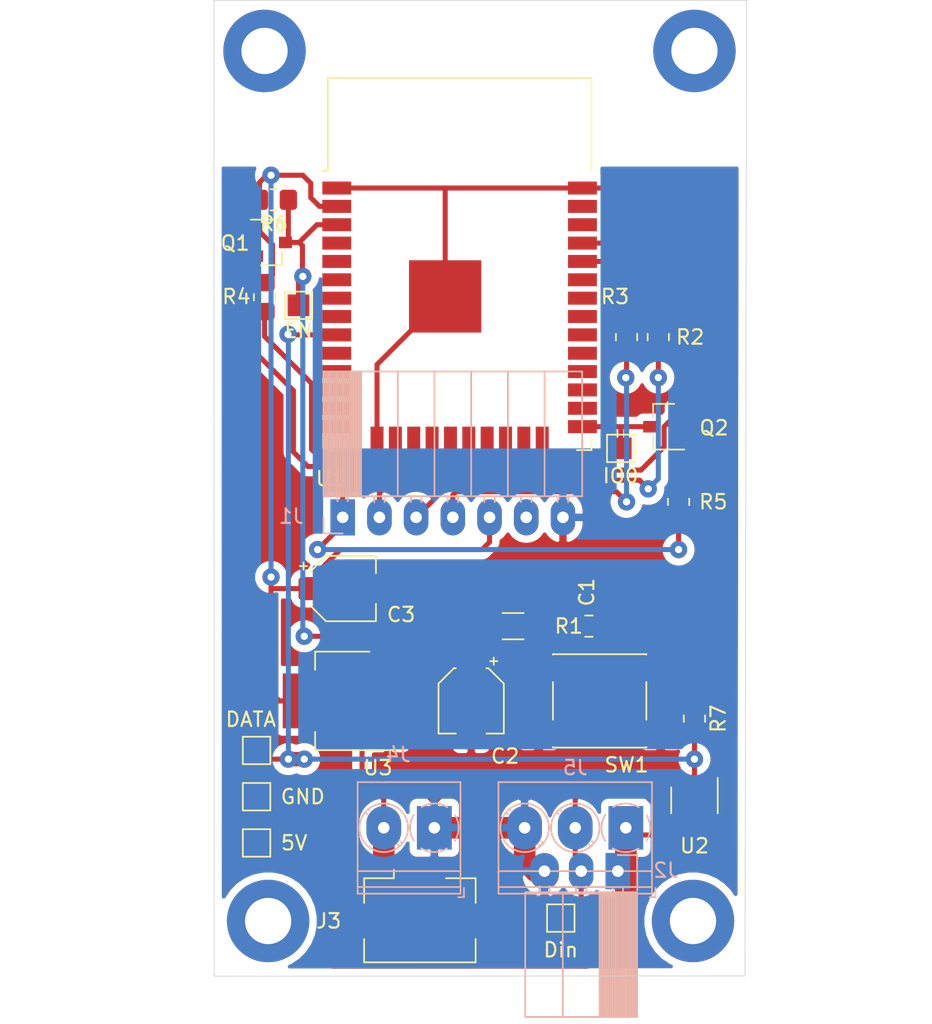
<source format=kicad_pcb>
(kicad_pcb (version 20171130) (host pcbnew 5.1.10)

  (general
    (thickness 1.6)
    (drawings 6)
    (tracks 208)
    (zones 0)
    (modules 31)
    (nets 51)
  )

  (page A4)
  (layers
    (0 F.Cu signal)
    (31 B.Cu signal)
    (32 B.Adhes user hide)
    (33 F.Adhes user hide)
    (34 B.Paste user hide)
    (35 F.Paste user hide)
    (36 B.SilkS user hide)
    (37 F.SilkS user)
    (38 B.Mask user hide)
    (39 F.Mask user hide)
    (40 Dwgs.User user hide)
    (41 Cmts.User user hide)
    (42 Eco1.User user hide)
    (43 Eco2.User user hide)
    (44 Edge.Cuts user)
    (45 Margin user hide)
    (46 B.CrtYd user)
    (47 F.CrtYd user)
    (48 B.Fab user)
    (49 F.Fab user)
  )

  (setup
    (last_trace_width 0.35)
    (trace_clearance 0.25)
    (zone_clearance 0.508)
    (zone_45_only yes)
    (trace_min 0.25)
    (via_size 1.2)
    (via_drill 0.5)
    (via_min_size 0.8)
    (via_min_drill 0.5)
    (uvia_size 0.3)
    (uvia_drill 0.1)
    (uvias_allowed no)
    (uvia_min_size 0.2)
    (uvia_min_drill 0.1)
    (edge_width 0.05)
    (segment_width 0.2)
    (pcb_text_width 0.3)
    (pcb_text_size 1.5 1.5)
    (mod_edge_width 0.12)
    (mod_text_size 1 1)
    (mod_text_width 0.15)
    (pad_size 1.5 1.5)
    (pad_drill 0)
    (pad_to_mask_clearance 0)
    (aux_axis_origin 128.27 160.02)
    (visible_elements FFFFFF7F)
    (pcbplotparams
      (layerselection 0x010fc_ffffffff)
      (usegerberextensions false)
      (usegerberattributes true)
      (usegerberadvancedattributes true)
      (creategerberjobfile true)
      (excludeedgelayer true)
      (linewidth 0.100000)
      (plotframeref false)
      (viasonmask false)
      (mode 1)
      (useauxorigin false)
      (hpglpennumber 1)
      (hpglpenspeed 20)
      (hpglpendiameter 15.000000)
      (psnegative false)
      (psa4output false)
      (plotreference true)
      (plotvalue true)
      (plotinvisibletext false)
      (padsonsilk false)
      (subtractmaskfromsilk false)
      (outputformat 1)
      (mirror false)
      (drillshape 1)
      (scaleselection 1)
      (outputdirectory ""))
  )

  (net 0 "")
  (net 1 GND)
  (net 2 "Net-(C1-Pad1)")
  (net 3 +5V)
  (net 4 +3V3)
  (net 5 CTS)
  (net 6 RX)
  (net 7 TX)
  (net 8 DTR)
  (net 9 RTS)
  (net 10 Din)
  (net 11 D-)
  (net 12 D+)
  (net 13 "Net-(J3-Pad4)")
  (net 14 EN)
  (net 15 "Net-(Q1-Pad1)")
  (net 16 IO0)
  (net 17 "Net-(Q2-Pad1)")
  (net 18 "Net-(R2-Pad2)")
  (net 19 "Net-(R3-Pad2)")
  (net 20 "Net-(U1-Pad37)")
  (net 21 "Net-(U1-Pad36)")
  (net 22 "Net-(U1-Pad33)")
  (net 23 "Net-(U1-Pad32)")
  (net 24 "Net-(U1-Pad31)")
  (net 25 "Net-(U1-Pad30)")
  (net 26 "Net-(U1-Pad29)")
  (net 27 "Net-(U1-Pad28)")
  (net 28 "Net-(U1-Pad27)")
  (net 29 "Net-(U1-Pad26)")
  (net 30 "Net-(U1-Pad24)")
  (net 31 "Net-(U1-Pad23)")
  (net 32 "Net-(U1-Pad22)")
  (net 33 "Net-(U1-Pad21)")
  (net 34 "Net-(U1-Pad20)")
  (net 35 "Net-(U1-Pad19)")
  (net 36 "Net-(U1-Pad18)")
  (net 37 "Net-(U1-Pad17)")
  (net 38 "Net-(U1-Pad16)")
  (net 39 "Net-(U1-Pad14)")
  (net 40 "Net-(U1-Pad13)")
  (net 41 "Net-(U1-Pad12)")
  (net 42 "Net-(U1-Pad11)")
  (net 43 "Net-(U1-Pad10)")
  (net 44 DATA)
  (net 45 "Net-(U1-Pad8)")
  (net 46 "Net-(U1-Pad7)")
  (net 47 "Net-(U1-Pad6)")
  (net 48 "Net-(U1-Pad5)")
  (net 49 "Net-(U1-Pad4)")
  (net 50 "Net-(U2-Pad1)")

  (net_class Default "This is the default net class."
    (clearance 0.25)
    (trace_width 0.35)
    (via_dia 1.2)
    (via_drill 0.5)
    (uvia_dia 0.3)
    (uvia_drill 0.1)
    (diff_pair_width 0.25)
    (diff_pair_gap 0.25)
    (add_net +3V3)
    (add_net +5V)
    (add_net CTS)
    (add_net D+)
    (add_net D-)
    (add_net DATA)
    (add_net DTR)
    (add_net Din)
    (add_net EN)
    (add_net GND)
    (add_net IO0)
    (add_net "Net-(C1-Pad1)")
    (add_net "Net-(J3-Pad4)")
    (add_net "Net-(Q1-Pad1)")
    (add_net "Net-(Q2-Pad1)")
    (add_net "Net-(R2-Pad2)")
    (add_net "Net-(R3-Pad2)")
    (add_net "Net-(U1-Pad10)")
    (add_net "Net-(U1-Pad11)")
    (add_net "Net-(U1-Pad12)")
    (add_net "Net-(U1-Pad13)")
    (add_net "Net-(U1-Pad14)")
    (add_net "Net-(U1-Pad16)")
    (add_net "Net-(U1-Pad17)")
    (add_net "Net-(U1-Pad18)")
    (add_net "Net-(U1-Pad19)")
    (add_net "Net-(U1-Pad20)")
    (add_net "Net-(U1-Pad21)")
    (add_net "Net-(U1-Pad22)")
    (add_net "Net-(U1-Pad23)")
    (add_net "Net-(U1-Pad24)")
    (add_net "Net-(U1-Pad26)")
    (add_net "Net-(U1-Pad27)")
    (add_net "Net-(U1-Pad28)")
    (add_net "Net-(U1-Pad29)")
    (add_net "Net-(U1-Pad30)")
    (add_net "Net-(U1-Pad31)")
    (add_net "Net-(U1-Pad32)")
    (add_net "Net-(U1-Pad33)")
    (add_net "Net-(U1-Pad36)")
    (add_net "Net-(U1-Pad37)")
    (add_net "Net-(U1-Pad4)")
    (add_net "Net-(U1-Pad5)")
    (add_net "Net-(U1-Pad6)")
    (add_net "Net-(U1-Pad7)")
    (add_net "Net-(U1-Pad8)")
    (add_net "Net-(U2-Pad1)")
    (add_net RTS)
    (add_net RX)
    (add_net TX)
  )

  (net_class Power ""
    (clearance 0.25)
    (trace_width 0.6)
    (via_dia 0.8)
    (via_drill 0.5)
    (uvia_dia 0.3)
    (uvia_drill 0.1)
    (diff_pair_width 0.25)
    (diff_pair_gap 0.25)
  )

  (module Resistor_SMD:R_0805_2012Metric_Pad1.20x1.40mm_HandSolder (layer F.Cu) (tedit 5F68FEEE) (tstamp 61D335AC)
    (at 161.5 142.2 270)
    (descr "Resistor SMD 0805 (2012 Metric), square (rectangular) end terminal, IPC_7351 nominal with elongated pad for handsoldering. (Body size source: IPC-SM-782 page 72, https://www.pcb-3d.com/wordpress/wp-content/uploads/ipc-sm-782a_amendment_1_and_2.pdf), generated with kicad-footprint-generator")
    (tags "resistor handsolder")
    (path /61D40F9C)
    (attr smd)
    (fp_text reference R7 (at 0 -1.65 90) (layer F.SilkS)
      (effects (font (size 1 1) (thickness 0.15)))
    )
    (fp_text value 10k (at 0 1.65 90) (layer F.Fab)
      (effects (font (size 1 1) (thickness 0.15)))
    )
    (fp_text user %R (at 0 0 90) (layer F.Fab)
      (effects (font (size 0.5 0.5) (thickness 0.08)))
    )
    (fp_line (start -1 0.625) (end -1 -0.625) (layer F.Fab) (width 0.1))
    (fp_line (start -1 -0.625) (end 1 -0.625) (layer F.Fab) (width 0.1))
    (fp_line (start 1 -0.625) (end 1 0.625) (layer F.Fab) (width 0.1))
    (fp_line (start 1 0.625) (end -1 0.625) (layer F.Fab) (width 0.1))
    (fp_line (start -0.227064 -0.735) (end 0.227064 -0.735) (layer F.SilkS) (width 0.12))
    (fp_line (start -0.227064 0.735) (end 0.227064 0.735) (layer F.SilkS) (width 0.12))
    (fp_line (start -1.85 0.95) (end -1.85 -0.95) (layer F.CrtYd) (width 0.05))
    (fp_line (start -1.85 -0.95) (end 1.85 -0.95) (layer F.CrtYd) (width 0.05))
    (fp_line (start 1.85 -0.95) (end 1.85 0.95) (layer F.CrtYd) (width 0.05))
    (fp_line (start 1.85 0.95) (end -1.85 0.95) (layer F.CrtYd) (width 0.05))
    (pad 2 smd roundrect (at 1 0 270) (size 1.2 1.4) (layers F.Cu F.Paste F.Mask) (roundrect_rratio 0.208333)
      (net 44 DATA))
    (pad 1 smd roundrect (at -1 0 270) (size 1.2 1.4) (layers F.Cu F.Paste F.Mask) (roundrect_rratio 0.208333)
      (net 1 GND))
    (model ${KISYS3DMOD}/Resistor_SMD.3dshapes/R_0805_2012Metric.wrl
      (at (xyz 0 0 0))
      (scale (xyz 1 1 1))
      (rotate (xyz 0 0 0))
    )
  )

  (module Resistor_SMD:R_0805_2012Metric_Pad1.20x1.40mm_HandSolder (layer F.Cu) (tedit 5F68FEEE) (tstamp 61D33E6A)
    (at 132.4 106.3 180)
    (descr "Resistor SMD 0805 (2012 Metric), square (rectangular) end terminal, IPC_7351 nominal with elongated pad for handsoldering. (Body size source: IPC-SM-782 page 72, https://www.pcb-3d.com/wordpress/wp-content/uploads/ipc-sm-782a_amendment_1_and_2.pdf), generated with kicad-footprint-generator")
    (tags "resistor handsolder")
    (path /61D32C28)
    (attr smd)
    (fp_text reference R6 (at 0 -1.65) (layer F.SilkS)
      (effects (font (size 1 1) (thickness 0.15)))
    )
    (fp_text value 15k (at 0 1.65) (layer F.Fab)
      (effects (font (size 1 1) (thickness 0.15)))
    )
    (fp_text user %R (at 0 0) (layer F.Fab)
      (effects (font (size 0.5 0.5) (thickness 0.08)))
    )
    (fp_line (start -1 0.625) (end -1 -0.625) (layer F.Fab) (width 0.1))
    (fp_line (start -1 -0.625) (end 1 -0.625) (layer F.Fab) (width 0.1))
    (fp_line (start 1 -0.625) (end 1 0.625) (layer F.Fab) (width 0.1))
    (fp_line (start 1 0.625) (end -1 0.625) (layer F.Fab) (width 0.1))
    (fp_line (start -0.227064 -0.735) (end 0.227064 -0.735) (layer F.SilkS) (width 0.12))
    (fp_line (start -0.227064 0.735) (end 0.227064 0.735) (layer F.SilkS) (width 0.12))
    (fp_line (start -1.85 0.95) (end -1.85 -0.95) (layer F.CrtYd) (width 0.05))
    (fp_line (start -1.85 -0.95) (end 1.85 -0.95) (layer F.CrtYd) (width 0.05))
    (fp_line (start 1.85 -0.95) (end 1.85 0.95) (layer F.CrtYd) (width 0.05))
    (fp_line (start 1.85 0.95) (end -1.85 0.95) (layer F.CrtYd) (width 0.05))
    (pad 2 smd roundrect (at 1 0 180) (size 1.2 1.4) (layers F.Cu F.Paste F.Mask) (roundrect_rratio 0.208333)
      (net 4 +3V3))
    (pad 1 smd roundrect (at -1 0 180) (size 1.2 1.4) (layers F.Cu F.Paste F.Mask) (roundrect_rratio 0.208333)
      (net 14 EN))
    (model ${KISYS3DMOD}/Resistor_SMD.3dshapes/R_0805_2012Metric.wrl
      (at (xyz 0 0 0))
      (scale (xyz 1 1 1))
      (rotate (xyz 0 0 0))
    )
  )

  (module TestPoint:TestPoint_Pad_1.5x1.5mm (layer F.Cu) (tedit 61D1EAEC) (tstamp 61D1F0A5)
    (at 156.4 123.5)
    (descr "SMD rectangular pad as test Point, square 1.5mm side length")
    (tags "test point SMD pad rectangle square")
    (attr virtual)
    (fp_text reference REF** (at 0 -1.648) (layer F.SilkS) hide
      (effects (font (size 1 1) (thickness 0.15)))
    )
    (fp_text value IO0 (at 0 1.9) (layer F.SilkS)
      (effects (font (size 1 1) (thickness 0.15)))
    )
    (fp_text user %R (at 0 -1.65) (layer F.Fab) hide
      (effects (font (size 1 1) (thickness 0.15)))
    )
    (fp_line (start -0.95 -0.95) (end 0.95 -0.95) (layer F.SilkS) (width 0.12))
    (fp_line (start 0.95 -0.95) (end 0.95 0.95) (layer F.SilkS) (width 0.12))
    (fp_line (start 0.95 0.95) (end -0.95 0.95) (layer F.SilkS) (width 0.12))
    (fp_line (start -0.95 0.95) (end -0.95 -0.95) (layer F.SilkS) (width 0.12))
    (fp_line (start -1.25 -1.25) (end 1.25 -1.25) (layer F.CrtYd) (width 0.05))
    (fp_line (start -1.25 -1.25) (end -1.25 1.25) (layer F.CrtYd) (width 0.05))
    (fp_line (start 1.25 1.25) (end 1.25 -1.25) (layer F.CrtYd) (width 0.05))
    (fp_line (start 1.25 1.25) (end -1.25 1.25) (layer F.CrtYd) (width 0.05))
    (pad ~ smd rect (at 0 0) (size 1.5 1.5) (layers F.Cu F.Mask)
      (net 16 IO0))
  )

  (module TestPoint:TestPoint_Pad_1.5x1.5mm (layer F.Cu) (tedit 61CF9B12) (tstamp 61D0663F)
    (at 131.2 150.8)
    (descr "SMD rectangular pad as test Point, square 1.5mm side length")
    (tags "test point SMD pad rectangle square")
    (attr virtual)
    (fp_text reference REF** (at 0 -1.648) (layer F.SilkS) hide
      (effects (font (size 1 1) (thickness 0.15)))
    )
    (fp_text value 5V (at 2.6 0) (layer F.SilkS)
      (effects (font (size 1 1) (thickness 0.15)))
    )
    (fp_line (start 1.25 1.25) (end -1.25 1.25) (layer F.CrtYd) (width 0.05))
    (fp_line (start 1.25 1.25) (end 1.25 -1.25) (layer F.CrtYd) (width 0.05))
    (fp_line (start -1.25 -1.25) (end -1.25 1.25) (layer F.CrtYd) (width 0.05))
    (fp_line (start -1.25 -1.25) (end 1.25 -1.25) (layer F.CrtYd) (width 0.05))
    (fp_line (start -0.95 0.95) (end -0.95 -0.95) (layer F.SilkS) (width 0.12))
    (fp_line (start 0.95 0.95) (end -0.95 0.95) (layer F.SilkS) (width 0.12))
    (fp_line (start 0.95 -0.95) (end 0.95 0.95) (layer F.SilkS) (width 0.12))
    (fp_line (start -0.95 -0.95) (end 0.95 -0.95) (layer F.SilkS) (width 0.12))
    (fp_text user %R (at 0 -1.65) (layer F.Fab) hide
      (effects (font (size 1 1) (thickness 0.15)))
    )
    (pad ~ smd rect (at 0 0) (size 1.5 1.5) (layers F.Cu F.Mask)
      (net 3 +5V))
  )

  (module TestPoint:TestPoint_Pad_1.5x1.5mm (layer F.Cu) (tedit 61CF9B0C) (tstamp 61D06625)
    (at 131.2 147.6)
    (descr "SMD rectangular pad as test Point, square 1.5mm side length")
    (tags "test point SMD pad rectangle square")
    (attr virtual)
    (fp_text reference REF** (at 0 -1.648) (layer F.SilkS) hide
      (effects (font (size 1 1) (thickness 0.15)))
    )
    (fp_text value GND (at 3.2 0) (layer F.SilkS)
      (effects (font (size 1 1) (thickness 0.15)))
    )
    (fp_line (start -0.95 -0.95) (end 0.95 -0.95) (layer F.SilkS) (width 0.12))
    (fp_line (start 0.95 -0.95) (end 0.95 0.95) (layer F.SilkS) (width 0.12))
    (fp_line (start 0.95 0.95) (end -0.95 0.95) (layer F.SilkS) (width 0.12))
    (fp_line (start -0.95 0.95) (end -0.95 -0.95) (layer F.SilkS) (width 0.12))
    (fp_line (start -1.25 -1.25) (end 1.25 -1.25) (layer F.CrtYd) (width 0.05))
    (fp_line (start -1.25 -1.25) (end -1.25 1.25) (layer F.CrtYd) (width 0.05))
    (fp_line (start 1.25 1.25) (end 1.25 -1.25) (layer F.CrtYd) (width 0.05))
    (fp_line (start 1.25 1.25) (end -1.25 1.25) (layer F.CrtYd) (width 0.05))
    (fp_text user %R (at 0 -1.65) (layer F.Fab) hide
      (effects (font (size 1 1) (thickness 0.15)))
    )
    (pad ~ smd rect (at 0 0) (size 1.5 1.5) (layers F.Cu F.Mask)
      (net 1 GND))
  )

  (module TestPoint:TestPoint_Pad_1.5x1.5mm (layer F.Cu) (tedit 61CF99F3) (tstamp 61D0622A)
    (at 134.1 113.6)
    (descr "SMD rectangular pad as test Point, square 1.5mm side length")
    (tags "test point SMD pad rectangle square")
    (attr virtual)
    (fp_text reference REF** (at 0 -1.648) (layer F.SilkS) hide
      (effects (font (size 1 1) (thickness 0.15)))
    )
    (fp_text value EN (at 0 1.75) (layer F.SilkS)
      (effects (font (size 1 1) (thickness 0.15)))
    )
    (fp_line (start -0.95 -0.95) (end 0.95 -0.95) (layer F.SilkS) (width 0.12))
    (fp_line (start 0.95 -0.95) (end 0.95 0.95) (layer F.SilkS) (width 0.12))
    (fp_line (start 0.95 0.95) (end -0.95 0.95) (layer F.SilkS) (width 0.12))
    (fp_line (start -0.95 0.95) (end -0.95 -0.95) (layer F.SilkS) (width 0.12))
    (fp_line (start -1.25 -1.25) (end 1.25 -1.25) (layer F.CrtYd) (width 0.05))
    (fp_line (start -1.25 -1.25) (end -1.25 1.25) (layer F.CrtYd) (width 0.05))
    (fp_line (start 1.25 1.25) (end 1.25 -1.25) (layer F.CrtYd) (width 0.05))
    (fp_line (start 1.25 1.25) (end -1.25 1.25) (layer F.CrtYd) (width 0.05))
    (fp_text user %R (at 0 -1.65) (layer F.Fab) hide
      (effects (font (size 1 1) (thickness 0.15)))
    )
    (pad ~ smd rect (at 0 0) (size 1.5 1.5) (layers F.Cu F.Mask)
      (net 14 EN))
  )

  (module TestPoint:TestPoint_Pad_1.5x1.5mm (layer F.Cu) (tedit 61CF99C4) (tstamp 61D05717)
    (at 152.25 156)
    (descr "SMD rectangular pad as test Point, square 1.5mm side length")
    (tags "test point SMD pad rectangle square")
    (attr virtual)
    (fp_text reference REF** (at 0 -1.648) (layer F.SilkS) hide
      (effects (font (size 1 1) (thickness 0.15)))
    )
    (fp_text value Din (at 0 2.2) (layer F.SilkS)
      (effects (font (size 1 1) (thickness 0.15)))
    )
    (fp_line (start -0.95 -0.95) (end 0.95 -0.95) (layer F.SilkS) (width 0.12))
    (fp_line (start 0.95 -0.95) (end 0.95 0.95) (layer F.SilkS) (width 0.12))
    (fp_line (start 0.95 0.95) (end -0.95 0.95) (layer F.SilkS) (width 0.12))
    (fp_line (start -0.95 0.95) (end -0.95 -0.95) (layer F.SilkS) (width 0.12))
    (fp_line (start -1.25 -1.25) (end 1.25 -1.25) (layer F.CrtYd) (width 0.05))
    (fp_line (start -1.25 -1.25) (end -1.25 1.25) (layer F.CrtYd) (width 0.05))
    (fp_line (start 1.25 1.25) (end 1.25 -1.25) (layer F.CrtYd) (width 0.05))
    (fp_line (start 1.25 1.25) (end -1.25 1.25) (layer F.CrtYd) (width 0.05))
    (fp_text user %R (at 0 -1.65) (layer F.Fab) hide
      (effects (font (size 1 1) (thickness 0.15)))
    )
    (pad ~ smd rect (at 0 0) (size 1.5 1.5) (layers F.Cu F.Mask)
      (net 10 Din))
  )

  (module TestPoint:TestPoint_Pad_1.5x1.5mm (layer F.Cu) (tedit 61CF9985) (tstamp 61D06547)
    (at 131.2 144.4)
    (descr "SMD rectangular pad as test Point, square 1.5mm side length")
    (tags "test point SMD pad rectangle square")
    (attr virtual)
    (fp_text reference REF** (at 0 -1.648) (layer F.SilkS) hide
      (effects (font (size 1 1) (thickness 0.15)))
    )
    (fp_text value DATA (at -0.4 -2.15) (layer F.SilkS)
      (effects (font (size 1 1) (thickness 0.15)))
    )
    (fp_line (start 1.25 1.25) (end -1.25 1.25) (layer F.CrtYd) (width 0.05))
    (fp_line (start 1.25 1.25) (end 1.25 -1.25) (layer F.CrtYd) (width 0.05))
    (fp_line (start -1.25 -1.25) (end -1.25 1.25) (layer F.CrtYd) (width 0.05))
    (fp_line (start -1.25 -1.25) (end 1.25 -1.25) (layer F.CrtYd) (width 0.05))
    (fp_line (start -0.95 0.95) (end -0.95 -0.95) (layer F.SilkS) (width 0.12))
    (fp_line (start 0.95 0.95) (end -0.95 0.95) (layer F.SilkS) (width 0.12))
    (fp_line (start 0.95 -0.95) (end 0.95 0.95) (layer F.SilkS) (width 0.12))
    (fp_line (start -0.95 -0.95) (end 0.95 -0.95) (layer F.SilkS) (width 0.12))
    (fp_text user %R (at 0 -1.65) (layer F.Fab) hide
      (effects (font (size 1 1) (thickness 0.15)))
    )
    (pad ~ smd rect (at 0 0) (size 1.5 1.5) (layers F.Cu F.Mask)
      (net 44 DATA))
  )

  (module TerminalBlock_Phoenix:TerminalBlock_Phoenix_PT-1,5-3-3.5-H_1x03_P3.50mm_Horizontal (layer B.Cu) (tedit 61CF9E01) (tstamp 61D03367)
    (at 156.75 149.75 180)
    (descr "Terminal Block Phoenix PT-1,5-3-3.5-H, 3 pins, pitch 3.5mm, size 10.5x7.6mm^2, drill diamater 1.2mm, pad diameter 2.4mm, see , script-generated using https://github.com/pointhi/kicad-footprint-generator/scripts/TerminalBlock_Phoenix")
    (tags "THT Terminal Block Phoenix PT-1,5-3-3.5-H pitch 3.5mm size 10.5x7.6mm^2 drill 1.2mm pad 2.4mm")
    (path /61E448F9)
    (fp_text reference J5 (at 3.5 4.16) (layer B.SilkS)
      (effects (font (size 1 1) (thickness 0.15)) (justify mirror))
    )
    (fp_text value LED (at 3.5 -5.56) (layer B.Fab)
      (effects (font (size 1 1) (thickness 0.15)) (justify mirror))
    )
    (fp_line (start 9.25 3.6) (end -2.25 3.6) (layer B.CrtYd) (width 0.05))
    (fp_line (start 9.25 -5) (end 9.25 3.6) (layer B.CrtYd) (width 0.05))
    (fp_line (start -2.25 -5) (end 9.25 -5) (layer B.CrtYd) (width 0.05))
    (fp_line (start -2.25 3.6) (end -2.25 -5) (layer B.CrtYd) (width 0.05))
    (fp_line (start -2.05 -4.8) (end -1.65 -4.8) (layer B.SilkS) (width 0.12))
    (fp_line (start -2.05 -4.16) (end -2.05 -4.8) (layer B.SilkS) (width 0.12))
    (fp_line (start 5.855 -0.941) (end 5.726 -1.069) (layer B.SilkS) (width 0.12))
    (fp_line (start 8.07 1.275) (end 7.976 1.181) (layer B.SilkS) (width 0.12))
    (fp_line (start 6.025 -1.181) (end 5.931 -1.274) (layer B.SilkS) (width 0.12))
    (fp_line (start 8.275 1.069) (end 8.146 0.941) (layer B.SilkS) (width 0.12))
    (fp_line (start 7.955 1.138) (end 5.863 -0.955) (layer B.Fab) (width 0.1))
    (fp_line (start 8.138 0.955) (end 6.046 -1.138) (layer B.Fab) (width 0.1))
    (fp_line (start 2.355 -0.941) (end 2.226 -1.069) (layer B.SilkS) (width 0.12))
    (fp_line (start 4.57 1.275) (end 4.476 1.181) (layer B.SilkS) (width 0.12))
    (fp_line (start 2.525 -1.181) (end 2.431 -1.274) (layer B.SilkS) (width 0.12))
    (fp_line (start 4.775 1.069) (end 4.646 0.941) (layer B.SilkS) (width 0.12))
    (fp_line (start 4.455 1.138) (end 2.363 -0.955) (layer B.Fab) (width 0.1))
    (fp_line (start 4.638 0.955) (end 2.546 -1.138) (layer B.Fab) (width 0.1))
    (fp_line (start 0.955 1.138) (end -1.138 -0.955) (layer B.Fab) (width 0.1))
    (fp_line (start 1.138 0.955) (end -0.955 -1.138) (layer B.Fab) (width 0.1))
    (fp_line (start 8.81 3.16) (end 8.81 -4.56) (layer B.SilkS) (width 0.12))
    (fp_line (start -1.81 3.16) (end -1.81 -4.56) (layer B.SilkS) (width 0.12))
    (fp_line (start -1.81 -4.56) (end 8.81 -4.56) (layer B.SilkS) (width 0.12))
    (fp_line (start -1.81 3.16) (end 8.81 3.16) (layer B.SilkS) (width 0.12))
    (fp_line (start -1.81 -3) (end 8.81 -3) (layer B.SilkS) (width 0.12))
    (fp_line (start -1.75 -3) (end 8.75 -3) (layer B.Fab) (width 0.1))
    (fp_line (start -1.81 -4.1) (end 8.81 -4.1) (layer B.SilkS) (width 0.12))
    (fp_line (start -1.75 -4.1) (end 8.75 -4.1) (layer B.Fab) (width 0.1))
    (fp_line (start -1.75 -4.1) (end -1.75 3.1) (layer B.Fab) (width 0.1))
    (fp_line (start -1.35 -4.5) (end -1.75 -4.1) (layer B.Fab) (width 0.1))
    (fp_line (start 8.75 -4.5) (end -1.35 -4.5) (layer B.Fab) (width 0.1))
    (fp_line (start 8.75 3.1) (end 8.75 -4.5) (layer B.Fab) (width 0.1))
    (fp_line (start -1.75 3.1) (end 8.75 3.1) (layer B.Fab) (width 0.1))
    (fp_circle (center 7 0) (end 8.68 0) (layer B.SilkS) (width 0.12))
    (fp_circle (center 7 0) (end 8.5 0) (layer B.Fab) (width 0.1))
    (fp_circle (center 3.5 0) (end 5.18 0) (layer B.SilkS) (width 0.12))
    (fp_circle (center 3.5 0) (end 5 0) (layer B.Fab) (width 0.1))
    (fp_circle (center 0 0) (end 1.5 0) (layer B.Fab) (width 0.1))
    (fp_text user %R (at 3.5 -2.4) (layer B.Fab)
      (effects (font (size 1 1) (thickness 0.15)) (justify mirror))
    )
    (fp_arc (start 0 0) (end -0.866 -1.44) (angle 32) (layer B.SilkS) (width 0.12))
    (fp_arc (start 0 0) (end -1.44 0.866) (angle 63) (layer B.SilkS) (width 0.12))
    (fp_arc (start 0 0) (end 0.866 1.44) (angle 63) (layer B.SilkS) (width 0.12))
    (fp_arc (start 0 0) (end 1.425 -0.891) (angle 64) (layer B.SilkS) (width 0.12))
    (fp_arc (start 0 0) (end 0 -1.68) (angle 32) (layer B.SilkS) (width 0.12))
    (pad 3 thru_hole oval (at 7 0 180) (size 2.4 3) (drill 0.8) (layers *.Cu *.Mask)
      (net 1 GND))
    (pad 2 thru_hole oval (at 3.5 0 180) (size 2.4 3) (drill 0.8) (layers *.Cu *.Mask)
      (net 10 Din))
    (pad 1 thru_hole rect (at 0 0 180) (size 2.4 3) (drill 0.8) (layers *.Cu *.Mask)
      (net 3 +5V))
    (model ${KISYS3DMOD}/TerminalBlock_Phoenix.3dshapes/TerminalBlock_Phoenix_PT-1,5-3-3.5-H_1x03_P3.50mm_Horizontal.wrl
      (at (xyz 0 0 0))
      (scale (xyz 1 1 1))
      (rotate (xyz 0 0 0))
    )
  )

  (module TerminalBlock_Phoenix:TerminalBlock_Phoenix_PT-1,5-2-3.5-H_1x02_P3.50mm_Horizontal (layer B.Cu) (tedit 61CF9DEA) (tstamp 61D003A3)
    (at 143.5 149.75 180)
    (descr "Terminal Block Phoenix PT-1,5-2-3.5-H, 2 pins, pitch 3.5mm, size 7x7.6mm^2, drill diamater 1.2mm, pad diameter 2.4mm, see , script-generated using https://github.com/pointhi/kicad-footprint-generator/scripts/TerminalBlock_Phoenix")
    (tags "THT Terminal Block Phoenix PT-1,5-2-3.5-H pitch 3.5mm size 7x7.6mm^2 drill 1.2mm pad 2.4mm")
    (path /61DF0366)
    (fp_text reference J4 (at 2.5 5.06) (layer B.SilkS)
      (effects (font (size 1 1) (thickness 0.15)) (justify mirror))
    )
    (fp_text value 5V (at 2.5 -6.06) (layer B.Fab)
      (effects (font (size 1 1) (thickness 0.15)) (justify mirror))
    )
    (fp_line (start 5.75 3.6) (end -2.25 3.6) (layer B.CrtYd) (width 0.05))
    (fp_line (start 5.75 -5) (end 5.75 3.6) (layer B.CrtYd) (width 0.05))
    (fp_line (start -2.25 -5) (end 5.75 -5) (layer B.CrtYd) (width 0.05))
    (fp_line (start -2.25 3.6) (end -2.25 -5) (layer B.CrtYd) (width 0.05))
    (fp_line (start -2.05 -4.8) (end -1.65 -4.8) (layer B.SilkS) (width 0.12))
    (fp_line (start -2.05 -4.16) (end -2.05 -4.8) (layer B.SilkS) (width 0.12))
    (fp_line (start 2.355 -0.941) (end 2.226 -1.069) (layer B.SilkS) (width 0.12))
    (fp_line (start 4.57 1.275) (end 4.476 1.181) (layer B.SilkS) (width 0.12))
    (fp_line (start 2.525 -1.181) (end 2.431 -1.274) (layer B.SilkS) (width 0.12))
    (fp_line (start 4.775 1.069) (end 4.646 0.941) (layer B.SilkS) (width 0.12))
    (fp_line (start 4.455 1.138) (end 2.363 -0.955) (layer B.Fab) (width 0.1))
    (fp_line (start 4.638 0.955) (end 2.546 -1.138) (layer B.Fab) (width 0.1))
    (fp_line (start 0.955 1.138) (end -1.138 -0.955) (layer B.Fab) (width 0.1))
    (fp_line (start 1.138 0.955) (end -0.955 -1.138) (layer B.Fab) (width 0.1))
    (fp_line (start 5.31 3.16) (end 5.31 -4.56) (layer B.SilkS) (width 0.12))
    (fp_line (start -1.81 3.16) (end -1.81 -4.56) (layer B.SilkS) (width 0.12))
    (fp_line (start -1.81 -4.56) (end 5.31 -4.56) (layer B.SilkS) (width 0.12))
    (fp_line (start -1.81 3.16) (end 5.31 3.16) (layer B.SilkS) (width 0.12))
    (fp_line (start -1.81 -3) (end 5.31 -3) (layer B.SilkS) (width 0.12))
    (fp_line (start -1.75 -3) (end 5.25 -3) (layer B.Fab) (width 0.1))
    (fp_line (start -1.81 -4.1) (end 5.31 -4.1) (layer B.SilkS) (width 0.12))
    (fp_line (start -1.75 -4.1) (end 5.25 -4.1) (layer B.Fab) (width 0.1))
    (fp_line (start -1.75 -4.1) (end -1.75 3.1) (layer B.Fab) (width 0.1))
    (fp_line (start -1.35 -4.5) (end -1.75 -4.1) (layer B.Fab) (width 0.1))
    (fp_line (start 5.25 -4.5) (end -1.35 -4.5) (layer B.Fab) (width 0.1))
    (fp_line (start 5.25 3.1) (end 5.25 -4.5) (layer B.Fab) (width 0.1))
    (fp_line (start -1.75 3.1) (end 5.25 3.1) (layer B.Fab) (width 0.1))
    (fp_circle (center 3.5 0) (end 5.18 0) (layer B.SilkS) (width 0.12))
    (fp_circle (center 3.5 0) (end 5 0) (layer B.Fab) (width 0.1))
    (fp_circle (center 0 0) (end 1.5 0) (layer B.Fab) (width 0.1))
    (fp_text user %R (at 2.5 -2.9) (layer B.Fab)
      (effects (font (size 1 1) (thickness 0.15)) (justify mirror))
    )
    (fp_arc (start 0 0) (end -0.866 -1.44) (angle 32) (layer B.SilkS) (width 0.12))
    (fp_arc (start 0 0) (end -1.44 0.866) (angle 63) (layer B.SilkS) (width 0.12))
    (fp_arc (start 0 0) (end 0.866 1.44) (angle 63) (layer B.SilkS) (width 0.12))
    (fp_arc (start 0 0) (end 1.425 -0.891) (angle 64) (layer B.SilkS) (width 0.12))
    (fp_arc (start 0 0) (end 0 -1.68) (angle 32) (layer B.SilkS) (width 0.12))
    (pad 2 thru_hole oval (at 3.5 0 180) (size 2.4 3) (drill 0.8) (layers *.Cu *.Mask)
      (net 3 +5V))
    (pad 1 thru_hole rect (at 0 0 180) (size 2.4 3) (drill 0.8) (layers *.Cu *.Mask)
      (net 1 GND))
    (model ${KISYS3DMOD}/TerminalBlock_Phoenix.3dshapes/TerminalBlock_Phoenix_PT-1,5-2-3.5-H_1x02_P3.50mm_Horizontal.wrl
      (at (xyz 0 0 0))
      (scale (xyz 1 1 1))
      (rotate (xyz 0 0 0))
    )
  )

  (module MountingHole:MountingHole_3.2mm_M3_ISO7380_Pad (layer F.Cu) (tedit 61CF4559) (tstamp 61CFF79E)
    (at 131.75 96)
    (descr "Mounting Hole 3.2mm, M3, ISO7380")
    (tags "mounting hole 3.2mm m3 iso7380")
    (attr virtual)
    (fp_text reference REF** (at 0 -3.85) (layer F.SilkS) hide
      (effects (font (size 1 1) (thickness 0.15)))
    )
    (fp_text value MountingHole_3.2mm_M3_ISO7380_Pad (at 0 3.85) (layer F.Fab) hide
      (effects (font (size 1 1) (thickness 0.15)))
    )
    (fp_circle (center 0 0) (end 3.1 0) (layer F.CrtYd) (width 0.05))
    (fp_circle (center 0 0) (end 2.85 0) (layer Cmts.User) (width 0.15))
    (fp_text user %R (at 0.3 0) (layer F.Fab) hide
      (effects (font (size 1 1) (thickness 0.15)))
    )
    (pad ~ thru_hole circle (at 0 0) (size 5.7 5.7) (drill 3.2) (layers *.Cu *.Mask))
  )

  (module MountingHole:MountingHole_3.2mm_M3_ISO7380_Pad (layer F.Cu) (tedit 61CF4559) (tstamp 61CFF5F6)
    (at 161.5 96)
    (descr "Mounting Hole 3.2mm, M3, ISO7380")
    (tags "mounting hole 3.2mm m3 iso7380")
    (attr virtual)
    (fp_text reference REF** (at 0 -3.85) (layer F.SilkS) hide
      (effects (font (size 1 1) (thickness 0.15)))
    )
    (fp_text value MountingHole_3.2mm_M3_ISO7380_Pad (at 0 3.85) (layer F.Fab) hide
      (effects (font (size 1 1) (thickness 0.15)))
    )
    (fp_circle (center 0 0) (end 2.85 0) (layer Cmts.User) (width 0.15))
    (fp_circle (center 0 0) (end 3.1 0) (layer F.CrtYd) (width 0.05))
    (fp_text user %R (at 0.3 0) (layer F.Fab) hide
      (effects (font (size 1 1) (thickness 0.15)))
    )
    (pad ~ thru_hole circle (at 0 0) (size 5.7 5.7) (drill 3.2) (layers *.Cu *.Mask))
  )

  (module MountingHole:MountingHole_3.2mm_M3_ISO7380_Pad (layer F.Cu) (tedit 61CF4559) (tstamp 61CFDFF4)
    (at 132 156.2)
    (descr "Mounting Hole 3.2mm, M3, ISO7380")
    (tags "mounting hole 3.2mm m3 iso7380")
    (attr virtual)
    (fp_text reference REF** (at 0 -3.85) (layer F.SilkS) hide
      (effects (font (size 1 1) (thickness 0.15)))
    )
    (fp_text value MountingHole_3.2mm_M3_ISO7380_Pad (at 0 3.85) (layer F.Fab) hide
      (effects (font (size 1 1) (thickness 0.15)))
    )
    (fp_circle (center 0 0) (end 2.85 0) (layer Cmts.User) (width 0.15))
    (fp_circle (center 0 0) (end 3.1 0) (layer F.CrtYd) (width 0.05))
    (fp_text user %R (at 0.3 0) (layer F.Fab) hide
      (effects (font (size 1 1) (thickness 0.15)))
    )
    (pad ~ thru_hole circle (at 0 0) (size 5.7 5.7) (drill 3.2) (layers *.Cu *.Mask))
  )

  (module MountingHole:MountingHole_3.2mm_M3_ISO7380_Pad (layer F.Cu) (tedit 61CF4559) (tstamp 61CFDE1F)
    (at 161.4 156.2)
    (descr "Mounting Hole 3.2mm, M3, ISO7380")
    (tags "mounting hole 3.2mm m3 iso7380")
    (attr virtual)
    (fp_text reference REF** (at 0 -3.85) (layer F.SilkS) hide
      (effects (font (size 1 1) (thickness 0.15)))
    )
    (fp_text value MountingHole_3.2mm_M3_ISO7380_Pad (at 0 3.85) (layer F.Fab) hide
      (effects (font (size 1 1) (thickness 0.15)))
    )
    (fp_circle (center 0 0) (end 3.1 0) (layer F.CrtYd) (width 0.05))
    (fp_circle (center 0 0) (end 2.85 0) (layer Cmts.User) (width 0.15))
    (fp_text user %R (at 0.3 0) (layer F.Fab) hide
      (effects (font (size 1 1) (thickness 0.15)))
    )
    (pad ~ thru_hole circle (at 0 0) (size 5.7 5.7) (drill 3.2) (layers *.Cu *.Mask))
  )

  (module Connector_PinSocket_2.54mm:PinSocket_1x03_P2.54mm_Horizontal (layer B.Cu) (tedit 61CF9E35) (tstamp 61CFA7A1)
    (at 156.2 152.75 90)
    (descr "Through hole angled socket strip, 1x03, 2.54mm pitch, 8.51mm socket length, single row (from Kicad 4.0.7), script generated")
    (tags "Through hole angled socket strip THT 1x03 2.54mm single row")
    (path /61CFAEB8)
    (fp_text reference J2 (at 0.06 3.32) (layer B.SilkS)
      (effects (font (size 1 1) (thickness 0.15)) (justify mirror))
    )
    (fp_text value LED (at 0 -7.85 270) (layer B.Fab)
      (effects (font (size 1 1) (thickness 0.15)) (justify mirror))
    )
    (fp_line (start 1.75 -6.85) (end 1.75 1.8) (layer B.CrtYd) (width 0.05))
    (fp_line (start -10.55 -6.85) (end 1.75 -6.85) (layer B.CrtYd) (width 0.05))
    (fp_line (start -10.55 1.8) (end -10.55 -6.85) (layer B.CrtYd) (width 0.05))
    (fp_line (start 1.75 1.8) (end -10.55 1.8) (layer B.CrtYd) (width 0.05))
    (fp_line (start 0 1.33) (end 1.11 1.33) (layer B.SilkS) (width 0.12))
    (fp_line (start 1.11 1.33) (end 1.11 0) (layer B.SilkS) (width 0.12))
    (fp_line (start -10.09 1.33) (end -10.09 -6.41) (layer B.SilkS) (width 0.12))
    (fp_line (start -10.09 -6.41) (end -1.46 -6.41) (layer B.SilkS) (width 0.12))
    (fp_line (start -1.46 1.33) (end -1.46 -6.41) (layer B.SilkS) (width 0.12))
    (fp_line (start -10.09 1.33) (end -1.46 1.33) (layer B.SilkS) (width 0.12))
    (fp_line (start -10.09 -3.81) (end -1.46 -3.81) (layer B.SilkS) (width 0.12))
    (fp_line (start -10.09 -1.27) (end -1.46 -1.27) (layer B.SilkS) (width 0.12))
    (fp_line (start -1.46 -5.44) (end -1.05 -5.44) (layer B.SilkS) (width 0.12))
    (fp_line (start -1.46 -4.72) (end -1.05 -4.72) (layer B.SilkS) (width 0.12))
    (fp_line (start -1.46 -2.9) (end -1.05 -2.9) (layer B.SilkS) (width 0.12))
    (fp_line (start -1.46 -2.18) (end -1.05 -2.18) (layer B.SilkS) (width 0.12))
    (fp_line (start -1.46 -0.36) (end -1.11 -0.36) (layer B.SilkS) (width 0.12))
    (fp_line (start -1.46 0.36) (end -1.11 0.36) (layer B.SilkS) (width 0.12))
    (fp_line (start -10.09 -1.1519) (end -1.46 -1.1519) (layer B.SilkS) (width 0.12))
    (fp_line (start -10.09 -1.033805) (end -1.46 -1.033805) (layer B.SilkS) (width 0.12))
    (fp_line (start -10.09 -0.91571) (end -1.46 -0.91571) (layer B.SilkS) (width 0.12))
    (fp_line (start -10.09 -0.797615) (end -1.46 -0.797615) (layer B.SilkS) (width 0.12))
    (fp_line (start -10.09 -0.67952) (end -1.46 -0.67952) (layer B.SilkS) (width 0.12))
    (fp_line (start -10.09 -0.561425) (end -1.46 -0.561425) (layer B.SilkS) (width 0.12))
    (fp_line (start -10.09 -0.44333) (end -1.46 -0.44333) (layer B.SilkS) (width 0.12))
    (fp_line (start -10.09 -0.325235) (end -1.46 -0.325235) (layer B.SilkS) (width 0.12))
    (fp_line (start -10.09 -0.20714) (end -1.46 -0.20714) (layer B.SilkS) (width 0.12))
    (fp_line (start -10.09 -0.089045) (end -1.46 -0.089045) (layer B.SilkS) (width 0.12))
    (fp_line (start -10.09 0.02905) (end -1.46 0.02905) (layer B.SilkS) (width 0.12))
    (fp_line (start -10.09 0.147145) (end -1.46 0.147145) (layer B.SilkS) (width 0.12))
    (fp_line (start -10.09 0.26524) (end -1.46 0.26524) (layer B.SilkS) (width 0.12))
    (fp_line (start -10.09 0.383335) (end -1.46 0.383335) (layer B.SilkS) (width 0.12))
    (fp_line (start -10.09 0.50143) (end -1.46 0.50143) (layer B.SilkS) (width 0.12))
    (fp_line (start -10.09 0.619525) (end -1.46 0.619525) (layer B.SilkS) (width 0.12))
    (fp_line (start -10.09 0.73762) (end -1.46 0.73762) (layer B.SilkS) (width 0.12))
    (fp_line (start -10.09 0.855715) (end -1.46 0.855715) (layer B.SilkS) (width 0.12))
    (fp_line (start -10.09 0.97381) (end -1.46 0.97381) (layer B.SilkS) (width 0.12))
    (fp_line (start -10.09 1.091905) (end -1.46 1.091905) (layer B.SilkS) (width 0.12))
    (fp_line (start -10.09 1.21) (end -1.46 1.21) (layer B.SilkS) (width 0.12))
    (fp_line (start 0 -5.38) (end 0 -4.78) (layer B.Fab) (width 0.1))
    (fp_line (start -1.52 -5.38) (end 0 -5.38) (layer B.Fab) (width 0.1))
    (fp_line (start 0 -4.78) (end -1.52 -4.78) (layer B.Fab) (width 0.1))
    (fp_line (start 0 -2.84) (end 0 -2.24) (layer B.Fab) (width 0.1))
    (fp_line (start -1.52 -2.84) (end 0 -2.84) (layer B.Fab) (width 0.1))
    (fp_line (start 0 -2.24) (end -1.52 -2.24) (layer B.Fab) (width 0.1))
    (fp_line (start 0 -0.3) (end 0 0.3) (layer B.Fab) (width 0.1))
    (fp_line (start -1.52 -0.3) (end 0 -0.3) (layer B.Fab) (width 0.1))
    (fp_line (start 0 0.3) (end -1.52 0.3) (layer B.Fab) (width 0.1))
    (fp_line (start -10.03 -6.35) (end -10.03 1.27) (layer B.Fab) (width 0.1))
    (fp_line (start -1.52 -6.35) (end -10.03 -6.35) (layer B.Fab) (width 0.1))
    (fp_line (start -1.52 0.3) (end -1.52 -6.35) (layer B.Fab) (width 0.1))
    (fp_line (start -2.49 1.27) (end -1.52 0.3) (layer B.Fab) (width 0.1))
    (fp_line (start -10.03 1.27) (end -2.49 1.27) (layer B.Fab) (width 0.1))
    (fp_text user %R (at 0 -2.54) (layer B.Fab)
      (effects (font (size 1 1) (thickness 0.15)) (justify mirror))
    )
    (pad 3 thru_hole oval (at 0 -5.08 90) (size 2.5 2) (drill 0.8) (layers *.Cu *.Mask)
      (net 1 GND))
    (pad 2 thru_hole oval (at 0 -2.54 90) (size 2.5 1.7) (drill 0.8) (layers *.Cu *.Mask)
      (net 10 Din))
    (pad 1 thru_hole rect (at 0 0 90) (size 2.5 1.7) (drill 0.8) (layers *.Cu *.Mask)
      (net 3 +5V))
    (model ${KISYS3DMOD}/Connector_PinSocket_2.54mm.3dshapes/PinSocket_1x03_P2.54mm_Horizontal.wrl
      (at (xyz 0 0 0))
      (scale (xyz 1 1 1))
      (rotate (xyz 0 0 0))
    )
  )

  (module Package_TO_SOT_SMD:SOT-223-3_TabPin2 (layer F.Cu) (tedit 5A02FF57) (tstamp 61CF975D)
    (at 137.16 140.97 180)
    (descr "module CMS SOT223 4 pins")
    (tags "CMS SOT")
    (path /61CF7CCA)
    (attr smd)
    (fp_text reference U3 (at -2.44 -4.63) (layer F.SilkS)
      (effects (font (size 1 1) (thickness 0.15)))
    )
    (fp_text value NCP1117-3.3_SOT223 (at 15.16 -0.03) (layer F.Fab)
      (effects (font (size 1 1) (thickness 0.15)))
    )
    (fp_line (start 1.85 -3.35) (end 1.85 3.35) (layer F.Fab) (width 0.1))
    (fp_line (start -1.85 3.35) (end 1.85 3.35) (layer F.Fab) (width 0.1))
    (fp_line (start -4.1 -3.41) (end 1.91 -3.41) (layer F.SilkS) (width 0.12))
    (fp_line (start -0.85 -3.35) (end 1.85 -3.35) (layer F.Fab) (width 0.1))
    (fp_line (start -1.85 3.41) (end 1.91 3.41) (layer F.SilkS) (width 0.12))
    (fp_line (start -1.85 -2.35) (end -1.85 3.35) (layer F.Fab) (width 0.1))
    (fp_line (start -1.85 -2.35) (end -0.85 -3.35) (layer F.Fab) (width 0.1))
    (fp_line (start -4.4 -3.6) (end -4.4 3.6) (layer F.CrtYd) (width 0.05))
    (fp_line (start -4.4 3.6) (end 4.4 3.6) (layer F.CrtYd) (width 0.05))
    (fp_line (start 4.4 3.6) (end 4.4 -3.6) (layer F.CrtYd) (width 0.05))
    (fp_line (start 4.4 -3.6) (end -4.4 -3.6) (layer F.CrtYd) (width 0.05))
    (fp_line (start 1.91 -3.41) (end 1.91 -2.15) (layer F.SilkS) (width 0.12))
    (fp_line (start 1.91 3.41) (end 1.91 2.15) (layer F.SilkS) (width 0.12))
    (fp_text user %R (at 0 0 90) (layer F.Fab)
      (effects (font (size 0.8 0.8) (thickness 0.12)))
    )
    (pad 1 smd rect (at -3.15 -2.3 180) (size 2 1.5) (layers F.Cu F.Paste F.Mask)
      (net 1 GND))
    (pad 3 smd rect (at -3.15 2.3 180) (size 2 1.5) (layers F.Cu F.Paste F.Mask)
      (net 3 +5V))
    (pad 2 smd rect (at -3.15 0 180) (size 2 1.5) (layers F.Cu F.Paste F.Mask)
      (net 4 +3V3))
    (pad 2 smd rect (at 3.15 0 180) (size 2 3.8) (layers F.Cu F.Paste F.Mask)
      (net 4 +3V3))
    (model ${KISYS3DMOD}/Package_TO_SOT_SMD.3dshapes/SOT-223.wrl
      (at (xyz 0 0 0))
      (scale (xyz 1 1 1))
      (rotate (xyz 0 0 0))
    )
  )

  (module Package_TO_SOT_SMD:SOT-23-5 (layer F.Cu) (tedit 5A02FF57) (tstamp 61D02390)
    (at 161.5 147.85 270)
    (descr "5-pin SOT23 package")
    (tags SOT-23-5)
    (path /61CF900A)
    (attr smd)
    (fp_text reference U2 (at 3.15 0 180) (layer F.SilkS)
      (effects (font (size 1 1) (thickness 0.15)))
    )
    (fp_text value SN74LV1T34DBV (at -0.05 -10.3 180) (layer F.Fab)
      (effects (font (size 1 1) (thickness 0.15)))
    )
    (fp_line (start 0.9 -1.55) (end 0.9 1.55) (layer F.Fab) (width 0.1))
    (fp_line (start 0.9 1.55) (end -0.9 1.55) (layer F.Fab) (width 0.1))
    (fp_line (start -0.9 -0.9) (end -0.9 1.55) (layer F.Fab) (width 0.1))
    (fp_line (start 0.9 -1.55) (end -0.25 -1.55) (layer F.Fab) (width 0.1))
    (fp_line (start -0.9 -0.9) (end -0.25 -1.55) (layer F.Fab) (width 0.1))
    (fp_line (start -1.9 1.8) (end -1.9 -1.8) (layer F.CrtYd) (width 0.05))
    (fp_line (start 1.9 1.8) (end -1.9 1.8) (layer F.CrtYd) (width 0.05))
    (fp_line (start 1.9 -1.8) (end 1.9 1.8) (layer F.CrtYd) (width 0.05))
    (fp_line (start -1.9 -1.8) (end 1.9 -1.8) (layer F.CrtYd) (width 0.05))
    (fp_line (start 0.9 -1.61) (end -1.55 -1.61) (layer F.SilkS) (width 0.12))
    (fp_line (start -0.9 1.61) (end 0.9 1.61) (layer F.SilkS) (width 0.12))
    (fp_text user %R (at 0 0) (layer F.Fab)
      (effects (font (size 0.5 0.5) (thickness 0.075)))
    )
    (pad 5 smd rect (at 1.1 -0.95 270) (size 1.06 0.65) (layers F.Cu F.Paste F.Mask)
      (net 3 +5V))
    (pad 4 smd rect (at 1.1 0.95 270) (size 1.06 0.65) (layers F.Cu F.Paste F.Mask)
      (net 10 Din))
    (pad 3 smd rect (at -1.1 0.95 270) (size 1.06 0.65) (layers F.Cu F.Paste F.Mask)
      (net 1 GND))
    (pad 2 smd rect (at -1.1 0 270) (size 1.06 0.65) (layers F.Cu F.Paste F.Mask)
      (net 44 DATA))
    (pad 1 smd rect (at -1.1 -0.95 270) (size 1.06 0.65) (layers F.Cu F.Paste F.Mask)
      (net 50 "Net-(U2-Pad1)"))
    (model ${KISYS3DMOD}/Package_TO_SOT_SMD.3dshapes/SOT-23-5.wrl
      (at (xyz 0 0 0))
      (scale (xyz 1 1 1))
      (rotate (xyz 0 0 0))
    )
  )

  (module RF_Module:ESP32-WROOM-32 (layer F.Cu) (tedit 5B5B4654) (tstamp 61CF9732)
    (at 145.25 113.74)
    (descr "Single 2.4 GHz Wi-Fi and Bluetooth combo chip https://www.espressif.com/sites/default/files/documentation/esp32-wroom-32_datasheet_en.pdf")
    (tags "Single 2.4 GHz Wi-Fi and Bluetooth combo  chip")
    (path /61D00C18)
    (attr smd)
    (fp_text reference U1 (at -8.95 11.86 180) (layer F.SilkS)
      (effects (font (size 1 1) (thickness 0.15)))
    )
    (fp_text value ESP32-WROOM-32 (at 0 11.5) (layer F.Fab)
      (effects (font (size 1 1) (thickness 0.15)))
    )
    (fp_line (start -9.12 -9.445) (end -9.5 -9.445) (layer F.SilkS) (width 0.12))
    (fp_line (start -9.12 -15.865) (end -9.12 -9.445) (layer F.SilkS) (width 0.12))
    (fp_line (start 9.12 -15.865) (end 9.12 -9.445) (layer F.SilkS) (width 0.12))
    (fp_line (start -9.12 -15.865) (end 9.12 -15.865) (layer F.SilkS) (width 0.12))
    (fp_line (start 9.12 9.88) (end 8.12 9.88) (layer F.SilkS) (width 0.12))
    (fp_line (start 9.12 9.1) (end 9.12 9.88) (layer F.SilkS) (width 0.12))
    (fp_line (start -9.12 9.88) (end -8.12 9.88) (layer F.SilkS) (width 0.12))
    (fp_line (start -9.12 9.1) (end -9.12 9.88) (layer F.SilkS) (width 0.12))
    (fp_line (start 8.4 -20.6) (end 8.2 -20.4) (layer Cmts.User) (width 0.1))
    (fp_line (start 8.4 -16) (end 8.4 -20.6) (layer Cmts.User) (width 0.1))
    (fp_line (start 8.4 -20.6) (end 8.6 -20.4) (layer Cmts.User) (width 0.1))
    (fp_line (start 8.4 -16) (end 8.6 -16.2) (layer Cmts.User) (width 0.1))
    (fp_line (start 8.4 -16) (end 8.2 -16.2) (layer Cmts.User) (width 0.1))
    (fp_line (start -9.2 -13.875) (end -9.4 -14.075) (layer Cmts.User) (width 0.1))
    (fp_line (start -13.8 -13.875) (end -9.2 -13.875) (layer Cmts.User) (width 0.1))
    (fp_line (start -9.2 -13.875) (end -9.4 -13.675) (layer Cmts.User) (width 0.1))
    (fp_line (start -13.8 -13.875) (end -13.6 -13.675) (layer Cmts.User) (width 0.1))
    (fp_line (start -13.8 -13.875) (end -13.6 -14.075) (layer Cmts.User) (width 0.1))
    (fp_line (start 9.2 -13.875) (end 9.4 -13.675) (layer Cmts.User) (width 0.1))
    (fp_line (start 9.2 -13.875) (end 9.4 -14.075) (layer Cmts.User) (width 0.1))
    (fp_line (start 13.8 -13.875) (end 13.6 -13.675) (layer Cmts.User) (width 0.1))
    (fp_line (start 13.8 -13.875) (end 13.6 -14.075) (layer Cmts.User) (width 0.1))
    (fp_line (start 9.2 -13.875) (end 13.8 -13.875) (layer Cmts.User) (width 0.1))
    (fp_line (start 14 -11.585) (end 12 -9.97) (layer Dwgs.User) (width 0.1))
    (fp_line (start 14 -13.2) (end 10 -9.97) (layer Dwgs.User) (width 0.1))
    (fp_line (start 14 -14.815) (end 8 -9.97) (layer Dwgs.User) (width 0.1))
    (fp_line (start 14 -16.43) (end 6 -9.97) (layer Dwgs.User) (width 0.1))
    (fp_line (start 14 -18.045) (end 4 -9.97) (layer Dwgs.User) (width 0.1))
    (fp_line (start 14 -19.66) (end 2 -9.97) (layer Dwgs.User) (width 0.1))
    (fp_line (start 13.475 -20.75) (end 0 -9.97) (layer Dwgs.User) (width 0.1))
    (fp_line (start 11.475 -20.75) (end -2 -9.97) (layer Dwgs.User) (width 0.1))
    (fp_line (start 9.475 -20.75) (end -4 -9.97) (layer Dwgs.User) (width 0.1))
    (fp_line (start 7.475 -20.75) (end -6 -9.97) (layer Dwgs.User) (width 0.1))
    (fp_line (start -8 -9.97) (end 5.475 -20.75) (layer Dwgs.User) (width 0.1))
    (fp_line (start 3.475 -20.75) (end -10 -9.97) (layer Dwgs.User) (width 0.1))
    (fp_line (start 1.475 -20.75) (end -12 -9.97) (layer Dwgs.User) (width 0.1))
    (fp_line (start -0.525 -20.75) (end -14 -9.97) (layer Dwgs.User) (width 0.1))
    (fp_line (start -2.525 -20.75) (end -14 -11.585) (layer Dwgs.User) (width 0.1))
    (fp_line (start -4.525 -20.75) (end -14 -13.2) (layer Dwgs.User) (width 0.1))
    (fp_line (start -6.525 -20.75) (end -14 -14.815) (layer Dwgs.User) (width 0.1))
    (fp_line (start -8.525 -20.75) (end -14 -16.43) (layer Dwgs.User) (width 0.1))
    (fp_line (start -10.525 -20.75) (end -14 -18.045) (layer Dwgs.User) (width 0.1))
    (fp_line (start -12.525 -20.75) (end -14 -19.66) (layer Dwgs.User) (width 0.1))
    (fp_line (start 9.75 -9.72) (end 14.25 -9.72) (layer F.CrtYd) (width 0.05))
    (fp_line (start -14.25 -9.72) (end -9.75 -9.72) (layer F.CrtYd) (width 0.05))
    (fp_line (start 14.25 -21) (end 14.25 -9.72) (layer F.CrtYd) (width 0.05))
    (fp_line (start -14.25 -21) (end -14.25 -9.72) (layer F.CrtYd) (width 0.05))
    (fp_line (start 14 -20.75) (end -14 -20.75) (layer Dwgs.User) (width 0.1))
    (fp_line (start 14 -9.97) (end 14 -20.75) (layer Dwgs.User) (width 0.1))
    (fp_line (start 14 -9.97) (end -14 -9.97) (layer Dwgs.User) (width 0.1))
    (fp_line (start -9 -9.02) (end -8.5 -9.52) (layer F.Fab) (width 0.1))
    (fp_line (start -8.5 -9.52) (end -9 -10.02) (layer F.Fab) (width 0.1))
    (fp_line (start -9 -9.02) (end -9 9.76) (layer F.Fab) (width 0.1))
    (fp_line (start -14.25 -21) (end 14.25 -21) (layer F.CrtYd) (width 0.05))
    (fp_line (start 9.75 -9.72) (end 9.75 10.5) (layer F.CrtYd) (width 0.05))
    (fp_line (start -9.75 10.5) (end 9.75 10.5) (layer F.CrtYd) (width 0.05))
    (fp_line (start -9.75 10.5) (end -9.75 -9.72) (layer F.CrtYd) (width 0.05))
    (fp_line (start -9 -15.745) (end 9 -15.745) (layer F.Fab) (width 0.1))
    (fp_line (start -9 -15.745) (end -9 -10.02) (layer F.Fab) (width 0.1))
    (fp_line (start -9 9.76) (end 9 9.76) (layer F.Fab) (width 0.1))
    (fp_line (start 9 9.76) (end 9 -15.745) (layer F.Fab) (width 0.1))
    (fp_line (start -14 -9.97) (end -14 -20.75) (layer Dwgs.User) (width 0.1))
    (fp_text user "5 mm" (at 7.8 -19.075 90) (layer Cmts.User)
      (effects (font (size 0.5 0.5) (thickness 0.1)))
    )
    (fp_text user "5 mm" (at -11.2 -14.375) (layer Cmts.User)
      (effects (font (size 0.5 0.5) (thickness 0.1)))
    )
    (fp_text user "5 mm" (at 11.8 -14.375) (layer Cmts.User)
      (effects (font (size 0.5 0.5) (thickness 0.1)))
    )
    (fp_text user Antenna (at 0 -13) (layer Cmts.User)
      (effects (font (size 1 1) (thickness 0.15)))
    )
    (fp_text user "KEEP-OUT ZONE" (at 0 -19) (layer Cmts.User)
      (effects (font (size 1 1) (thickness 0.15)))
    )
    (fp_text user %R (at 0 0) (layer F.Fab)
      (effects (font (size 1 1) (thickness 0.15)))
    )
    (pad 38 smd rect (at 8.5 -8.255) (size 2 0.9) (layers F.Cu F.Paste F.Mask)
      (net 1 GND))
    (pad 37 smd rect (at 8.5 -6.985) (size 2 0.9) (layers F.Cu F.Paste F.Mask)
      (net 20 "Net-(U1-Pad37)"))
    (pad 36 smd rect (at 8.5 -5.715) (size 2 0.9) (layers F.Cu F.Paste F.Mask)
      (net 21 "Net-(U1-Pad36)"))
    (pad 35 smd rect (at 8.5 -4.445) (size 2 0.9) (layers F.Cu F.Paste F.Mask)
      (net 18 "Net-(R2-Pad2)"))
    (pad 34 smd rect (at 8.5 -3.175) (size 2 0.9) (layers F.Cu F.Paste F.Mask)
      (net 19 "Net-(R3-Pad2)"))
    (pad 33 smd rect (at 8.5 -1.905) (size 2 0.9) (layers F.Cu F.Paste F.Mask)
      (net 22 "Net-(U1-Pad33)"))
    (pad 32 smd rect (at 8.5 -0.635) (size 2 0.9) (layers F.Cu F.Paste F.Mask)
      (net 23 "Net-(U1-Pad32)"))
    (pad 31 smd rect (at 8.5 0.635) (size 2 0.9) (layers F.Cu F.Paste F.Mask)
      (net 24 "Net-(U1-Pad31)"))
    (pad 30 smd rect (at 8.5 1.905) (size 2 0.9) (layers F.Cu F.Paste F.Mask)
      (net 25 "Net-(U1-Pad30)"))
    (pad 29 smd rect (at 8.5 3.175) (size 2 0.9) (layers F.Cu F.Paste F.Mask)
      (net 26 "Net-(U1-Pad29)"))
    (pad 28 smd rect (at 8.5 4.445) (size 2 0.9) (layers F.Cu F.Paste F.Mask)
      (net 27 "Net-(U1-Pad28)"))
    (pad 27 smd rect (at 8.5 5.715) (size 2 0.9) (layers F.Cu F.Paste F.Mask)
      (net 28 "Net-(U1-Pad27)"))
    (pad 26 smd rect (at 8.5 6.985) (size 2 0.9) (layers F.Cu F.Paste F.Mask)
      (net 29 "Net-(U1-Pad26)"))
    (pad 25 smd rect (at 8.5 8.255) (size 2 0.9) (layers F.Cu F.Paste F.Mask)
      (net 16 IO0))
    (pad 24 smd rect (at 5.715 9.255 90) (size 2 0.9) (layers F.Cu F.Paste F.Mask)
      (net 30 "Net-(U1-Pad24)"))
    (pad 23 smd rect (at 4.445 9.255 90) (size 2 0.9) (layers F.Cu F.Paste F.Mask)
      (net 31 "Net-(U1-Pad23)"))
    (pad 22 smd rect (at 3.175 9.255 90) (size 2 0.9) (layers F.Cu F.Paste F.Mask)
      (net 32 "Net-(U1-Pad22)"))
    (pad 21 smd rect (at 1.905 9.255 90) (size 2 0.9) (layers F.Cu F.Paste F.Mask)
      (net 33 "Net-(U1-Pad21)"))
    (pad 20 smd rect (at 0.635 9.255 90) (size 2 0.9) (layers F.Cu F.Paste F.Mask)
      (net 34 "Net-(U1-Pad20)"))
    (pad 19 smd rect (at -0.635 9.255 90) (size 2 0.9) (layers F.Cu F.Paste F.Mask)
      (net 35 "Net-(U1-Pad19)"))
    (pad 18 smd rect (at -1.905 9.255 90) (size 2 0.9) (layers F.Cu F.Paste F.Mask)
      (net 36 "Net-(U1-Pad18)"))
    (pad 17 smd rect (at -3.175 9.255 90) (size 2 0.9) (layers F.Cu F.Paste F.Mask)
      (net 37 "Net-(U1-Pad17)"))
    (pad 16 smd rect (at -4.445 9.255 90) (size 2 0.9) (layers F.Cu F.Paste F.Mask)
      (net 38 "Net-(U1-Pad16)"))
    (pad 15 smd rect (at -5.715 9.255 90) (size 2 0.9) (layers F.Cu F.Paste F.Mask)
      (net 1 GND))
    (pad 14 smd rect (at -8.5 8.255) (size 2 0.9) (layers F.Cu F.Paste F.Mask)
      (net 39 "Net-(U1-Pad14)"))
    (pad 13 smd rect (at -8.5 6.985) (size 2 0.9) (layers F.Cu F.Paste F.Mask)
      (net 40 "Net-(U1-Pad13)"))
    (pad 12 smd rect (at -8.5 5.715) (size 2 0.9) (layers F.Cu F.Paste F.Mask)
      (net 41 "Net-(U1-Pad12)"))
    (pad 11 smd rect (at -8.5 4.445) (size 2 0.9) (layers F.Cu F.Paste F.Mask)
      (net 42 "Net-(U1-Pad11)"))
    (pad 10 smd rect (at -8.5 3.175) (size 2 0.9) (layers F.Cu F.Paste F.Mask)
      (net 43 "Net-(U1-Pad10)"))
    (pad 9 smd rect (at -8.5 1.905) (size 2 0.9) (layers F.Cu F.Paste F.Mask)
      (net 44 DATA))
    (pad 8 smd rect (at -8.5 0.635) (size 2 0.9) (layers F.Cu F.Paste F.Mask)
      (net 45 "Net-(U1-Pad8)"))
    (pad 7 smd rect (at -8.5 -0.635) (size 2 0.9) (layers F.Cu F.Paste F.Mask)
      (net 46 "Net-(U1-Pad7)"))
    (pad 6 smd rect (at -8.5 -1.905) (size 2 0.9) (layers F.Cu F.Paste F.Mask)
      (net 47 "Net-(U1-Pad6)"))
    (pad 5 smd rect (at -8.5 -3.175) (size 2 0.9) (layers F.Cu F.Paste F.Mask)
      (net 48 "Net-(U1-Pad5)"))
    (pad 4 smd rect (at -8.5 -4.445) (size 2 0.9) (layers F.Cu F.Paste F.Mask)
      (net 49 "Net-(U1-Pad4)"))
    (pad 3 smd rect (at -8.5 -5.715) (size 2 0.9) (layers F.Cu F.Paste F.Mask)
      (net 14 EN))
    (pad 2 smd rect (at -8.5 -6.985) (size 2 0.9) (layers F.Cu F.Paste F.Mask)
      (net 4 +3V3))
    (pad 1 smd rect (at -8.5 -8.255) (size 2 0.9) (layers F.Cu F.Paste F.Mask)
      (net 1 GND))
    (pad 39 smd rect (at -1 -0.755) (size 5 5) (layers F.Cu F.Paste F.Mask)
      (net 1 GND))
    (model ${KISYS3DMOD}/RF_Module.3dshapes/ESP32-WROOM-32.wrl
      (at (xyz 0 0 0))
      (scale (xyz 1 1 1))
      (rotate (xyz 0 0 0))
    )
  )

  (module Button_Switch_SMD:SW_Push_1P1T_NO_6x6mm_H9.5mm (layer F.Cu) (tedit 61CFA046) (tstamp 61CF96C3)
    (at 154.94 140.97 180)
    (descr "tactile push button, 6x6mm e.g. PTS645xx series, height=9.5mm")
    (tags "tact sw push 6mm smd")
    (path /61CF9EAE)
    (attr smd)
    (fp_text reference SW1 (at -1.86 -4.43) (layer F.SilkS)
      (effects (font (size 1 1) (thickness 0.15)))
    )
    (fp_text value Reset (at 0 4.15) (layer F.Fab)
      (effects (font (size 1 1) (thickness 0.15)))
    )
    (fp_circle (center 0 0) (end 1.75 -0.05) (layer F.Fab) (width 0.1))
    (fp_line (start -3.23 3.23) (end 3.23 3.23) (layer F.SilkS) (width 0.12))
    (fp_line (start -3.23 -1.3) (end -3.23 1.3) (layer F.SilkS) (width 0.12))
    (fp_line (start -3.23 -3.23) (end 3.23 -3.23) (layer F.SilkS) (width 0.12))
    (fp_line (start 3.23 -1.3) (end 3.23 1.3) (layer F.SilkS) (width 0.12))
    (fp_line (start -3.23 -3.2) (end -3.23 -3.23) (layer F.SilkS) (width 0.12))
    (fp_line (start -3.23 3.23) (end -3.23 3.2) (layer F.SilkS) (width 0.12))
    (fp_line (start 3.23 3.23) (end 3.23 3.2) (layer F.SilkS) (width 0.12))
    (fp_line (start 3.23 -3.23) (end 3.23 -3.2) (layer F.SilkS) (width 0.12))
    (fp_line (start -5 -3.25) (end 5 -3.25) (layer F.CrtYd) (width 0.05))
    (fp_line (start -5 3.25) (end 5 3.25) (layer F.CrtYd) (width 0.05))
    (fp_line (start -5 -3.25) (end -5 3.25) (layer F.CrtYd) (width 0.05))
    (fp_line (start 5 3.25) (end 5 -3.25) (layer F.CrtYd) (width 0.05))
    (fp_line (start 3 -3) (end -3 -3) (layer F.Fab) (width 0.1))
    (fp_line (start 3 3) (end 3 -3) (layer F.Fab) (width 0.1))
    (fp_line (start -3 3) (end 3 3) (layer F.Fab) (width 0.1))
    (fp_line (start -3 -3) (end -3 3) (layer F.Fab) (width 0.1))
    (fp_text user %R (at 0 -4.05) (layer F.Fab)
      (effects (font (size 1 1) (thickness 0.15)))
    )
    (pad 2 smd rect (at 3.975 2.25 180) (size 2 1.3) (drill (offset 0.25 0)) (layers F.Cu F.Paste F.Mask)
      (net 2 "Net-(C1-Pad1)"))
    (pad 1 smd rect (at 3.975 -2.25 180) (size 2 1.3) (drill (offset 0.25 0)) (layers F.Cu F.Paste F.Mask)
      (net 1 GND))
    (pad 1 smd rect (at -3.975 -2.25 180) (size 2 1.3) (drill (offset -0.25 0)) (layers F.Cu F.Paste F.Mask)
      (net 1 GND))
    (pad 2 smd rect (at -3.975 2.25 180) (size 2 1.3) (drill (offset -0.25 0)) (layers F.Cu F.Paste F.Mask)
      (net 2 "Net-(C1-Pad1)"))
    (model ${KISYS3DMOD}/Button_Switch_SMD.3dshapes/SW_PUSH_6mm_H9.5mm.wrl
      (at (xyz 0 0 0))
      (scale (xyz 1 1 1))
      (rotate (xyz 0 0 0))
    )
  )

  (module Resistor_SMD:R_0805_2012Metric_Pad1.20x1.40mm_HandSolder (layer F.Cu) (tedit 5F68FEEE) (tstamp 61CF96A9)
    (at 160.4 127.2 270)
    (descr "Resistor SMD 0805 (2012 Metric), square (rectangular) end terminal, IPC_7351 nominal with elongated pad for handsoldering. (Body size source: IPC-SM-782 page 72, https://www.pcb-3d.com/wordpress/wp-content/uploads/ipc-sm-782a_amendment_1_and_2.pdf), generated with kicad-footprint-generator")
    (tags "resistor handsolder")
    (path /61D336D4)
    (attr smd)
    (fp_text reference R5 (at 0 -2.4 180) (layer F.SilkS)
      (effects (font (size 1 1) (thickness 0.15)))
    )
    (fp_text value 10k (at 0 -6.7 180) (layer F.Fab)
      (effects (font (size 1 1) (thickness 0.15)))
    )
    (fp_line (start 1.85 0.95) (end -1.85 0.95) (layer F.CrtYd) (width 0.05))
    (fp_line (start 1.85 -0.95) (end 1.85 0.95) (layer F.CrtYd) (width 0.05))
    (fp_line (start -1.85 -0.95) (end 1.85 -0.95) (layer F.CrtYd) (width 0.05))
    (fp_line (start -1.85 0.95) (end -1.85 -0.95) (layer F.CrtYd) (width 0.05))
    (fp_line (start -0.227064 0.735) (end 0.227064 0.735) (layer F.SilkS) (width 0.12))
    (fp_line (start -0.227064 -0.735) (end 0.227064 -0.735) (layer F.SilkS) (width 0.12))
    (fp_line (start 1 0.625) (end -1 0.625) (layer F.Fab) (width 0.1))
    (fp_line (start 1 -0.625) (end 1 0.625) (layer F.Fab) (width 0.1))
    (fp_line (start -1 -0.625) (end 1 -0.625) (layer F.Fab) (width 0.1))
    (fp_line (start -1 0.625) (end -1 -0.625) (layer F.Fab) (width 0.1))
    (fp_text user %R (at 0 0 90) (layer F.Fab)
      (effects (font (size 0.5 0.5) (thickness 0.08)))
    )
    (pad 2 smd roundrect (at 1 0 270) (size 1.2 1.4) (layers F.Cu F.Paste F.Mask) (roundrect_rratio 0.2083325)
      (net 9 RTS))
    (pad 1 smd roundrect (at -1 0 270) (size 1.2 1.4) (layers F.Cu F.Paste F.Mask) (roundrect_rratio 0.2083325)
      (net 17 "Net-(Q2-Pad1)"))
    (model ${KISYS3DMOD}/Resistor_SMD.3dshapes/R_0805_2012Metric.wrl
      (at (xyz 0 0 0))
      (scale (xyz 1 1 1))
      (rotate (xyz 0 0 0))
    )
  )

  (module Resistor_SMD:R_0805_2012Metric_Pad1.20x1.40mm_HandSolder (layer F.Cu) (tedit 5F68FEEE) (tstamp 61D06029)
    (at 131.75 113.03 270)
    (descr "Resistor SMD 0805 (2012 Metric), square (rectangular) end terminal, IPC_7351 nominal with elongated pad for handsoldering. (Body size source: IPC-SM-782 page 72, https://www.pcb-3d.com/wordpress/wp-content/uploads/ipc-sm-782a_amendment_1_and_2.pdf), generated with kicad-footprint-generator")
    (tags "resistor handsolder")
    (path /61D32F1E)
    (attr smd)
    (fp_text reference R4 (at -0.03 1.95 180) (layer F.SilkS)
      (effects (font (size 1 1) (thickness 0.15)))
    )
    (fp_text value 10k (at -0.03 5.75 180) (layer F.Fab)
      (effects (font (size 1 1) (thickness 0.15)))
    )
    (fp_line (start 1.85 0.95) (end -1.85 0.95) (layer F.CrtYd) (width 0.05))
    (fp_line (start 1.85 -0.95) (end 1.85 0.95) (layer F.CrtYd) (width 0.05))
    (fp_line (start -1.85 -0.95) (end 1.85 -0.95) (layer F.CrtYd) (width 0.05))
    (fp_line (start -1.85 0.95) (end -1.85 -0.95) (layer F.CrtYd) (width 0.05))
    (fp_line (start -0.227064 0.735) (end 0.227064 0.735) (layer F.SilkS) (width 0.12))
    (fp_line (start -0.227064 -0.735) (end 0.227064 -0.735) (layer F.SilkS) (width 0.12))
    (fp_line (start 1 0.625) (end -1 0.625) (layer F.Fab) (width 0.1))
    (fp_line (start 1 -0.625) (end 1 0.625) (layer F.Fab) (width 0.1))
    (fp_line (start -1 -0.625) (end 1 -0.625) (layer F.Fab) (width 0.1))
    (fp_line (start -1 0.625) (end -1 -0.625) (layer F.Fab) (width 0.1))
    (fp_text user %R (at 0 0 90) (layer F.Fab)
      (effects (font (size 0.5 0.5) (thickness 0.08)))
    )
    (pad 2 smd roundrect (at 1 0 270) (size 1.2 1.4) (layers F.Cu F.Paste F.Mask) (roundrect_rratio 0.2083325)
      (net 8 DTR))
    (pad 1 smd roundrect (at -1 0 270) (size 1.2 1.4) (layers F.Cu F.Paste F.Mask) (roundrect_rratio 0.2083325)
      (net 15 "Net-(Q1-Pad1)"))
    (model ${KISYS3DMOD}/Resistor_SMD.3dshapes/R_0805_2012Metric.wrl
      (at (xyz 0 0 0))
      (scale (xyz 1 1 1))
      (rotate (xyz 0 0 0))
    )
  )

  (module Resistor_SMD:R_0805_2012Metric_Pad1.20x1.40mm_HandSolder (layer F.Cu) (tedit 5F68FEEE) (tstamp 61CF9687)
    (at 156.8 115.8 90)
    (descr "Resistor SMD 0805 (2012 Metric), square (rectangular) end terminal, IPC_7351 nominal with elongated pad for handsoldering. (Body size source: IPC-SM-782 page 72, https://www.pcb-3d.com/wordpress/wp-content/uploads/ipc-sm-782a_amendment_1_and_2.pdf), generated with kicad-footprint-generator")
    (tags "resistor handsolder")
    (path /61D27394)
    (attr smd)
    (fp_text reference R3 (at 2.8 -0.8 180) (layer F.SilkS)
      (effects (font (size 1 1) (thickness 0.15)))
    )
    (fp_text value 100 (at 0 10.4 180) (layer F.Fab)
      (effects (font (size 1 1) (thickness 0.15)))
    )
    (fp_line (start 1.85 0.95) (end -1.85 0.95) (layer F.CrtYd) (width 0.05))
    (fp_line (start 1.85 -0.95) (end 1.85 0.95) (layer F.CrtYd) (width 0.05))
    (fp_line (start -1.85 -0.95) (end 1.85 -0.95) (layer F.CrtYd) (width 0.05))
    (fp_line (start -1.85 0.95) (end -1.85 -0.95) (layer F.CrtYd) (width 0.05))
    (fp_line (start -0.227064 0.735) (end 0.227064 0.735) (layer F.SilkS) (width 0.12))
    (fp_line (start -0.227064 -0.735) (end 0.227064 -0.735) (layer F.SilkS) (width 0.12))
    (fp_line (start 1 0.625) (end -1 0.625) (layer F.Fab) (width 0.1))
    (fp_line (start 1 -0.625) (end 1 0.625) (layer F.Fab) (width 0.1))
    (fp_line (start -1 -0.625) (end 1 -0.625) (layer F.Fab) (width 0.1))
    (fp_line (start -1 0.625) (end -1 -0.625) (layer F.Fab) (width 0.1))
    (fp_text user %R (at 0 0 90) (layer F.Fab)
      (effects (font (size 0.5 0.5) (thickness 0.08)))
    )
    (pad 2 smd roundrect (at 1 0 90) (size 1.2 1.4) (layers F.Cu F.Paste F.Mask) (roundrect_rratio 0.2083325)
      (net 19 "Net-(R3-Pad2)"))
    (pad 1 smd roundrect (at -1 0 90) (size 1.2 1.4) (layers F.Cu F.Paste F.Mask) (roundrect_rratio 0.2083325)
      (net 6 RX))
    (model ${KISYS3DMOD}/Resistor_SMD.3dshapes/R_0805_2012Metric.wrl
      (at (xyz 0 0 0))
      (scale (xyz 1 1 1))
      (rotate (xyz 0 0 0))
    )
  )

  (module Resistor_SMD:R_0805_2012Metric_Pad1.20x1.40mm_HandSolder (layer F.Cu) (tedit 5F68FEEE) (tstamp 61CF9676)
    (at 159 115.8 90)
    (descr "Resistor SMD 0805 (2012 Metric), square (rectangular) end terminal, IPC_7351 nominal with elongated pad for handsoldering. (Body size source: IPC-SM-782 page 72, https://www.pcb-3d.com/wordpress/wp-content/uploads/ipc-sm-782a_amendment_1_and_2.pdf), generated with kicad-footprint-generator")
    (tags "resistor handsolder")
    (path /61D26CB6)
    (attr smd)
    (fp_text reference R2 (at 0 2.2 180) (layer F.SilkS)
      (effects (font (size 1 1) (thickness 0.15)))
    )
    (fp_text value 100 (at 0 9 180) (layer F.Fab)
      (effects (font (size 1 1) (thickness 0.15)))
    )
    (fp_line (start 1.85 0.95) (end -1.85 0.95) (layer F.CrtYd) (width 0.05))
    (fp_line (start 1.85 -0.95) (end 1.85 0.95) (layer F.CrtYd) (width 0.05))
    (fp_line (start -1.85 -0.95) (end 1.85 -0.95) (layer F.CrtYd) (width 0.05))
    (fp_line (start -1.85 0.95) (end -1.85 -0.95) (layer F.CrtYd) (width 0.05))
    (fp_line (start -0.227064 0.735) (end 0.227064 0.735) (layer F.SilkS) (width 0.12))
    (fp_line (start -0.227064 -0.735) (end 0.227064 -0.735) (layer F.SilkS) (width 0.12))
    (fp_line (start 1 0.625) (end -1 0.625) (layer F.Fab) (width 0.1))
    (fp_line (start 1 -0.625) (end 1 0.625) (layer F.Fab) (width 0.1))
    (fp_line (start -1 -0.625) (end 1 -0.625) (layer F.Fab) (width 0.1))
    (fp_line (start -1 0.625) (end -1 -0.625) (layer F.Fab) (width 0.1))
    (fp_text user %R (at 0 0 90) (layer F.Fab)
      (effects (font (size 0.5 0.5) (thickness 0.08)))
    )
    (pad 2 smd roundrect (at 1 0 90) (size 1.2 1.4) (layers F.Cu F.Paste F.Mask) (roundrect_rratio 0.2083325)
      (net 18 "Net-(R2-Pad2)"))
    (pad 1 smd roundrect (at -1 0 90) (size 1.2 1.4) (layers F.Cu F.Paste F.Mask) (roundrect_rratio 0.2083325)
      (net 7 TX))
    (model ${KISYS3DMOD}/Resistor_SMD.3dshapes/R_0805_2012Metric.wrl
      (at (xyz 0 0 0))
      (scale (xyz 1 1 1))
      (rotate (xyz 0 0 0))
    )
  )

  (module Resistor_SMD:R_1206_3216Metric_Pad1.30x1.75mm_HandSolder (layer F.Cu) (tedit 5F68FEEE) (tstamp 61CF9665)
    (at 148.95 135.8)
    (descr "Resistor SMD 1206 (3216 Metric), square (rectangular) end terminal, IPC_7351 nominal with elongated pad for handsoldering. (Body size source: IPC-SM-782 page 72, https://www.pcb-3d.com/wordpress/wp-content/uploads/ipc-sm-782a_amendment_1_and_2.pdf), generated with kicad-footprint-generator")
    (tags "resistor handsolder")
    (path /61D1B3EE)
    (attr smd)
    (fp_text reference R1 (at 3.85 0) (layer F.SilkS)
      (effects (font (size 1 1) (thickness 0.15)))
    )
    (fp_text value 0 (at 17.35 0) (layer F.Fab)
      (effects (font (size 1 1) (thickness 0.15)))
    )
    (fp_line (start 2.45 1.12) (end -2.45 1.12) (layer F.CrtYd) (width 0.05))
    (fp_line (start 2.45 -1.12) (end 2.45 1.12) (layer F.CrtYd) (width 0.05))
    (fp_line (start -2.45 -1.12) (end 2.45 -1.12) (layer F.CrtYd) (width 0.05))
    (fp_line (start -2.45 1.12) (end -2.45 -1.12) (layer F.CrtYd) (width 0.05))
    (fp_line (start -0.727064 0.91) (end 0.727064 0.91) (layer F.SilkS) (width 0.12))
    (fp_line (start -0.727064 -0.91) (end 0.727064 -0.91) (layer F.SilkS) (width 0.12))
    (fp_line (start 1.6 0.8) (end -1.6 0.8) (layer F.Fab) (width 0.1))
    (fp_line (start 1.6 -0.8) (end 1.6 0.8) (layer F.Fab) (width 0.1))
    (fp_line (start -1.6 -0.8) (end 1.6 -0.8) (layer F.Fab) (width 0.1))
    (fp_line (start -1.6 0.8) (end -1.6 -0.8) (layer F.Fab) (width 0.1))
    (fp_text user %R (at 0 0) (layer F.Fab)
      (effects (font (size 0.8 0.8) (thickness 0.12)))
    )
    (pad 2 smd roundrect (at 1.55 0) (size 1.3 1.75) (layers F.Cu F.Paste F.Mask) (roundrect_rratio 0.1923076923076923)
      (net 2 "Net-(C1-Pad1)"))
    (pad 1 smd roundrect (at -1.55 0) (size 1.3 1.75) (layers F.Cu F.Paste F.Mask) (roundrect_rratio 0.1923076923076923)
      (net 14 EN))
    (model ${KISYS3DMOD}/Resistor_SMD.3dshapes/R_1206_3216Metric.wrl
      (at (xyz 0 0 0))
      (scale (xyz 1 1 1))
      (rotate (xyz 0 0 0))
    )
  )

  (module Package_TO_SOT_SMD:SOT-23 (layer F.Cu) (tedit 5A02FF57) (tstamp 61D1F1AA)
    (at 159.4 122 180)
    (descr "SOT-23, Standard")
    (tags SOT-23)
    (path /61D2B11D)
    (attr smd)
    (fp_text reference Q2 (at -3.45 -0.08) (layer F.SilkS)
      (effects (font (size 1 1) (thickness 0.15)))
    )
    (fp_text value BC848 (at -8.5 -0.2) (layer F.Fab)
      (effects (font (size 1 1) (thickness 0.15)))
    )
    (fp_line (start 0.76 1.58) (end -0.7 1.58) (layer F.SilkS) (width 0.12))
    (fp_line (start 0.76 -1.58) (end -1.4 -1.58) (layer F.SilkS) (width 0.12))
    (fp_line (start -1.7 1.75) (end -1.7 -1.75) (layer F.CrtYd) (width 0.05))
    (fp_line (start 1.7 1.75) (end -1.7 1.75) (layer F.CrtYd) (width 0.05))
    (fp_line (start 1.7 -1.75) (end 1.7 1.75) (layer F.CrtYd) (width 0.05))
    (fp_line (start -1.7 -1.75) (end 1.7 -1.75) (layer F.CrtYd) (width 0.05))
    (fp_line (start 0.76 -1.58) (end 0.76 -0.65) (layer F.SilkS) (width 0.12))
    (fp_line (start 0.76 1.58) (end 0.76 0.65) (layer F.SilkS) (width 0.12))
    (fp_line (start -0.7 1.52) (end 0.7 1.52) (layer F.Fab) (width 0.1))
    (fp_line (start 0.7 -1.52) (end 0.7 1.52) (layer F.Fab) (width 0.1))
    (fp_line (start -0.7 -0.95) (end -0.15 -1.52) (layer F.Fab) (width 0.1))
    (fp_line (start -0.15 -1.52) (end 0.7 -1.52) (layer F.Fab) (width 0.1))
    (fp_line (start -0.7 -0.95) (end -0.7 1.5) (layer F.Fab) (width 0.1))
    (fp_text user %R (at 0 0 90) (layer F.Fab)
      (effects (font (size 0.5 0.5) (thickness 0.075)))
    )
    (pad 3 smd rect (at 1 0 180) (size 0.9 0.8) (layers F.Cu F.Paste F.Mask)
      (net 16 IO0))
    (pad 2 smd rect (at -1 0.95 180) (size 0.9 0.8) (layers F.Cu F.Paste F.Mask)
      (net 8 DTR))
    (pad 1 smd rect (at -1 -0.95 180) (size 0.9 0.8) (layers F.Cu F.Paste F.Mask)
      (net 17 "Net-(Q2-Pad1)"))
    (model ${KISYS3DMOD}/Package_TO_SOT_SMD.3dshapes/SOT-23.wrl
      (at (xyz 0 0 0))
      (scale (xyz 1 1 1))
      (rotate (xyz 0 0 0))
    )
  )

  (module Package_TO_SOT_SMD:SOT-23 (layer F.Cu) (tedit 5A02FF57) (tstamp 61CF963F)
    (at 132.2 109.25)
    (descr "SOT-23, Standard")
    (tags SOT-23)
    (path /61D2AB2F)
    (attr smd)
    (fp_text reference Q1 (at -2.48 0.05) (layer F.SilkS)
      (effects (font (size 1 1) (thickness 0.15)))
    )
    (fp_text value BC848 (at -7.08 0.05) (layer F.Fab)
      (effects (font (size 1 1) (thickness 0.15)))
    )
    (fp_line (start 0.76 1.58) (end -0.7 1.58) (layer F.SilkS) (width 0.12))
    (fp_line (start 0.76 -1.58) (end -1.4 -1.58) (layer F.SilkS) (width 0.12))
    (fp_line (start -1.7 1.75) (end -1.7 -1.75) (layer F.CrtYd) (width 0.05))
    (fp_line (start 1.7 1.75) (end -1.7 1.75) (layer F.CrtYd) (width 0.05))
    (fp_line (start 1.7 -1.75) (end 1.7 1.75) (layer F.CrtYd) (width 0.05))
    (fp_line (start -1.7 -1.75) (end 1.7 -1.75) (layer F.CrtYd) (width 0.05))
    (fp_line (start 0.76 -1.58) (end 0.76 -0.65) (layer F.SilkS) (width 0.12))
    (fp_line (start 0.76 1.58) (end 0.76 0.65) (layer F.SilkS) (width 0.12))
    (fp_line (start -0.7 1.52) (end 0.7 1.52) (layer F.Fab) (width 0.1))
    (fp_line (start 0.7 -1.52) (end 0.7 1.52) (layer F.Fab) (width 0.1))
    (fp_line (start -0.7 -0.95) (end -0.15 -1.52) (layer F.Fab) (width 0.1))
    (fp_line (start -0.15 -1.52) (end 0.7 -1.52) (layer F.Fab) (width 0.1))
    (fp_line (start -0.7 -0.95) (end -0.7 1.5) (layer F.Fab) (width 0.1))
    (fp_text user %R (at 0 0 90) (layer F.Fab)
      (effects (font (size 0.5 0.5) (thickness 0.075)))
    )
    (pad 3 smd rect (at 1 0) (size 0.9 0.8) (layers F.Cu F.Paste F.Mask)
      (net 14 EN))
    (pad 2 smd rect (at -1 0.95) (size 0.9 0.8) (layers F.Cu F.Paste F.Mask)
      (net 9 RTS))
    (pad 1 smd rect (at -1 -0.95) (size 0.9 0.8) (layers F.Cu F.Paste F.Mask)
      (net 15 "Net-(Q1-Pad1)"))
    (model ${KISYS3DMOD}/Package_TO_SOT_SMD.3dshapes/SOT-23.wrl
      (at (xyz 0 0 0))
      (scale (xyz 1 1 1))
      (rotate (xyz 0 0 0))
    )
  )

  (module Connector_USB:USB_Micro-B_Amphenol_10104110_Horizontal (layer F.Cu) (tedit 5E5842A1) (tstamp 61CF962A)
    (at 142.5 154.9)
    (descr "USB Micro-B, horizontal, https://cdn.amphenol-icc.com/media/wysiwyg/files/drawing/10104110.pdf")
    (tags "USB Micro B horizontal")
    (path /61CF6D94)
    (attr smd)
    (fp_text reference J3 (at -6.3 1.3) (layer F.SilkS)
      (effects (font (size 1 1) (thickness 0.15)))
    )
    (fp_text value USB_B_Micro (at -0.2 6.8) (layer F.Fab)
      (effects (font (size 1 1) (thickness 0.15)))
    )
    (fp_line (start 5.4 -2.75) (end -5.4 -2.75) (layer F.CrtYd) (width 0.05))
    (fp_line (start 5.4 4.55) (end 5.4 -2.75) (layer F.CrtYd) (width 0.05))
    (fp_line (start -5.4 4.55) (end 5.4 4.55) (layer F.CrtYd) (width 0.05))
    (fp_line (start -5.4 -2.75) (end -5.4 4.55) (layer F.CrtYd) (width 0.05))
    (fp_line (start -1.8 -1.66) (end -1.8 -2.25) (layer F.SilkS) (width 0.12))
    (fp_line (start 3.86 4.16) (end 3.86 2.55) (layer F.SilkS) (width 0.12))
    (fp_line (start -3.86 4.16) (end 3.86 4.16) (layer F.SilkS) (width 0.12))
    (fp_line (start -2.6 2.75) (end 2.6 2.75) (layer F.Fab) (width 0.1))
    (fp_line (start -3.75 -1.55) (end 3.75 -1.55) (layer F.Fab) (width 0.1))
    (fp_line (start 3.75 -1.55) (end 3.75 4.05) (layer F.Fab) (width 0.1))
    (fp_line (start 3.75 4.05) (end -3.75 4.05) (layer F.Fab) (width 0.1))
    (fp_line (start -3.75 4.05) (end -3.75 -1.55) (layer F.Fab) (width 0.1))
    (fp_line (start -1.7 -2.25) (end -1.3 -1.85) (layer F.Fab) (width 0.1))
    (fp_line (start -0.9 -2.25) (end -1.7 -2.25) (layer F.Fab) (width 0.1))
    (fp_line (start -1.3 -1.85) (end -0.9 -2.25) (layer F.Fab) (width 0.1))
    (fp_line (start -3.86 0.05) (end -3.86 -1.66) (layer F.SilkS) (width 0.12))
    (fp_line (start -3.86 -1.66) (end -1.8 -1.66) (layer F.SilkS) (width 0.12))
    (fp_line (start 3.86 0.05) (end 3.86 -1.66) (layer F.SilkS) (width 0.12))
    (fp_line (start 3.86 -1.66) (end 1.8 -1.66) (layer F.SilkS) (width 0.12))
    (fp_line (start -3.86 4.16) (end -3.86 2.55) (layer F.SilkS) (width 0.12))
    (fp_text user "PCB edge" (at 0 2.75) (layer Dwgs.User)
      (effects (font (size 0.5 0.5) (thickness 0.08)))
    )
    (fp_text user %R (at 0 -0.2) (layer F.Fab)
      (effects (font (size 1 1) (thickness 0.15)))
    )
    (pad 1 smd rect (at -1.3 -1.55) (size 0.4 1.4) (layers F.Cu F.Paste F.Mask)
      (net 3 +5V))
    (pad 2 smd rect (at -0.65 -1.55) (size 0.4 1.4) (layers F.Cu F.Paste F.Mask)
      (net 11 D-))
    (pad 3 smd rect (at 0 -1.55) (size 0.4 1.4) (layers F.Cu F.Paste F.Mask)
      (net 12 D+))
    (pad 4 smd rect (at 0.65 -1.55) (size 0.4 1.4) (layers F.Cu F.Paste F.Mask)
      (net 13 "Net-(J3-Pad4)"))
    (pad 5 smd rect (at 1.3 -1.55) (size 0.4 1.4) (layers F.Cu F.Paste F.Mask)
      (net 1 GND))
    (pad 6 smd rect (at -3.75 1.3) (size 2.3 1.9) (layers F.Cu F.Paste F.Mask)
      (net 1 GND))
    (pad 6 smd rect (at 3.75 1.3) (size 2.3 1.9) (layers F.Cu F.Paste F.Mask)
      (net 1 GND))
    (pad 6 smd rect (at -1.15 1.3) (size 1.8 1.9) (layers F.Cu F.Paste F.Mask)
      (net 1 GND))
    (pad 6 smd rect (at 1.15 1.3) (size 1.8 1.9) (layers F.Cu F.Paste F.Mask)
      (net 1 GND))
    (model ${KISYS3DMOD}/Connector_USB.3dshapes/USB_Micro-B_Amphenol_10104110_Horizontal.wrl
      (at (xyz 0 0 0))
      (scale (xyz 1 1 1))
      (rotate (xyz 0 0 0))
    )
  )

  (module Connector_PinSocket_2.54mm:PinSocket_1x07_P2.54mm_Horizontal (layer B.Cu) (tedit 61CF9E47) (tstamp 61CF95F0)
    (at 137.16 128.27 270)
    (descr "Through hole angled socket strip, 1x07, 2.54mm pitch, 8.51mm socket length, single row (from Kicad 4.0.7), script generated")
    (tags "Through hole angled socket strip THT 1x07 2.54mm single row")
    (path /61D2D9FD)
    (fp_text reference J1 (at -0.07 3.56 180) (layer B.SilkS)
      (effects (font (size 1 1) (thickness 0.15)) (justify mirror))
    )
    (fp_text value UART/ISP (at -4.38 -18.01 90) (layer B.Fab)
      (effects (font (size 1 1) (thickness 0.15)) (justify mirror))
    )
    (fp_line (start 1.75 -17.05) (end 1.75 1.75) (layer B.CrtYd) (width 0.05))
    (fp_line (start -10.55 -17.05) (end 1.75 -17.05) (layer B.CrtYd) (width 0.05))
    (fp_line (start -10.55 1.75) (end -10.55 -17.05) (layer B.CrtYd) (width 0.05))
    (fp_line (start 1.75 1.75) (end -10.55 1.75) (layer B.CrtYd) (width 0.05))
    (fp_line (start 0 1.33) (end 1.11 1.33) (layer B.SilkS) (width 0.12))
    (fp_line (start 1.11 1.33) (end 1.11 0) (layer B.SilkS) (width 0.12))
    (fp_line (start -10.09 1.33) (end -10.09 -16.57) (layer B.SilkS) (width 0.12))
    (fp_line (start -10.09 -16.57) (end -1.46 -16.57) (layer B.SilkS) (width 0.12))
    (fp_line (start -1.46 1.33) (end -1.46 -16.57) (layer B.SilkS) (width 0.12))
    (fp_line (start -10.09 1.33) (end -1.46 1.33) (layer B.SilkS) (width 0.12))
    (fp_line (start -10.09 -13.97) (end -1.46 -13.97) (layer B.SilkS) (width 0.12))
    (fp_line (start -10.09 -11.43) (end -1.46 -11.43) (layer B.SilkS) (width 0.12))
    (fp_line (start -10.09 -8.89) (end -1.46 -8.89) (layer B.SilkS) (width 0.12))
    (fp_line (start -10.09 -6.35) (end -1.46 -6.35) (layer B.SilkS) (width 0.12))
    (fp_line (start -10.09 -3.81) (end -1.46 -3.81) (layer B.SilkS) (width 0.12))
    (fp_line (start -10.09 -1.27) (end -1.46 -1.27) (layer B.SilkS) (width 0.12))
    (fp_line (start -1.46 -15.6) (end -1.05 -15.6) (layer B.SilkS) (width 0.12))
    (fp_line (start -1.46 -14.88) (end -1.05 -14.88) (layer B.SilkS) (width 0.12))
    (fp_line (start -1.46 -13.06) (end -1.05 -13.06) (layer B.SilkS) (width 0.12))
    (fp_line (start -1.46 -12.34) (end -1.05 -12.34) (layer B.SilkS) (width 0.12))
    (fp_line (start -1.46 -10.52) (end -1.05 -10.52) (layer B.SilkS) (width 0.12))
    (fp_line (start -1.46 -9.8) (end -1.05 -9.8) (layer B.SilkS) (width 0.12))
    (fp_line (start -1.46 -7.98) (end -1.05 -7.98) (layer B.SilkS) (width 0.12))
    (fp_line (start -1.46 -7.26) (end -1.05 -7.26) (layer B.SilkS) (width 0.12))
    (fp_line (start -1.46 -5.44) (end -1.05 -5.44) (layer B.SilkS) (width 0.12))
    (fp_line (start -1.46 -4.72) (end -1.05 -4.72) (layer B.SilkS) (width 0.12))
    (fp_line (start -1.46 -2.9) (end -1.05 -2.9) (layer B.SilkS) (width 0.12))
    (fp_line (start -1.46 -2.18) (end -1.05 -2.18) (layer B.SilkS) (width 0.12))
    (fp_line (start -1.46 -0.36) (end -1.11 -0.36) (layer B.SilkS) (width 0.12))
    (fp_line (start -1.46 0.36) (end -1.11 0.36) (layer B.SilkS) (width 0.12))
    (fp_line (start -10.09 -1.1519) (end -1.46 -1.1519) (layer B.SilkS) (width 0.12))
    (fp_line (start -10.09 -1.033805) (end -1.46 -1.033805) (layer B.SilkS) (width 0.12))
    (fp_line (start -10.09 -0.91571) (end -1.46 -0.91571) (layer B.SilkS) (width 0.12))
    (fp_line (start -10.09 -0.797615) (end -1.46 -0.797615) (layer B.SilkS) (width 0.12))
    (fp_line (start -10.09 -0.67952) (end -1.46 -0.67952) (layer B.SilkS) (width 0.12))
    (fp_line (start -10.09 -0.561425) (end -1.46 -0.561425) (layer B.SilkS) (width 0.12))
    (fp_line (start -10.09 -0.44333) (end -1.46 -0.44333) (layer B.SilkS) (width 0.12))
    (fp_line (start -10.09 -0.325235) (end -1.46 -0.325235) (layer B.SilkS) (width 0.12))
    (fp_line (start -10.09 -0.20714) (end -1.46 -0.20714) (layer B.SilkS) (width 0.12))
    (fp_line (start -10.09 -0.089045) (end -1.46 -0.089045) (layer B.SilkS) (width 0.12))
    (fp_line (start -10.09 0.02905) (end -1.46 0.02905) (layer B.SilkS) (width 0.12))
    (fp_line (start -10.09 0.147145) (end -1.46 0.147145) (layer B.SilkS) (width 0.12))
    (fp_line (start -10.09 0.26524) (end -1.46 0.26524) (layer B.SilkS) (width 0.12))
    (fp_line (start -10.09 0.383335) (end -1.46 0.383335) (layer B.SilkS) (width 0.12))
    (fp_line (start -10.09 0.50143) (end -1.46 0.50143) (layer B.SilkS) (width 0.12))
    (fp_line (start -10.09 0.619525) (end -1.46 0.619525) (layer B.SilkS) (width 0.12))
    (fp_line (start -10.09 0.73762) (end -1.46 0.73762) (layer B.SilkS) (width 0.12))
    (fp_line (start -10.09 0.855715) (end -1.46 0.855715) (layer B.SilkS) (width 0.12))
    (fp_line (start -10.09 0.97381) (end -1.46 0.97381) (layer B.SilkS) (width 0.12))
    (fp_line (start -10.09 1.091905) (end -1.46 1.091905) (layer B.SilkS) (width 0.12))
    (fp_line (start -10.09 1.21) (end -1.46 1.21) (layer B.SilkS) (width 0.12))
    (fp_line (start 0 -15.54) (end 0 -14.94) (layer B.Fab) (width 0.1))
    (fp_line (start -1.52 -15.54) (end 0 -15.54) (layer B.Fab) (width 0.1))
    (fp_line (start 0 -14.94) (end -1.52 -14.94) (layer B.Fab) (width 0.1))
    (fp_line (start 0 -13) (end 0 -12.4) (layer B.Fab) (width 0.1))
    (fp_line (start -1.52 -13) (end 0 -13) (layer B.Fab) (width 0.1))
    (fp_line (start 0 -12.4) (end -1.52 -12.4) (layer B.Fab) (width 0.1))
    (fp_line (start 0 -10.46) (end 0 -9.86) (layer B.Fab) (width 0.1))
    (fp_line (start -1.52 -10.46) (end 0 -10.46) (layer B.Fab) (width 0.1))
    (fp_line (start 0 -9.86) (end -1.52 -9.86) (layer B.Fab) (width 0.1))
    (fp_line (start 0 -7.92) (end 0 -7.32) (layer B.Fab) (width 0.1))
    (fp_line (start -1.52 -7.92) (end 0 -7.92) (layer B.Fab) (width 0.1))
    (fp_line (start 0 -7.32) (end -1.52 -7.32) (layer B.Fab) (width 0.1))
    (fp_line (start 0 -5.38) (end 0 -4.78) (layer B.Fab) (width 0.1))
    (fp_line (start -1.52 -5.38) (end 0 -5.38) (layer B.Fab) (width 0.1))
    (fp_line (start 0 -4.78) (end -1.52 -4.78) (layer B.Fab) (width 0.1))
    (fp_line (start 0 -2.84) (end 0 -2.24) (layer B.Fab) (width 0.1))
    (fp_line (start -1.52 -2.84) (end 0 -2.84) (layer B.Fab) (width 0.1))
    (fp_line (start 0 -2.24) (end -1.52 -2.24) (layer B.Fab) (width 0.1))
    (fp_line (start 0 -0.3) (end 0 0.3) (layer B.Fab) (width 0.1))
    (fp_line (start -1.52 -0.3) (end 0 -0.3) (layer B.Fab) (width 0.1))
    (fp_line (start 0 0.3) (end -1.52 0.3) (layer B.Fab) (width 0.1))
    (fp_line (start -10.03 -16.51) (end -10.03 1.27) (layer B.Fab) (width 0.1))
    (fp_line (start -1.52 -16.51) (end -10.03 -16.51) (layer B.Fab) (width 0.1))
    (fp_line (start -1.52 0.3) (end -1.52 -16.51) (layer B.Fab) (width 0.1))
    (fp_line (start -2.49 1.27) (end -1.52 0.3) (layer B.Fab) (width 0.1))
    (fp_line (start -10.03 1.27) (end -2.49 1.27) (layer B.Fab) (width 0.1))
    (fp_text user %R (at -5.775 -7.62 180) (layer B.Fab)
      (effects (font (size 1 1) (thickness 0.15)) (justify mirror))
    )
    (pad 7 thru_hole oval (at 0 -15.24 270) (size 2.5 1.7) (drill 0.8) (layers *.Cu *.Mask)
      (net 1 GND))
    (pad 6 thru_hole oval (at 0 -12.7 270) (size 2.5 1.7) (drill 0.8) (layers *.Cu *.Mask)
      (net 5 CTS))
    (pad 5 thru_hole oval (at 0 -10.16 270) (size 2.5 1.7) (drill 0.8) (layers *.Cu *.Mask)
      (net 4 +3V3))
    (pad 4 thru_hole oval (at 0 -7.62 270) (size 2.5 1.7) (drill 0.8) (layers *.Cu *.Mask)
      (net 6 RX))
    (pad 3 thru_hole oval (at 0 -5.08 270) (size 2.5 1.7) (drill 0.8) (layers *.Cu *.Mask)
      (net 7 TX))
    (pad 2 thru_hole oval (at 0 -2.54 270) (size 2.5 1.7) (drill 0.8) (layers *.Cu *.Mask)
      (net 8 DTR))
    (pad 1 thru_hole rect (at 0 0 270) (size 2.5 1.7) (drill 0.8) (layers *.Cu *.Mask)
      (net 9 RTS))
    (model ${KISYS3DMOD}/Connector_PinSocket_2.54mm.3dshapes/PinSocket_1x07_P2.54mm_Horizontal.wrl
      (at (xyz 0 0 0))
      (scale (xyz 1 1 1))
      (rotate (xyz 0 0 0))
    )
  )

  (module Capacitor_SMD:CP_Elec_4x5.3 (layer F.Cu) (tedit 5BCA39CF) (tstamp 61CF9597)
    (at 137.2 133.2)
    (descr "SMD capacitor, aluminum electrolytic, Vishay, 4.0x5.3mm")
    (tags "capacitor electrolytic")
    (path /61CF58AA)
    (attr smd)
    (fp_text reference C3 (at 4 1.8) (layer F.SilkS)
      (effects (font (size 1 1) (thickness 0.15)))
    )
    (fp_text value 10u (at -11.1 0.1) (layer F.Fab)
      (effects (font (size 1 1) (thickness 0.15)))
    )
    (fp_line (start -3.35 1.05) (end -2.4 1.05) (layer F.CrtYd) (width 0.05))
    (fp_line (start -3.35 -1.05) (end -3.35 1.05) (layer F.CrtYd) (width 0.05))
    (fp_line (start -2.4 -1.05) (end -3.35 -1.05) (layer F.CrtYd) (width 0.05))
    (fp_line (start -2.4 1.05) (end -2.4 1.25) (layer F.CrtYd) (width 0.05))
    (fp_line (start -2.4 -1.25) (end -2.4 -1.05) (layer F.CrtYd) (width 0.05))
    (fp_line (start -2.4 -1.25) (end -1.25 -2.4) (layer F.CrtYd) (width 0.05))
    (fp_line (start -2.4 1.25) (end -1.25 2.4) (layer F.CrtYd) (width 0.05))
    (fp_line (start -1.25 -2.4) (end 2.4 -2.4) (layer F.CrtYd) (width 0.05))
    (fp_line (start -1.25 2.4) (end 2.4 2.4) (layer F.CrtYd) (width 0.05))
    (fp_line (start 2.4 1.05) (end 2.4 2.4) (layer F.CrtYd) (width 0.05))
    (fp_line (start 3.35 1.05) (end 2.4 1.05) (layer F.CrtYd) (width 0.05))
    (fp_line (start 3.35 -1.05) (end 3.35 1.05) (layer F.CrtYd) (width 0.05))
    (fp_line (start 2.4 -1.05) (end 3.35 -1.05) (layer F.CrtYd) (width 0.05))
    (fp_line (start 2.4 -2.4) (end 2.4 -1.05) (layer F.CrtYd) (width 0.05))
    (fp_line (start -2.75 -1.81) (end -2.75 -1.31) (layer F.SilkS) (width 0.12))
    (fp_line (start -3 -1.56) (end -2.5 -1.56) (layer F.SilkS) (width 0.12))
    (fp_line (start -2.26 1.195563) (end -1.195563 2.26) (layer F.SilkS) (width 0.12))
    (fp_line (start -2.26 -1.195563) (end -1.195563 -2.26) (layer F.SilkS) (width 0.12))
    (fp_line (start -2.26 -1.195563) (end -2.26 -1.06) (layer F.SilkS) (width 0.12))
    (fp_line (start -2.26 1.195563) (end -2.26 1.06) (layer F.SilkS) (width 0.12))
    (fp_line (start -1.195563 2.26) (end 2.26 2.26) (layer F.SilkS) (width 0.12))
    (fp_line (start -1.195563 -2.26) (end 2.26 -2.26) (layer F.SilkS) (width 0.12))
    (fp_line (start 2.26 -2.26) (end 2.26 -1.06) (layer F.SilkS) (width 0.12))
    (fp_line (start 2.26 2.26) (end 2.26 1.06) (layer F.SilkS) (width 0.12))
    (fp_line (start -1.374773 -1.2) (end -1.374773 -0.8) (layer F.Fab) (width 0.1))
    (fp_line (start -1.574773 -1) (end -1.174773 -1) (layer F.Fab) (width 0.1))
    (fp_line (start -2.15 1.15) (end -1.15 2.15) (layer F.Fab) (width 0.1))
    (fp_line (start -2.15 -1.15) (end -1.15 -2.15) (layer F.Fab) (width 0.1))
    (fp_line (start -2.15 -1.15) (end -2.15 1.15) (layer F.Fab) (width 0.1))
    (fp_line (start -1.15 2.15) (end 2.15 2.15) (layer F.Fab) (width 0.1))
    (fp_line (start -1.15 -2.15) (end 2.15 -2.15) (layer F.Fab) (width 0.1))
    (fp_line (start 2.15 -2.15) (end 2.15 2.15) (layer F.Fab) (width 0.1))
    (fp_circle (center 0 0) (end 2 0) (layer F.Fab) (width 0.1))
    (fp_text user %R (at 0 0) (layer F.Fab)
      (effects (font (size 0.8 0.8) (thickness 0.12)))
    )
    (pad 2 smd roundrect (at 1.8 0) (size 2.6 1.6) (layers F.Cu F.Paste F.Mask) (roundrect_rratio 0.15625)
      (net 1 GND))
    (pad 1 smd roundrect (at -1.8 0) (size 2.6 1.6) (layers F.Cu F.Paste F.Mask) (roundrect_rratio 0.15625)
      (net 4 +3V3))
    (model ${KISYS3DMOD}/Capacitor_SMD.3dshapes/CP_Elec_4x5.3.wrl
      (at (xyz 0 0 0))
      (scale (xyz 1 1 1))
      (rotate (xyz 0 0 0))
    )
  )

  (module Capacitor_SMD:CP_Elec_4x5.3 (layer F.Cu) (tedit 5BCA39CF) (tstamp 61CFCEC7)
    (at 146.05 140.97 270)
    (descr "SMD capacitor, aluminum electrolytic, Vishay, 4.0x5.3mm")
    (tags "capacitor electrolytic")
    (path /61D1AC47)
    (attr smd)
    (fp_text reference C2 (at 3.83 -2.35 180) (layer F.SilkS)
      (effects (font (size 1 1) (thickness 0.15)))
    )
    (fp_text value 10u (at 2.33 19.85 180) (layer F.Fab)
      (effects (font (size 1 1) (thickness 0.15)))
    )
    (fp_line (start -3.35 1.05) (end -2.4 1.05) (layer F.CrtYd) (width 0.05))
    (fp_line (start -3.35 -1.05) (end -3.35 1.05) (layer F.CrtYd) (width 0.05))
    (fp_line (start -2.4 -1.05) (end -3.35 -1.05) (layer F.CrtYd) (width 0.05))
    (fp_line (start -2.4 1.05) (end -2.4 1.25) (layer F.CrtYd) (width 0.05))
    (fp_line (start -2.4 -1.25) (end -2.4 -1.05) (layer F.CrtYd) (width 0.05))
    (fp_line (start -2.4 -1.25) (end -1.25 -2.4) (layer F.CrtYd) (width 0.05))
    (fp_line (start -2.4 1.25) (end -1.25 2.4) (layer F.CrtYd) (width 0.05))
    (fp_line (start -1.25 -2.4) (end 2.4 -2.4) (layer F.CrtYd) (width 0.05))
    (fp_line (start -1.25 2.4) (end 2.4 2.4) (layer F.CrtYd) (width 0.05))
    (fp_line (start 2.4 1.05) (end 2.4 2.4) (layer F.CrtYd) (width 0.05))
    (fp_line (start 3.35 1.05) (end 2.4 1.05) (layer F.CrtYd) (width 0.05))
    (fp_line (start 3.35 -1.05) (end 3.35 1.05) (layer F.CrtYd) (width 0.05))
    (fp_line (start 2.4 -1.05) (end 3.35 -1.05) (layer F.CrtYd) (width 0.05))
    (fp_line (start 2.4 -2.4) (end 2.4 -1.05) (layer F.CrtYd) (width 0.05))
    (fp_line (start -2.75 -1.81) (end -2.75 -1.31) (layer F.SilkS) (width 0.12))
    (fp_line (start -3 -1.56) (end -2.5 -1.56) (layer F.SilkS) (width 0.12))
    (fp_line (start -2.26 1.195563) (end -1.195563 2.26) (layer F.SilkS) (width 0.12))
    (fp_line (start -2.26 -1.195563) (end -1.195563 -2.26) (layer F.SilkS) (width 0.12))
    (fp_line (start -2.26 -1.195563) (end -2.26 -1.06) (layer F.SilkS) (width 0.12))
    (fp_line (start -2.26 1.195563) (end -2.26 1.06) (layer F.SilkS) (width 0.12))
    (fp_line (start -1.195563 2.26) (end 2.26 2.26) (layer F.SilkS) (width 0.12))
    (fp_line (start -1.195563 -2.26) (end 2.26 -2.26) (layer F.SilkS) (width 0.12))
    (fp_line (start 2.26 -2.26) (end 2.26 -1.06) (layer F.SilkS) (width 0.12))
    (fp_line (start 2.26 2.26) (end 2.26 1.06) (layer F.SilkS) (width 0.12))
    (fp_line (start -1.374773 -1.2) (end -1.374773 -0.8) (layer F.Fab) (width 0.1))
    (fp_line (start -1.574773 -1) (end -1.174773 -1) (layer F.Fab) (width 0.1))
    (fp_line (start -2.15 1.15) (end -1.15 2.15) (layer F.Fab) (width 0.1))
    (fp_line (start -2.15 -1.15) (end -1.15 -2.15) (layer F.Fab) (width 0.1))
    (fp_line (start -2.15 -1.15) (end -2.15 1.15) (layer F.Fab) (width 0.1))
    (fp_line (start -1.15 2.15) (end 2.15 2.15) (layer F.Fab) (width 0.1))
    (fp_line (start -1.15 -2.15) (end 2.15 -2.15) (layer F.Fab) (width 0.1))
    (fp_line (start 2.15 -2.15) (end 2.15 2.15) (layer F.Fab) (width 0.1))
    (fp_circle (center 0 0) (end 2 0) (layer F.Fab) (width 0.1))
    (fp_text user %R (at 0 0 90) (layer F.Fab)
      (effects (font (size 0.8 0.8) (thickness 0.12)))
    )
    (pad 2 smd roundrect (at 1.8 0 270) (size 2.6 1.6) (layers F.Cu F.Paste F.Mask) (roundrect_rratio 0.15625)
      (net 1 GND))
    (pad 1 smd roundrect (at -1.8 0 270) (size 2.6 1.6) (layers F.Cu F.Paste F.Mask) (roundrect_rratio 0.15625)
      (net 3 +5V))
    (model ${KISYS3DMOD}/Capacitor_SMD.3dshapes/CP_Elec_4x5.3.wrl
      (at (xyz 0 0 0))
      (scale (xyz 1 1 1))
      (rotate (xyz 0 0 0))
    )
  )

  (module Capacitor_SMD:C_0805_2012Metric_Pad1.18x1.45mm_HandSolder (layer F.Cu) (tedit 5F68FEEF) (tstamp 61CF9547)
    (at 154.2 135.8)
    (descr "Capacitor SMD 0805 (2012 Metric), square (rectangular) end terminal, IPC_7351 nominal with elongated pad for handsoldering. (Body size source: IPC-SM-782 page 76, https://www.pcb-3d.com/wordpress/wp-content/uploads/ipc-sm-782a_amendment_1_and_2.pdf, https://docs.google.com/spreadsheets/d/1BsfQQcO9C6DZCsRaXUlFlo91Tg2WpOkGARC1WS5S8t0/edit?usp=sharing), generated with kicad-footprint-generator")
    (tags "capacitor handsolder")
    (path /61D1BCE5)
    (attr smd)
    (fp_text reference C1 (at -0.1525 -2.35 270) (layer F.SilkS)
      (effects (font (size 1 1) (thickness 0.15)))
    )
    (fp_text value 100n (at 0 8.85 270) (layer F.Fab)
      (effects (font (size 1 1) (thickness 0.15)))
    )
    (fp_line (start 1.88 0.98) (end -1.88 0.98) (layer F.CrtYd) (width 0.05))
    (fp_line (start 1.88 -0.98) (end 1.88 0.98) (layer F.CrtYd) (width 0.05))
    (fp_line (start -1.88 -0.98) (end 1.88 -0.98) (layer F.CrtYd) (width 0.05))
    (fp_line (start -1.88 0.98) (end -1.88 -0.98) (layer F.CrtYd) (width 0.05))
    (fp_line (start -0.261252 0.735) (end 0.261252 0.735) (layer F.SilkS) (width 0.12))
    (fp_line (start -0.261252 -0.735) (end 0.261252 -0.735) (layer F.SilkS) (width 0.12))
    (fp_line (start 1 0.625) (end -1 0.625) (layer F.Fab) (width 0.1))
    (fp_line (start 1 -0.625) (end 1 0.625) (layer F.Fab) (width 0.1))
    (fp_line (start -1 -0.625) (end 1 -0.625) (layer F.Fab) (width 0.1))
    (fp_line (start -1 0.625) (end -1 -0.625) (layer F.Fab) (width 0.1))
    (fp_text user %R (at 0 0) (layer F.Fab)
      (effects (font (size 0.5 0.5) (thickness 0.08)))
    )
    (pad 2 smd roundrect (at 1.0375 0) (size 1.175 1.45) (layers F.Cu F.Paste F.Mask) (roundrect_rratio 0.2127659574468085)
      (net 1 GND))
    (pad 1 smd roundrect (at -1.0375 0) (size 1.175 1.45) (layers F.Cu F.Paste F.Mask) (roundrect_rratio 0.2127659574468085)
      (net 2 "Net-(C1-Pad1)"))
    (model ${KISYS3DMOD}/Capacitor_SMD.3dshapes/C_0805_2012Metric.wrl
      (at (xyz 0 0 0))
      (scale (xyz 1 1 1))
      (rotate (xyz 0 0 0))
    )
  )

  (dimension 36.75 (width 0.15) (layer Dwgs.User)
    (gr_text "36,750 mm" (at 146.625 163.8) (layer Dwgs.User)
      (effects (font (size 1 1) (thickness 0.15)))
    )
    (feature1 (pts (xy 128.25 160) (xy 128.25 163.086421)))
    (feature2 (pts (xy 165 160) (xy 165 163.086421)))
    (crossbar (pts (xy 165 162.5) (xy 128.25 162.5)))
    (arrow1a (pts (xy 128.25 162.5) (xy 129.376504 161.913579)))
    (arrow1b (pts (xy 128.25 162.5) (xy 129.376504 163.086421)))
    (arrow2a (pts (xy 165 162.5) (xy 163.873496 161.913579)))
    (arrow2b (pts (xy 165 162.5) (xy 163.873496 163.086421)))
  )
  (dimension 67.500463 (width 0.15) (layer Dwgs.User)
    (gr_text "67,500 mm" (at 168.923105 126.264067 89.78779438) (layer Dwgs.User)
      (effects (font (size 1 1) (thickness 0.15)))
    )
    (feature1 (pts (xy 165 160) (xy 168.084531 160.011424)))
    (feature2 (pts (xy 165.25 92.5) (xy 168.334531 92.511424)))
    (crossbar (pts (xy 167.748114 92.509252) (xy 167.498114 160.009252)))
    (arrow1a (pts (xy 167.498114 160.009252) (xy 166.915869 158.880584)))
    (arrow1b (pts (xy 167.498114 160.009252) (xy 168.088703 158.884928)))
    (arrow2a (pts (xy 167.748114 92.509252) (xy 167.157525 93.633576)))
    (arrow2b (pts (xy 167.748114 92.509252) (xy 168.330359 93.63792)))
  )
  (gr_line (start 128.27 160.02) (end 128.25 92.5) (layer Edge.Cuts) (width 0.05) (tstamp 61CFAF61))
  (gr_line (start 165 160) (end 128.27 160.02) (layer Edge.Cuts) (width 0.05))
  (gr_line (start 165.1 92.5) (end 165 160) (layer Edge.Cuts) (width 0.05))
  (gr_line (start 128.25 92.5) (end 165.1 92.5) (layer Edge.Cuts) (width 0.05))

  (segment (start 138.75 156.24) (end 146.25 156.24) (width 0.35) (layer F.Cu) (net 1) (status 30))
  (segment (start 138.46 156.09) (end 138.31 156.24) (width 0.35) (layer F.Cu) (net 1) (status 30))
  (segment (start 150.965 143.22) (end 158.915 143.22) (width 0.35) (layer F.Cu) (net 1) (status 30))
  (segment (start 150.2 133.2) (end 145.6 133.2) (width 0.35) (layer F.Cu) (net 1))
  (segment (start 152.4 131) (end 150.2 133.2) (width 0.35) (layer F.Cu) (net 1))
  (segment (start 152.4 128.27) (end 152.4 131) (width 0.35) (layer F.Cu) (net 1) (status 10))
  (segment (start 139 133.2) (end 145.6 133.2) (width 0.35) (layer F.Cu) (net 1) (status 10))
  (segment (start 144.25 112.985) (end 144.25 105.52) (width 0.35) (layer F.Cu) (net 1) (status 10))
  (segment (start 144.25 105.52) (end 144.285 105.485) (width 0.35) (layer F.Cu) (net 1))
  (segment (start 144.285 105.485) (end 153.75 105.485) (width 0.35) (layer F.Cu) (net 1) (status 20))
  (segment (start 136.75 105.485) (end 144.285 105.485) (width 0.35) (layer F.Cu) (net 1) (status 10))
  (segment (start 139.535 117.7) (end 144.25 112.985) (width 0.35) (layer F.Cu) (net 1) (status 20))
  (segment (start 139.535 122.995) (end 139.535 117.7) (width 0.35) (layer F.Cu) (net 1) (status 10))
  (segment (start 146.05 145.45) (end 143.5 148) (width 0.35) (layer F.Cu) (net 1))
  (segment (start 146.05 142.77) (end 146.05 145.45) (width 0.35) (layer F.Cu) (net 1) (status 10))
  (segment (start 140.31 144.81) (end 143.5 148) (width 0.35) (layer F.Cu) (net 1))
  (segment (start 140.31 143.27) (end 140.31 144.81) (width 0.35) (layer F.Cu) (net 1) (status 10))
  (segment (start 143.5 149.75) (end 143.9 150.15) (width 0.35) (layer F.Cu) (net 1) (status 30))
  (segment (start 143.5 149.75) (end 143.5 148) (width 0.35) (layer F.Cu) (net 1) (status 10))
  (segment (start 158.915 143.22) (end 159.97 143.22) (width 0.35) (layer F.Cu) (net 1) (status 30))
  (segment (start 150.5 152.75) (end 151.12 152.75) (width 1.5) (layer F.Cu) (net 1) (status 30))
  (segment (start 149.75 152) (end 150.5 152.75) (width 1.5) (layer F.Cu) (net 1) (status 20))
  (segment (start 149.75 149.75) (end 149.75 152) (width 1.5) (layer F.Cu) (net 1) (status 10))
  (segment (start 143.8 150.05) (end 143.5 149.75) (width 0.35) (layer F.Cu) (net 1) (status 30))
  (segment (start 143.8 156.05) (end 143.65 156.2) (width 0.35) (layer F.Cu) (net 1) (status 30))
  (segment (start 143.8 153.35) (end 143.8 156.05) (width 0.35) (layer F.Cu) (net 1) (status 30))
  (segment (start 148.63 142.77) (end 146.05 142.77) (width 0.35) (layer F.Cu) (net 1) (status 20))
  (segment (start 149.08 143.22) (end 148.63 142.77) (width 0.35) (layer F.Cu) (net 1))
  (segment (start 150.965 143.22) (end 149.08 143.22) (width 0.35) (layer F.Cu) (net 1) (status 10))
  (segment (start 148.8 142.94) (end 148.83 142.97) (width 0.35) (layer F.Cu) (net 1))
  (segment (start 148.8 133.2) (end 148.8 142.94) (width 0.35) (layer F.Cu) (net 1))
  (segment (start 145.6 133.2) (end 148.8 133.2) (width 0.35) (layer F.Cu) (net 1))
  (segment (start 143.5 149.75) (end 146.55 149.75) (width 1.5) (layer F.Cu) (net 1) (status 10))
  (segment (start 146.55 149.75) (end 149.75 149.75) (width 1.5) (layer F.Cu) (net 1) (status 20))
  (segment (start 145.45 153.35) (end 143.900001 153.35) (width 0.6) (layer F.Cu) (net 1) (status 20))
  (segment (start 146.55 152.25) (end 145.45 153.35) (width 0.6) (layer F.Cu) (net 1))
  (segment (start 146.55 149.75) (end 146.55 152.25) (width 0.6) (layer F.Cu) (net 1))
  (segment (start 155.2375 133.8375) (end 152.4 131) (width 0.35) (layer F.Cu) (net 1))
  (segment (start 155.2375 135.8) (end 155.2375 133.8375) (width 0.35) (layer F.Cu) (net 1))
  (segment (start 162.8 108.0675) (end 162.8 138.2) (width 0.35) (layer F.Cu) (net 1))
  (segment (start 160.2175 105.485) (end 162.8 108.0675) (width 0.35) (layer F.Cu) (net 1))
  (segment (start 158.915 142.085) (end 158.915 143.22) (width 0.35) (layer F.Cu) (net 1))
  (segment (start 153.75 105.485) (end 160.2175 105.485) (width 0.35) (layer F.Cu) (net 1))
  (segment (start 161.5 139.7) (end 161.4 139.6) (width 0.35) (layer F.Cu) (net 1))
  (segment (start 161.5 141.2) (end 161.5 139.7) (width 0.35) (layer F.Cu) (net 1))
  (segment (start 161.4 139.6) (end 158.915 142.085) (width 0.35) (layer F.Cu) (net 1))
  (segment (start 162.8 138.2) (end 161.4 139.6) (width 0.35) (layer F.Cu) (net 1))
  (segment (start 150.965 138.72) (end 158.915 138.72) (width 0.35) (layer F.Cu) (net 2) (status 30))
  (segment (start 150.5 138.255) (end 150.5 135.8) (width 0.35) (layer F.Cu) (net 2))
  (segment (start 150.965 138.72) (end 150.5 138.255) (width 0.35) (layer F.Cu) (net 2))
  (segment (start 150.5 135.8) (end 153.1625 135.8) (width 0.35) (layer F.Cu) (net 2))
  (segment (start 140 147.75) (end 140 149.75) (width 0.35) (layer F.Cu) (net 3) (status 20))
  (segment (start 138.5 146.25) (end 140 147.75) (width 0.35) (layer F.Cu) (net 3))
  (segment (start 138.5 139.13) (end 138.5 146.25) (width 0.35) (layer F.Cu) (net 3))
  (segment (start 138.96 138.67) (end 138.5 139.13) (width 0.35) (layer F.Cu) (net 3))
  (segment (start 140.31 138.67) (end 138.96 138.67) (width 0.35) (layer F.Cu) (net 3) (status 10))
  (segment (start 140 153.25) (end 139.86 153.39) (width 0.35) (layer F.Cu) (net 3))
  (segment (start 140 149.75) (end 140 153.25) (width 1.5) (layer F.Cu) (net 3) (status 10))
  (segment (start 139.86 153.39) (end 141 153.39) (width 0.6) (layer F.Cu) (net 3) (status 20))
  (segment (start 136.81 153.39) (end 139.86 153.39) (width 1.5) (layer F.Cu) (net 3))
  (segment (start 136.25 153.95) (end 136.81 153.39) (width 1.5) (layer F.Cu) (net 3))
  (segment (start 136.25 158.45) (end 136.25 153.95) (width 1.5) (layer F.Cu) (net 3))
  (segment (start 136.55 158.75) (end 136.25 158.45) (width 1.5) (layer F.Cu) (net 3))
  (segment (start 154 158.75) (end 136.55 158.75) (width 1.5) (layer F.Cu) (net 3))
  (segment (start 156.75 156) (end 154 158.75) (width 1.5) (layer F.Cu) (net 3))
  (segment (start 156.75 149.75) (end 156.75 156) (width 1.5) (layer F.Cu) (net 3) (status 10))
  (segment (start 162 150.25) (end 162.45 149.8) (width 0.35) (layer F.Cu) (net 3))
  (segment (start 157.25 150.25) (end 162 150.25) (width 0.35) (layer F.Cu) (net 3) (status 10))
  (segment (start 162.45 149.8) (end 162.45 148.95) (width 0.35) (layer F.Cu) (net 3) (status 20))
  (segment (start 156.75 149.75) (end 157.25 150.25) (width 0.35) (layer F.Cu) (net 3) (status 30))
  (segment (start 146.05 137.55) (end 146.05 139.17) (width 0.35) (layer F.Cu) (net 3) (status 20))
  (segment (start 140.75 137.25) (end 145.75 137.25) (width 0.35) (layer F.Cu) (net 3))
  (segment (start 140.31 137.69) (end 140.75 137.25) (width 0.35) (layer F.Cu) (net 3))
  (segment (start 145.75 137.25) (end 146.05 137.55) (width 0.35) (layer F.Cu) (net 3))
  (segment (start 140.31 138.67) (end 140.31 137.69) (width 0.35) (layer F.Cu) (net 3) (status 10))
  (segment (start 135.69 153.39) (end 136.81 153.39) (width 1.5) (layer F.Cu) (net 3))
  (segment (start 133.1 150.8) (end 135.69 153.39) (width 1.5) (layer F.Cu) (net 3))
  (segment (start 131.2 150.8) (end 133.1 150.8) (width 1.5) (layer F.Cu) (net 3) (status 10))
  (segment (start 132.77 140.97) (end 134.01 140.97) (width 0.35) (layer F.Cu) (net 4) (status 20))
  (segment (start 132.2 140.4) (end 132.77 140.97) (width 0.35) (layer F.Cu) (net 4))
  (via (at 132.2 132.4) (size 1.2) (drill 0.5) (layers F.Cu B.Cu) (net 4))
  (segment (start 132.2 132.4) (end 132.2 133.8) (width 0.35) (layer F.Cu) (net 4))
  (segment (start 132.2 133.8) (end 132.2 140.4) (width 0.35) (layer F.Cu) (net 4))
  (segment (start 132.2 133.2) (end 132.2 133.8) (width 0.35) (layer F.Cu) (net 4))
  (segment (start 135.4 133.2) (end 132.2 133.2) (width 0.35) (layer F.Cu) (net 4) (status 10))
  (segment (start 135.4 132.1) (end 135.4 133.2) (width 0.35) (layer F.Cu) (net 4) (status 20))
  (segment (start 137 130.5) (end 135.4 132.1) (width 0.35) (layer F.Cu) (net 4))
  (segment (start 146.8 130.5) (end 137 130.5) (width 0.35) (layer F.Cu) (net 4))
  (segment (start 147.32 129.98) (end 146.8 130.5) (width 0.35) (layer F.Cu) (net 4))
  (segment (start 147.32 128.27) (end 147.32 129.98) (width 0.35) (layer F.Cu) (net 4) (status 10))
  (segment (start 132.2 132.4) (end 132.2 105.4) (width 0.35) (layer B.Cu) (net 4))
  (via (at 132.2 104.6) (size 1.2) (drill 0.5) (layers F.Cu B.Cu) (net 4))
  (segment (start 132.2 105.4) (end 132.2 104.6) (width 0.35) (layer B.Cu) (net 4))
  (segment (start 134.4 104.6) (end 132.2 104.6) (width 0.35) (layer F.Cu) (net 4))
  (segment (start 134.95 106.15) (end 134.95 105.15) (width 0.35) (layer F.Cu) (net 4))
  (segment (start 134.95 105.15) (end 134.4 104.6) (width 0.35) (layer F.Cu) (net 4))
  (segment (start 135.555 106.755) (end 134.95 106.15) (width 0.35) (layer F.Cu) (net 4))
  (segment (start 136.75 106.755) (end 135.555 106.755) (width 0.35) (layer F.Cu) (net 4))
  (segment (start 131.4 105.1) (end 131.4 106.3) (width 0.35) (layer F.Cu) (net 4))
  (segment (start 131.9 104.6) (end 131.4 105.1) (width 0.35) (layer F.Cu) (net 4))
  (segment (start 132.2 104.6) (end 131.9 104.6) (width 0.35) (layer F.Cu) (net 4))
  (via (at 156.8 127.2) (size 1.2) (drill 0.5) (layers F.Cu B.Cu) (net 6))
  (segment (start 156.100001 126.500001) (end 156.8 127.2) (width 0.35) (layer F.Cu) (net 6))
  (segment (start 144.78 126.72) (end 144.999999 126.500001) (width 0.35) (layer F.Cu) (net 6))
  (segment (start 144.999999 126.500001) (end 156.100001 126.500001) (width 0.35) (layer F.Cu) (net 6))
  (segment (start 144.78 128.27) (end 144.78 126.72) (width 0.35) (layer F.Cu) (net 6) (status 10))
  (segment (start 156.8 116.8) (end 156.8 118.55586) (width 0.35) (layer F.Cu) (net 6))
  (via (at 156.75 118.60586) (size 1.2) (drill 0.5) (layers F.Cu B.Cu) (net 6))
  (segment (start 156.8 118.55586) (end 156.75 118.60586) (width 0.35) (layer F.Cu) (net 6))
  (segment (start 156.8 127.2) (end 156.8 118.65586) (width 0.35) (layer B.Cu) (net 6))
  (segment (start 156.8 118.65586) (end 156.75 118.60586) (width 0.35) (layer B.Cu) (net 6))
  (via (at 159 118.6) (size 1.2) (drill 0.5) (layers F.Cu B.Cu) (net 7))
  (segment (start 159 116.8) (end 159 118.6) (width 0.35) (layer F.Cu) (net 7))
  (segment (start 159 125.6) (end 158.3 126.3) (width 0.35) (layer B.Cu) (net 7))
  (segment (start 159 118.6) (end 159 125.6) (width 0.35) (layer B.Cu) (net 7))
  (segment (start 157.700001 125.700001) (end 158.3 126.3) (width 0.35) (layer F.Cu) (net 7))
  (segment (start 142.24 128.27) (end 144.809999 125.700001) (width 0.35) (layer F.Cu) (net 7))
  (segment (start 144.809999 125.700001) (end 157.700001 125.700001) (width 0.35) (layer F.Cu) (net 7))
  (via (at 158.3 126.3) (size 1.2) (drill 0.5) (layers F.Cu B.Cu) (net 7))
  (segment (start 139.7 128.27) (end 139.7 126.9) (width 0.35) (layer F.Cu) (net 8) (status 10))
  (segment (start 139.7 126.45) (end 139.7 126.9) (width 0.35) (layer F.Cu) (net 8))
  (segment (start 137.25 124) (end 139.7 126.45) (width 0.35) (layer F.Cu) (net 8))
  (segment (start 135.43 124) (end 137.25 124) (width 0.35) (layer F.Cu) (net 8))
  (segment (start 135 123.57) (end 135.43 124) (width 0.35) (layer F.Cu) (net 8))
  (segment (start 135 119) (end 135 123.57) (width 0.35) (layer F.Cu) (net 8))
  (segment (start 131.75 115.75) (end 135 119) (width 0.35) (layer F.Cu) (net 8))
  (segment (start 131.75 114.03) (end 131.75 115.75) (width 0.35) (layer F.Cu) (net 8) (status 10))
  (segment (start 160.35 121.05) (end 160.4 121.05) (width 0.35) (layer F.Cu) (net 8))
  (segment (start 159.4 122) (end 160.35 121.05) (width 0.35) (layer F.Cu) (net 8))
  (segment (start 159.4 123.4) (end 159.4 122) (width 0.35) (layer F.Cu) (net 8))
  (segment (start 156.79999 124.99999) (end 156.8 125) (width 0.35) (layer F.Cu) (net 8))
  (segment (start 157.8 125) (end 159.4 123.4) (width 0.35) (layer F.Cu) (net 8))
  (segment (start 156.8 125) (end 157.8 125) (width 0.35) (layer F.Cu) (net 8))
  (segment (start 141.30001 124.99999) (end 156.79999 124.99999) (width 0.35) (layer F.Cu) (net 8))
  (segment (start 139.7 126.6) (end 141.30001 124.99999) (width 0.35) (layer F.Cu) (net 8))
  (segment (start 139.7 126.9) (end 139.7 126.6) (width 0.35) (layer F.Cu) (net 8))
  (via (at 135.425014 130.5) (size 1.2) (drill 0.5) (layers F.Cu B.Cu) (net 9))
  (segment (start 137.16 128.765014) (end 135.425014 130.5) (width 0.35) (layer F.Cu) (net 9) (status 10))
  (segment (start 137.16 128.27) (end 137.16 128.765014) (width 0.35) (layer F.Cu) (net 9) (status 30))
  (via (at 160.4 130.499992) (size 1.2) (drill 0.5) (layers F.Cu B.Cu) (net 9))
  (segment (start 160.4 128.2) (end 160.4 130.499992) (width 0.35) (layer F.Cu) (net 9) (status 10))
  (segment (start 135.425014 130.5) (end 160.399992 130.5) (width 0.35) (layer B.Cu) (net 9))
  (segment (start 160.399992 130.5) (end 160.4 130.499992) (width 0.35) (layer B.Cu) (net 9))
  (segment (start 134.75 124.75) (end 136.625 124.75) (width 0.35) (layer F.Cu) (net 9))
  (segment (start 133.75 123.75) (end 134.75 124.75) (width 0.35) (layer F.Cu) (net 9))
  (segment (start 136.625 124.75) (end 137.16 125.285) (width 0.35) (layer F.Cu) (net 9))
  (segment (start 133.75 119.5) (end 133.75 123.75) (width 0.35) (layer F.Cu) (net 9))
  (segment (start 137.16 125.285) (end 137.16 128.27) (width 0.35) (layer F.Cu) (net 9))
  (segment (start 130.175 115.925) (end 133.75 119.5) (width 0.35) (layer F.Cu) (net 9))
  (segment (start 130.175 111.225) (end 130.175 115.925) (width 0.35) (layer F.Cu) (net 9))
  (segment (start 131.2 110.2) (end 130.175 111.225) (width 0.35) (layer F.Cu) (net 9))
  (segment (start 153.25 152.34) (end 153.66 152.75) (width 0.35) (layer F.Cu) (net 10) (status 30))
  (segment (start 153.25 149.75) (end 153.25 152.34) (width 0.35) (layer F.Cu) (net 10) (status 30))
  (segment (start 153.66 154.59) (end 152.25 156) (width 0.35) (layer F.Cu) (net 10) (status 20))
  (segment (start 153.66 152.75) (end 153.66 154.59) (width 0.35) (layer F.Cu) (net 10) (status 10))
  (segment (start 159.55 148.95) (end 160.55 148.95) (width 0.35) (layer F.Cu) (net 10) (status 20))
  (segment (start 158 147.4) (end 159.55 148.95) (width 0.35) (layer F.Cu) (net 10))
  (segment (start 153.6 147.4) (end 158 147.4) (width 0.35) (layer F.Cu) (net 10))
  (segment (start 153.25 147.75) (end 153.6 147.4) (width 0.35) (layer F.Cu) (net 10))
  (segment (start 153.25 149.75) (end 153.25 147.75) (width 0.35) (layer F.Cu) (net 10) (status 10))
  (via (at 134.5 136.5) (size 1.2) (drill 0.5) (layers F.Cu B.Cu) (net 14))
  (segment (start 145.75 136.5) (end 134.5 136.5) (width 0.35) (layer F.Cu) (net 14))
  (segment (start 146.45 135.8) (end 145.75 136.5) (width 0.35) (layer F.Cu) (net 14))
  (segment (start 147.4 135.8) (end 146.45 135.8) (width 0.35) (layer F.Cu) (net 14) (status 10))
  (via (at 134.400017 111.6) (size 1.2) (drill 0.5) (layers F.Cu B.Cu) (net 14))
  (segment (start 134.399999 136.399999) (end 134.399999 111.600018) (width 0.35) (layer B.Cu) (net 14))
  (segment (start 134.5 136.5) (end 134.399999 136.399999) (width 0.35) (layer B.Cu) (net 14))
  (segment (start 134.399999 111.600018) (end 134.400017 111.6) (width 0.35) (layer B.Cu) (net 14))
  (segment (start 134.1 111.900017) (end 134.400017 111.6) (width 0.35) (layer F.Cu) (net 14))
  (segment (start 134.1 113.6) (end 134.1 111.900017) (width 0.35) (layer F.Cu) (net 14))
  (segment (start 133.4 109.05) (end 133.2 109.25) (width 0.35) (layer F.Cu) (net 14))
  (segment (start 133.4 106.3) (end 133.4 109.05) (width 0.35) (layer F.Cu) (net 14))
  (segment (start 134.15 109.25) (end 133.2 109.25) (width 0.35) (layer F.Cu) (net 14))
  (segment (start 135.375 108.025) (end 134.15 109.25) (width 0.35) (layer F.Cu) (net 14))
  (segment (start 136.75 108.025) (end 135.375 108.025) (width 0.35) (layer F.Cu) (net 14))
  (segment (start 134.375 111.574983) (end 134.400017 111.6) (width 0.35) (layer F.Cu) (net 14))
  (segment (start 134.375 109.475) (end 134.375 111.574983) (width 0.35) (layer F.Cu) (net 14))
  (segment (start 134.15 109.25) (end 134.375 109.475) (width 0.35) (layer F.Cu) (net 14))
  (segment (start 132.08 112.03) (end 131.75 111.7) (width 0.35) (layer F.Cu) (net 15) (status 30))
  (segment (start 132.3 109.4) (end 131.2 108.3) (width 0.35) (layer F.Cu) (net 15))
  (segment (start 132.3 111.48) (end 132.3 109.4) (width 0.35) (layer F.Cu) (net 15))
  (segment (start 131.75 112.03) (end 132.3 111.48) (width 0.35) (layer F.Cu) (net 15))
  (segment (start 153.75 121.995) (end 156.095 121.995) (width 0.35) (layer F.Cu) (net 16))
  (segment (start 158.395 121.995) (end 158.4 122) (width 0.35) (layer F.Cu) (net 16))
  (segment (start 156.095 121.995) (end 158.395 121.995) (width 0.35) (layer F.Cu) (net 16))
  (segment (start 156.4 122) (end 156.395 121.995) (width 0.35) (layer F.Cu) (net 16))
  (segment (start 156.4 123.5) (end 156.4 122) (width 0.35) (layer F.Cu) (net 16))
  (segment (start 160.4 122.95) (end 160.4 126.2) (width 0.35) (layer F.Cu) (net 17))
  (segment (start 153.75 109.295) (end 155.695 109.295) (width 0.35) (layer F.Cu) (net 18) (status 10))
  (segment (start 159 112.6) (end 155.695 109.295) (width 0.35) (layer F.Cu) (net 18))
  (segment (start 159 114.8) (end 159 112.6) (width 0.35) (layer F.Cu) (net 18))
  (segment (start 156.8 112.265) (end 156.8 114.8) (width 0.35) (layer F.Cu) (net 19) (status 20))
  (segment (start 155.1 110.565) (end 156.8 112.265) (width 0.35) (layer F.Cu) (net 19))
  (segment (start 153.75 110.565) (end 155.1 110.565) (width 0.35) (layer F.Cu) (net 19) (status 10))
  (via (at 133.400004 145) (size 1.2) (drill 0.5) (layers F.Cu B.Cu) (net 44))
  (via (at 161.5 145) (size 1.2) (drill 0.5) (layers F.Cu B.Cu) (net 44))
  (segment (start 133.400004 145) (end 134.5 145) (width 1) (layer F.Cu) (net 44))
  (segment (start 134.5 145) (end 161.5 145) (width 0.35) (layer B.Cu) (net 44))
  (via (at 134.5 145) (size 1.2) (drill 0.5) (layers F.Cu B.Cu) (net 44))
  (segment (start 161.5 145) (end 161.5 146.75) (width 0.35) (layer F.Cu) (net 44) (status 20))
  (segment (start 133.400004 145) (end 133.400004 115.625014) (width 0.35) (layer B.Cu) (net 44))
  (segment (start 136.75 115.645) (end 133.41999 115.645) (width 0.35) (layer F.Cu) (net 44))
  (segment (start 133.400004 115.625014) (end 133.37499 115.6) (width 0.35) (layer B.Cu) (net 44))
  (segment (start 133.41999 115.645) (end 133.37499 115.6) (width 0.35) (layer F.Cu) (net 44))
  (via (at 133.37499 115.6) (size 1.2) (drill 0.5) (layers F.Cu B.Cu) (net 44))
  (segment (start 131.8 145) (end 133.400004 145) (width 0.35) (layer F.Cu) (net 44))
  (segment (start 131.2 144.4) (end 131.8 145) (width 0.35) (layer F.Cu) (net 44))
  (segment (start 161.5 145) (end 161.5 143.2) (width 0.35) (layer F.Cu) (net 44))

  (zone (net 1) (net_name GND) (layer F.Cu) (tstamp 61D1F169) (hatch edge 0.508)
    (connect_pads (clearance 0.508))
    (min_thickness 0.254)
    (fill yes (arc_segments 32) (thermal_gap 0.508) (thermal_bridge_width 0.508))
    (polygon
      (pts
        (xy 165 160) (xy 128.25 160) (xy 128.25 92.5) (xy 165 92.5)
      )
    )
    (filled_polygon
      (pts
        (xy 131.01246 104.239764) (xy 130.987068 104.36742) (xy 130.855388 104.4991) (xy 130.824472 104.524472) (xy 130.762489 104.6)
        (xy 130.723251 104.647811) (xy 130.696526 104.697811) (xy 130.648037 104.788528) (xy 130.60172 104.941213) (xy 130.596796 104.991211)
        (xy 130.586513 105.095613) (xy 130.556613 105.111595) (xy 130.422038 105.222038) (xy 130.311595 105.356613) (xy 130.229528 105.510149)
        (xy 130.178992 105.676745) (xy 130.161928 105.849999) (xy 130.161928 106.750001) (xy 130.178992 106.923255) (xy 130.229528 107.089851)
        (xy 130.311595 107.243387) (xy 130.4091 107.362197) (xy 130.395506 107.369463) (xy 130.298815 107.448815) (xy 130.219463 107.545506)
        (xy 130.160498 107.65582) (xy 130.124188 107.775518) (xy 130.111928 107.9) (xy 130.111928 108.7) (xy 130.124188 108.824482)
        (xy 130.160498 108.94418) (xy 130.219463 109.054494) (xy 130.298815 109.151185) (xy 130.395506 109.230537) (xy 130.431918 109.25)
        (xy 130.395506 109.269463) (xy 130.298815 109.348815) (xy 130.219463 109.445506) (xy 130.160498 109.55582) (xy 130.124188 109.675518)
        (xy 130.111928 109.8) (xy 130.111928 110.14256) (xy 129.630387 110.624101) (xy 129.599472 110.649472) (xy 129.537914 110.724482)
        (xy 129.498251 110.772811) (xy 129.478912 110.808992) (xy 129.423037 110.913528) (xy 129.37672 111.066213) (xy 129.366643 111.168527)
        (xy 129.361081 111.225) (xy 129.365 111.264788) (xy 129.365001 115.885202) (xy 129.361081 115.925) (xy 129.372218 116.038072)
        (xy 129.376721 116.083788) (xy 129.423038 116.236473) (xy 129.498251 116.377189) (xy 129.55249 116.443279) (xy 129.599473 116.500528)
        (xy 129.630383 116.525895) (xy 132.94 119.835513) (xy 132.940001 123.710202) (xy 132.936081 123.75) (xy 132.949031 123.881473)
        (xy 132.951721 123.908788) (xy 132.978795 123.998037) (xy 132.998038 124.061473) (xy 133.073251 124.202189) (xy 133.109821 124.246749)
        (xy 133.174473 124.325528) (xy 133.205383 124.350895) (xy 134.149105 125.294618) (xy 134.174472 125.325528) (xy 134.251238 125.388528)
        (xy 134.297811 125.426749) (xy 134.438526 125.501963) (xy 134.591212 125.54828) (xy 134.75 125.563919) (xy 134.789791 125.56)
        (xy 136.289488 125.56) (xy 136.35 125.620512) (xy 136.35 126.381928) (xy 136.31 126.381928) (xy 136.185518 126.394188)
        (xy 136.06582 126.430498) (xy 135.955506 126.489463) (xy 135.858815 126.568815) (xy 135.779463 126.665506) (xy 135.720498 126.77582)
        (xy 135.684188 126.895518) (xy 135.671928 127.02) (xy 135.671928 129.107574) (xy 135.514502 129.265) (xy 135.303377 129.265)
        (xy 135.064778 129.31246) (xy 134.840022 129.405557) (xy 134.637747 129.540713) (xy 134.465727 129.712733) (xy 134.330571 129.915008)
        (xy 134.237474 130.139764) (xy 134.190014 130.378363) (xy 134.190014 130.621637) (xy 134.237474 130.860236) (xy 134.330571 131.084992)
        (xy 134.465727 131.287267) (xy 134.637747 131.459287) (xy 134.792893 131.562952) (xy 134.773912 131.586081) (xy 134.723251 131.647811)
        (xy 134.70202 131.687532) (xy 134.662255 131.761928) (xy 134.35 131.761928) (xy 134.176746 131.778992) (xy 134.01015 131.829528)
        (xy 133.856614 131.911595) (xy 133.722038 132.022038) (xy 133.611595 132.156614) (xy 133.529528 132.31015) (xy 133.505306 132.39)
        (xy 133.435 132.39) (xy 133.435 132.278363) (xy 133.38754 132.039764) (xy 133.294443 131.815008) (xy 133.159287 131.612733)
        (xy 132.987267 131.440713) (xy 132.784992 131.305557) (xy 132.560236 131.21246) (xy 132.321637 131.165) (xy 132.078363 131.165)
        (xy 131.839764 131.21246) (xy 131.615008 131.305557) (xy 131.412733 131.440713) (xy 131.240713 131.612733) (xy 131.105557 131.815008)
        (xy 131.01246 132.039764) (xy 130.965 132.278363) (xy 130.965 132.521637) (xy 131.01246 132.760236) (xy 131.105557 132.984992)
        (xy 131.240713 133.187267) (xy 131.39 133.336554) (xy 131.39 133.76021) (xy 131.390001 140.360202) (xy 131.386081 140.4)
        (xy 131.401721 140.558787) (xy 131.448038 140.711473) (xy 131.523251 140.852189) (xy 131.546484 140.880498) (xy 131.624473 140.975528)
        (xy 131.655383 141.000895) (xy 132.169105 141.514617) (xy 132.194472 141.545528) (xy 132.317811 141.646749) (xy 132.371928 141.675675)
        (xy 132.371928 142.87) (xy 132.384188 142.994482) (xy 132.420498 143.11418) (xy 132.479463 143.224494) (xy 132.558815 143.321185)
        (xy 132.655506 143.400537) (xy 132.76582 143.459502) (xy 132.885518 143.495812) (xy 133.01 143.508072) (xy 135.01 143.508072)
        (xy 135.134482 143.495812) (xy 135.25418 143.459502) (xy 135.364494 143.400537) (xy 135.461185 143.321185) (xy 135.540537 143.224494)
        (xy 135.599502 143.11418) (xy 135.635812 142.994482) (xy 135.648072 142.87) (xy 135.648072 139.07) (xy 135.635812 138.945518)
        (xy 135.599502 138.82582) (xy 135.540537 138.715506) (xy 135.461185 138.618815) (xy 135.364494 138.539463) (xy 135.25418 138.480498)
        (xy 135.134482 138.444188) (xy 135.01 138.431928) (xy 133.01 138.431928) (xy 133.01 134.01) (xy 133.505306 134.01)
        (xy 133.529528 134.08985) (xy 133.611595 134.243386) (xy 133.722038 134.377962) (xy 133.856614 134.488405) (xy 134.01015 134.570472)
        (xy 134.176746 134.621008) (xy 134.35 134.638072) (xy 136.45 134.638072) (xy 136.623254 134.621008) (xy 136.78985 134.570472)
        (xy 136.943386 134.488405) (xy 137.077962 134.377962) (xy 137.140969 134.301187) (xy 137.169463 134.354494) (xy 137.248815 134.451185)
        (xy 137.345506 134.530537) (xy 137.45582 134.589502) (xy 137.575518 134.625812) (xy 137.7 134.638072) (xy 138.71425 134.635)
        (xy 138.873 134.47625) (xy 138.873 133.327) (xy 139.127 133.327) (xy 139.127 134.47625) (xy 139.28575 134.635)
        (xy 140.3 134.638072) (xy 140.424482 134.625812) (xy 140.54418 134.589502) (xy 140.654494 134.530537) (xy 140.751185 134.451185)
        (xy 140.830537 134.354494) (xy 140.889502 134.24418) (xy 140.925812 134.124482) (xy 140.938072 134) (xy 140.935 133.48575)
        (xy 140.77625 133.327) (xy 139.127 133.327) (xy 138.873 133.327) (xy 138.853 133.327) (xy 138.853 133.073)
        (xy 138.873 133.073) (xy 138.873 131.92375) (xy 139.127 131.92375) (xy 139.127 133.073) (xy 140.77625 133.073)
        (xy 140.935 132.91425) (xy 140.938072 132.4) (xy 140.925812 132.275518) (xy 140.889502 132.15582) (xy 140.830537 132.045506)
        (xy 140.751185 131.948815) (xy 140.654494 131.869463) (xy 140.54418 131.810498) (xy 140.424482 131.774188) (xy 140.3 131.761928)
        (xy 139.28575 131.765) (xy 139.127 131.92375) (xy 138.873 131.92375) (xy 138.71425 131.765) (xy 137.7 131.761928)
        (xy 137.575518 131.774188) (xy 137.45582 131.810498) (xy 137.345506 131.869463) (xy 137.248815 131.948815) (xy 137.169463 132.045506)
        (xy 137.140969 132.098813) (xy 137.077962 132.022038) (xy 136.943386 131.911595) (xy 136.806881 131.838631) (xy 137.335513 131.31)
        (xy 146.760212 131.31) (xy 146.8 131.313919) (xy 146.839788 131.31) (xy 146.839791 131.31) (xy 146.958788 131.29828)
        (xy 147.111473 131.251963) (xy 147.252189 131.176749) (xy 147.375528 131.075528) (xy 147.4009 131.044612) (xy 147.864612 130.5809)
        (xy 147.895528 130.555528) (xy 147.968257 130.466907) (xy 147.996749 130.43219) (xy 148.036951 130.356976) (xy 148.071963 130.291473)
        (xy 148.11828 130.138788) (xy 148.13 130.019791) (xy 148.13 130.019789) (xy 148.133919 129.980001) (xy 148.13 129.940213)
        (xy 148.13 129.920869) (xy 148.149013 129.910706) (xy 148.375134 129.725134) (xy 148.560706 129.499014) (xy 148.59 129.444208)
        (xy 148.619294 129.499013) (xy 148.804866 129.725134) (xy 149.030986 129.910706) (xy 149.288966 130.048599) (xy 149.568889 130.133513)
        (xy 149.86 130.162185) (xy 150.15111 130.133513) (xy 150.431033 130.048599) (xy 150.689013 129.910706) (xy 150.915134 129.725134)
        (xy 151.100706 129.499014) (xy 151.131895 129.440663) (xy 151.235824 129.600619) (xy 151.439748 129.809857) (xy 151.680574 129.975291)
        (xy 151.949047 130.090563) (xy 152.04311 130.111476) (xy 152.273 129.990155) (xy 152.273 128.397) (xy 152.527 128.397)
        (xy 152.527 129.990155) (xy 152.75689 130.111476) (xy 152.850953 130.090563) (xy 153.119426 129.975291) (xy 153.360252 129.809857)
        (xy 153.564176 129.600619) (xy 153.723361 129.355618) (xy 153.83169 129.084269) (xy 153.885 128.797) (xy 153.885 128.397)
        (xy 152.527 128.397) (xy 152.273 128.397) (xy 152.253 128.397) (xy 152.253 128.143) (xy 152.273 128.143)
        (xy 152.273 128.123) (xy 152.527 128.123) (xy 152.527 128.143) (xy 153.885 128.143) (xy 153.885 127.743)
        (xy 153.83169 127.455731) (xy 153.773511 127.310001) (xy 155.565 127.310001) (xy 155.565 127.321637) (xy 155.61246 127.560236)
        (xy 155.705557 127.784992) (xy 155.840713 127.987267) (xy 156.012733 128.159287) (xy 156.215008 128.294443) (xy 156.439764 128.38754)
        (xy 156.678363 128.435) (xy 156.921637 128.435) (xy 157.160236 128.38754) (xy 157.384992 128.294443) (xy 157.587267 128.159287)
        (xy 157.759287 127.987267) (xy 157.894443 127.784992) (xy 157.98754 127.560236) (xy 157.999631 127.499448) (xy 158.178363 127.535)
        (xy 158.421637 127.535) (xy 158.660236 127.48754) (xy 158.884992 127.394443) (xy 159.087267 127.259287) (xy 159.252872 127.093682)
        (xy 159.322038 127.177962) (xy 159.348891 127.2) (xy 159.322038 127.222038) (xy 159.211595 127.356613) (xy 159.129528 127.510149)
        (xy 159.078992 127.676745) (xy 159.061928 127.849999) (xy 159.061928 128.550001) (xy 159.078992 128.723255) (xy 159.129528 128.889851)
        (xy 159.211595 129.043387) (xy 159.322038 129.177962) (xy 159.456613 129.288405) (xy 159.590001 129.359702) (xy 159.590001 129.563437)
        (xy 159.440713 129.712725) (xy 159.305557 129.915) (xy 159.21246 130.139756) (xy 159.165 130.378355) (xy 159.165 130.621629)
        (xy 159.21246 130.860228) (xy 159.305557 131.084984) (xy 159.440713 131.287259) (xy 159.612733 131.459279) (xy 159.815008 131.594435)
        (xy 160.039764 131.687532) (xy 160.278363 131.734992) (xy 160.521637 131.734992) (xy 160.760236 131.687532) (xy 160.984992 131.594435)
        (xy 161.187267 131.459279) (xy 161.359287 131.287259) (xy 161.494443 131.084984) (xy 161.58754 130.860228) (xy 161.635 130.621629)
        (xy 161.635 130.378355) (xy 161.58754 130.139756) (xy 161.494443 129.915) (xy 161.359287 129.712725) (xy 161.21 129.563438)
        (xy 161.21 129.359702) (xy 161.343387 129.288405) (xy 161.477962 129.177962) (xy 161.588405 129.043387) (xy 161.670472 128.889851)
        (xy 161.721008 128.723255) (xy 161.738072 128.550001) (xy 161.738072 127.849999) (xy 161.721008 127.676745) (xy 161.670472 127.510149)
        (xy 161.588405 127.356613) (xy 161.477962 127.222038) (xy 161.451109 127.2) (xy 161.477962 127.177962) (xy 161.588405 127.043387)
        (xy 161.670472 126.889851) (xy 161.721008 126.723255) (xy 161.738072 126.550001) (xy 161.738072 125.849999) (xy 161.721008 125.676745)
        (xy 161.670472 125.510149) (xy 161.588405 125.356613) (xy 161.477962 125.222038) (xy 161.343387 125.111595) (xy 161.21 125.040298)
        (xy 161.21 123.876018) (xy 161.301185 123.801185) (xy 161.380537 123.704494) (xy 161.439502 123.59418) (xy 161.475812 123.474482)
        (xy 161.488072 123.35) (xy 161.488072 122.55) (xy 161.475812 122.425518) (xy 161.439502 122.30582) (xy 161.380537 122.195506)
        (xy 161.301185 122.098815) (xy 161.204494 122.019463) (xy 161.168082 122) (xy 161.204494 121.980537) (xy 161.301185 121.901185)
        (xy 161.380537 121.804494) (xy 161.439502 121.69418) (xy 161.475812 121.574482) (xy 161.488072 121.45) (xy 161.488072 120.65)
        (xy 161.475812 120.525518) (xy 161.439502 120.40582) (xy 161.380537 120.295506) (xy 161.301185 120.198815) (xy 161.204494 120.119463)
        (xy 161.09418 120.060498) (xy 160.974482 120.024188) (xy 160.85 120.011928) (xy 159.95 120.011928) (xy 159.825518 120.024188)
        (xy 159.70582 120.060498) (xy 159.595506 120.119463) (xy 159.498815 120.198815) (xy 159.419463 120.295506) (xy 159.360498 120.40582)
        (xy 159.324188 120.525518) (xy 159.311928 120.65) (xy 159.311928 120.942559) (xy 159.191806 121.062681) (xy 159.09418 121.010498)
        (xy 158.974482 120.974188) (xy 158.85 120.961928) (xy 157.95 120.961928) (xy 157.825518 120.974188) (xy 157.70582 121.010498)
        (xy 157.595506 121.069463) (xy 157.498815 121.148815) (xy 157.469119 121.185) (xy 156.434788 121.185) (xy 156.395 121.181081)
        (xy 156.355212 121.185) (xy 155.387087 121.185) (xy 155.388072 121.175) (xy 155.388072 120.275) (xy 155.375812 120.150518)
        (xy 155.357454 120.09) (xy 155.375812 120.029482) (xy 155.388072 119.905) (xy 155.388072 119.005) (xy 155.375812 118.880518)
        (xy 155.357454 118.82) (xy 155.375812 118.759482) (xy 155.388072 118.635) (xy 155.388072 117.735) (xy 155.375812 117.610518)
        (xy 155.357454 117.55) (xy 155.375812 117.489482) (xy 155.388072 117.365) (xy 155.388072 116.465) (xy 155.375812 116.340518)
        (xy 155.357454 116.28) (xy 155.375812 116.219482) (xy 155.388072 116.095) (xy 155.388072 115.195) (xy 155.375812 115.070518)
        (xy 155.357454 115.01) (xy 155.375812 114.949482) (xy 155.388072 114.825) (xy 155.388072 113.925) (xy 155.375812 113.800518)
        (xy 155.357454 113.74) (xy 155.375812 113.679482) (xy 155.388072 113.555) (xy 155.388072 112.655) (xy 155.375812 112.530518)
        (xy 155.357454 112.47) (xy 155.375812 112.409482) (xy 155.388072 112.285) (xy 155.388072 111.998585) (xy 155.99 112.600513)
        (xy 155.990001 113.640298) (xy 155.856613 113.711595) (xy 155.722038 113.822038) (xy 155.611595 113.956613) (xy 155.529528 114.110149)
        (xy 155.478992 114.276745) (xy 155.461928 114.449999) (xy 155.461928 115.150001) (xy 155.478992 115.323255) (xy 155.529528 115.489851)
        (xy 155.611595 115.643387) (xy 155.722038 115.777962) (xy 155.748891 115.8) (xy 155.722038 115.822038) (xy 155.611595 115.956613)
        (xy 155.529528 116.110149) (xy 155.478992 116.276745) (xy 155.461928 116.449999) (xy 155.461928 117.150001) (xy 155.478992 117.323255)
        (xy 155.529528 117.489851) (xy 155.611595 117.643387) (xy 155.722038 117.777962) (xy 155.783925 117.828752) (xy 155.655557 118.020868)
        (xy 155.56246 118.245624) (xy 155.515 118.484223) (xy 155.515 118.727497) (xy 155.56246 118.966096) (xy 155.655557 119.190852)
        (xy 155.790713 119.393127) (xy 155.962733 119.565147) (xy 156.165008 119.700303) (xy 156.389764 119.7934) (xy 156.628363 119.84086)
        (xy 156.871637 119.84086) (xy 157.110236 119.7934) (xy 157.334992 119.700303) (xy 157.537267 119.565147) (xy 157.709287 119.393127)
        (xy 157.844443 119.190852) (xy 157.876214 119.114151) (xy 157.905557 119.184992) (xy 158.040713 119.387267) (xy 158.212733 119.559287)
        (xy 158.415008 119.694443) (xy 158.639764 119.78754) (xy 158.878363 119.835) (xy 159.121637 119.835) (xy 159.360236 119.78754)
        (xy 159.584992 119.694443) (xy 159.787267 119.559287) (xy 159.959287 119.387267) (xy 160.094443 119.184992) (xy 160.18754 118.960236)
        (xy 160.235 118.721637) (xy 160.235 118.478363) (xy 160.18754 118.239764) (xy 160.094443 118.015008) (xy 159.986311 117.853178)
        (xy 160.077962 117.777962) (xy 160.188405 117.643387) (xy 160.270472 117.489851) (xy 160.321008 117.323255) (xy 160.338072 117.150001)
        (xy 160.338072 116.449999) (xy 160.321008 116.276745) (xy 160.270472 116.110149) (xy 160.188405 115.956613) (xy 160.077962 115.822038)
        (xy 160.051109 115.8) (xy 160.077962 115.777962) (xy 160.188405 115.643387) (xy 160.270472 115.489851) (xy 160.321008 115.323255)
        (xy 160.338072 115.150001) (xy 160.338072 114.449999) (xy 160.321008 114.276745) (xy 160.270472 114.110149) (xy 160.188405 113.956613)
        (xy 160.077962 113.822038) (xy 159.943387 113.711595) (xy 159.81 113.640298) (xy 159.81 112.639788) (xy 159.813919 112.6)
        (xy 159.809315 112.553255) (xy 159.79828 112.441212) (xy 159.751963 112.288527) (xy 159.696623 112.184992) (xy 159.676749 112.14781)
        (xy 159.603703 112.058804) (xy 159.575528 112.024472) (xy 159.544618 111.999105) (xy 156.2959 108.750388) (xy 156.270528 108.719472)
        (xy 156.147189 108.618251) (xy 156.006473 108.543037) (xy 155.853788 108.49672) (xy 155.734791 108.485) (xy 155.734788 108.485)
        (xy 155.695 108.481081) (xy 155.655212 108.485) (xy 155.387087 108.485) (xy 155.388072 108.475) (xy 155.388072 107.575)
        (xy 155.375812 107.450518) (xy 155.357454 107.39) (xy 155.375812 107.329482) (xy 155.388072 107.205) (xy 155.388072 106.305)
        (xy 155.375812 106.180518) (xy 155.357454 106.12) (xy 155.375812 106.059482) (xy 155.388072 105.935) (xy 155.385 105.77075)
        (xy 155.22625 105.612) (xy 155.127 105.612) (xy 155.127 105.358) (xy 155.22625 105.358) (xy 155.385 105.19925)
        (xy 155.388072 105.035) (xy 155.375812 104.910518) (xy 155.339502 104.79082) (xy 155.280537 104.680506) (xy 155.201185 104.583815)
        (xy 155.127 104.522933) (xy 155.127 104.127) (xy 164.422774 104.127) (xy 164.348385 154.339736) (xy 164.106976 153.978442)
        (xy 163.621558 153.493024) (xy 163.050766 153.111633) (xy 162.416537 152.848927) (xy 161.743242 152.715) (xy 161.056758 152.715)
        (xy 160.383463 152.848927) (xy 159.749234 153.111633) (xy 159.178442 153.493024) (xy 158.693024 153.978442) (xy 158.311633 154.549234)
        (xy 158.135 154.975664) (xy 158.135 151.857454) (xy 158.19418 151.839502) (xy 158.304494 151.780537) (xy 158.401185 151.701185)
        (xy 158.480537 151.604494) (xy 158.539502 151.49418) (xy 158.575812 151.374482) (xy 158.588072 151.25) (xy 158.588072 151.06)
        (xy 161.960212 151.06) (xy 162 151.063919) (xy 162.039788 151.06) (xy 162.039791 151.06) (xy 162.158788 151.04828)
        (xy 162.311473 151.001963) (xy 162.452189 150.926749) (xy 162.575528 150.825528) (xy 162.6009 150.794612) (xy 162.994614 150.400898)
        (xy 163.025528 150.375528) (xy 163.126749 150.252189) (xy 163.201963 150.111473) (xy 163.24828 149.958788) (xy 163.254383 149.896826)
        (xy 163.305537 149.834494) (xy 163.364502 149.72418) (xy 163.400812 149.604482) (xy 163.413072 149.48) (xy 163.413072 148.42)
        (xy 163.400812 148.295518) (xy 163.364502 148.17582) (xy 163.305537 148.065506) (xy 163.226185 147.968815) (xy 163.129494 147.889463)
        (xy 163.055665 147.85) (xy 163.129494 147.810537) (xy 163.226185 147.731185) (xy 163.305537 147.634494) (xy 163.364502 147.52418)
        (xy 163.400812 147.404482) (xy 163.413072 147.28) (xy 163.413072 146.22) (xy 163.400812 146.095518) (xy 163.364502 145.97582)
        (xy 163.305537 145.865506) (xy 163.226185 145.768815) (xy 163.129494 145.689463) (xy 163.01918 145.630498) (xy 162.899482 145.594188)
        (xy 162.775 145.581928) (xy 162.595712 145.581928) (xy 162.68754 145.360236) (xy 162.735 145.121637) (xy 162.735 144.878363)
        (xy 162.68754 144.639764) (xy 162.594443 144.415008) (xy 162.486311 144.253178) (xy 162.577962 144.177962) (xy 162.688405 144.043387)
        (xy 162.770472 143.889851) (xy 162.821008 143.723255) (xy 162.838072 143.550001) (xy 162.838072 142.849999) (xy 162.821008 142.676745)
        (xy 162.770472 142.510149) (xy 162.688405 142.356613) (xy 162.621724 142.275363) (xy 162.651185 142.251185) (xy 162.730537 142.154494)
        (xy 162.789502 142.04418) (xy 162.825812 141.924482) (xy 162.838072 141.8) (xy 162.835 141.48575) (xy 162.67625 141.327)
        (xy 161.627 141.327) (xy 161.627 141.347) (xy 161.373 141.347) (xy 161.373 141.327) (xy 160.32375 141.327)
        (xy 160.165 141.48575) (xy 160.161928 141.8) (xy 160.174188 141.924482) (xy 160.176799 141.93309) (xy 160.165 141.931928)
        (xy 159.45075 141.935) (xy 159.292 142.09375) (xy 159.292 143.093) (xy 159.312 143.093) (xy 159.312 143.347)
        (xy 159.292 143.347) (xy 159.292 144.34625) (xy 159.45075 144.505) (xy 160.165 144.508072) (xy 160.289482 144.495812)
        (xy 160.383958 144.467153) (xy 160.31246 144.639764) (xy 160.265 144.878363) (xy 160.265 145.121637) (xy 160.31246 145.360236)
        (xy 160.405557 145.584992) (xy 160.422998 145.611094) (xy 160.422998 145.743748) (xy 160.26425 145.585) (xy 160.225 145.581928)
        (xy 160.100518 145.594188) (xy 159.98082 145.630498) (xy 159.870506 145.689463) (xy 159.773815 145.768815) (xy 159.694463 145.865506)
        (xy 159.635498 145.97582) (xy 159.599188 146.095518) (xy 159.586928 146.22) (xy 159.59 146.46425) (xy 159.74875 146.623)
        (xy 160.423 146.623) (xy 160.423 146.603) (xy 160.536928 146.603) (xy 160.536928 146.897) (xy 160.423 146.897)
        (xy 160.423 146.877) (xy 159.74875 146.877) (xy 159.59 147.03575) (xy 159.586928 147.28) (xy 159.599188 147.404482)
        (xy 159.635498 147.52418) (xy 159.694463 147.634494) (xy 159.773815 147.731185) (xy 159.870506 147.810537) (xy 159.944335 147.85)
        (xy 159.870506 147.889463) (xy 159.773815 147.968815) (xy 159.747001 148.001488) (xy 158.600899 146.855387) (xy 158.575528 146.824472)
        (xy 158.452189 146.723251) (xy 158.311473 146.648037) (xy 158.158788 146.60172) (xy 158.039791 146.59) (xy 158.039788 146.59)
        (xy 158 146.586081) (xy 157.960212 146.59) (xy 153.639788 146.59) (xy 153.6 146.586081) (xy 153.560212 146.59)
        (xy 153.560209 146.59) (xy 153.441212 146.60172) (xy 153.288527 146.648037) (xy 153.147811 146.723251) (xy 153.024472 146.824472)
        (xy 152.9991 146.855388) (xy 152.705383 147.149105) (xy 152.674473 147.174472) (xy 152.649108 147.20538) (xy 152.573251 147.297811)
        (xy 152.518631 147.4) (xy 152.498038 147.438527) (xy 152.451722 147.591211) (xy 152.451721 147.591213) (xy 152.436081 147.75)
        (xy 152.440001 147.789798) (xy 152.440001 147.80227) (xy 152.225597 147.916871) (xy 151.946182 148.146181) (xy 151.716871 148.425596)
        (xy 151.546479 148.744378) (xy 151.499283 148.899963) (xy 151.396719 148.630444) (xy 151.20519 148.324933) (xy 150.957739 148.062657)
        (xy 150.663875 147.853696) (xy 150.334892 147.70608) (xy 150.161805 147.661805) (xy 149.877 147.778568) (xy 149.877 149.623)
        (xy 149.897 149.623) (xy 149.897 149.877) (xy 149.877 149.877) (xy 149.877 149.897) (xy 149.623 149.897)
        (xy 149.623 149.877) (xy 147.915 149.877) (xy 147.915 150.177) (xy 147.975035 150.53255) (xy 148.103281 150.869556)
        (xy 148.29481 151.175067) (xy 148.542261 151.437343) (xy 148.836125 151.646304) (xy 149.165108 151.79392) (xy 149.338195 151.838195)
        (xy 149.622998 151.721433) (xy 149.622998 151.835565) (xy 149.539013 152.047847) (xy 149.481181 152.36497) (xy 149.638984 152.623)
        (xy 150.993 152.623) (xy 150.993 152.603) (xy 151.247 152.603) (xy 151.247 152.623) (xy 151.267 152.623)
        (xy 151.267 152.877) (xy 151.247 152.877) (xy 151.247 154.470777) (xy 151.500434 154.590124) (xy 151.622398 154.565744)
        (xy 151.918206 154.437646) (xy 152.18334 154.2543) (xy 152.40761 154.022752) (xy 152.428554 153.990297) (xy 152.604866 154.205134)
        (xy 152.766612 154.337875) (xy 152.492559 154.611928) (xy 151.5 154.611928) (xy 151.375518 154.624188) (xy 151.25582 154.660498)
        (xy 151.145506 154.719463) (xy 151.048815 154.798815) (xy 150.969463 154.895506) (xy 150.910498 155.00582) (xy 150.874188 155.125518)
        (xy 150.861928 155.25) (xy 150.861928 156.75) (xy 150.874188 156.874482) (xy 150.910498 156.99418) (xy 150.969463 157.104494)
        (xy 151.048815 157.201185) (xy 151.145506 157.280537) (xy 151.25582 157.339502) (xy 151.339876 157.365) (xy 147.998354 157.365)
        (xy 148.025812 157.274482) (xy 148.038072 157.15) (xy 148.035 156.48575) (xy 147.87625 156.327) (xy 146.377 156.327)
        (xy 146.377 156.347) (xy 146.123 156.347) (xy 146.123 156.327) (xy 143.777 156.327) (xy 143.777 156.347)
        (xy 143.523 156.347) (xy 143.523 156.327) (xy 141.477 156.327) (xy 141.477 156.347) (xy 141.223 156.347)
        (xy 141.223 156.327) (xy 138.877 156.327) (xy 138.877 156.347) (xy 138.623 156.347) (xy 138.623 156.327)
        (xy 138.603 156.327) (xy 138.603 156.073) (xy 138.623 156.073) (xy 138.623 156.053) (xy 138.877 156.053)
        (xy 138.877 156.073) (xy 141.223 156.073) (xy 141.223 156.053) (xy 141.477 156.053) (xy 141.477 156.073)
        (xy 143.523 156.073) (xy 143.523 154.77375) (xy 143.429493 154.680243) (xy 143.474482 154.675812) (xy 143.477064 154.675029)
        (xy 143.56825 154.685) (xy 143.636218 154.617032) (xy 143.704494 154.580537) (xy 143.801185 154.501185) (xy 143.873 154.413678)
        (xy 143.873 154.52625) (xy 143.961621 154.614871) (xy 143.93575 154.615) (xy 143.777 154.77375) (xy 143.777 156.073)
        (xy 146.123 156.073) (xy 146.123 154.77375) (xy 146.377 154.77375) (xy 146.377 156.073) (xy 147.87625 156.073)
        (xy 148.035 155.91425) (xy 148.038072 155.25) (xy 148.025812 155.125518) (xy 147.989502 155.00582) (xy 147.930537 154.895506)
        (xy 147.851185 154.798815) (xy 147.754494 154.719463) (xy 147.64418 154.660498) (xy 147.524482 154.624188) (xy 147.4 154.611928)
        (xy 146.53575 154.615) (xy 146.377 154.77375) (xy 146.123 154.77375) (xy 145.96425 154.615) (xy 145.1 154.611928)
        (xy 144.975518 154.624188) (xy 144.85582 154.660498) (xy 144.825 154.676972) (xy 144.79418 154.660498) (xy 144.674482 154.624188)
        (xy 144.55 154.611928) (xy 144.293746 154.61321) (xy 144.362727 154.574943) (xy 144.458169 154.494092) (xy 144.536003 154.396174)
        (xy 144.593239 154.284954) (xy 144.627677 154.164704) (xy 144.637994 154.040046) (xy 144.635 153.63575) (xy 144.47625 153.477)
        (xy 143.988072 153.477) (xy 143.988072 153.223) (xy 144.47625 153.223) (xy 144.56422 153.13503) (xy 149.481181 153.13503)
        (xy 149.539013 153.452153) (xy 149.657602 153.7519) (xy 149.83239 154.022752) (xy 150.05666 154.2543) (xy 150.321794 154.437646)
        (xy 150.617602 154.565744) (xy 150.739566 154.590124) (xy 150.993 154.470777) (xy 150.993 152.877) (xy 149.638984 152.877)
        (xy 149.481181 153.13503) (xy 144.56422 153.13503) (xy 144.635 153.06425) (xy 144.637994 152.659954) (xy 144.627677 152.535296)
        (xy 144.593239 152.415046) (xy 144.536003 152.303826) (xy 144.458169 152.205908) (xy 144.362727 152.125057) (xy 144.253346 152.064379)
        (xy 144.134229 152.026206) (xy 144.03175 152.015) (xy 143.873 152.17375) (xy 143.873 152.286322) (xy 143.801185 152.198815)
        (xy 143.704494 152.119463) (xy 143.636218 152.082968) (xy 143.56825 152.015) (xy 143.477064 152.024971) (xy 143.474482 152.024188)
        (xy 143.35 152.011928) (xy 142.95 152.011928) (xy 142.825518 152.024188) (xy 142.825 152.024345) (xy 142.824482 152.024188)
        (xy 142.7 152.011928) (xy 142.3 152.011928) (xy 142.175518 152.024188) (xy 142.175 152.024345) (xy 142.174482 152.024188)
        (xy 142.05 152.011928) (xy 141.65 152.011928) (xy 141.525518 152.024188) (xy 141.525 152.024345) (xy 141.524482 152.024188)
        (xy 141.4 152.011928) (xy 141.385 152.011928) (xy 141.385 151.2549) (xy 141.533129 151.074404) (xy 141.662987 150.831456)
        (xy 141.661928 151.25) (xy 141.674188 151.374482) (xy 141.710498 151.49418) (xy 141.769463 151.604494) (xy 141.848815 151.701185)
        (xy 141.945506 151.780537) (xy 142.05582 151.839502) (xy 142.175518 151.875812) (xy 142.3 151.888072) (xy 143.21425 151.885)
        (xy 143.373 151.72625) (xy 143.373 149.877) (xy 143.627 149.877) (xy 143.627 151.72625) (xy 143.78575 151.885)
        (xy 144.7 151.888072) (xy 144.824482 151.875812) (xy 144.94418 151.839502) (xy 145.054494 151.780537) (xy 145.151185 151.701185)
        (xy 145.230537 151.604494) (xy 145.289502 151.49418) (xy 145.325812 151.374482) (xy 145.338072 151.25) (xy 145.335 150.03575)
        (xy 145.17625 149.877) (xy 143.627 149.877) (xy 143.373 149.877) (xy 143.353 149.877) (xy 143.353 149.623)
        (xy 143.373 149.623) (xy 143.373 147.77375) (xy 143.627 147.77375) (xy 143.627 149.623) (xy 145.17625 149.623)
        (xy 145.335 149.46425) (xy 145.335357 149.323) (xy 147.915 149.323) (xy 147.915 149.623) (xy 149.623 149.623)
        (xy 149.623 147.778568) (xy 149.338195 147.661805) (xy 149.165108 147.70608) (xy 148.836125 147.853696) (xy 148.542261 148.062657)
        (xy 148.29481 148.324933) (xy 148.103281 148.630444) (xy 147.975035 148.96745) (xy 147.915 149.323) (xy 145.335357 149.323)
        (xy 145.338072 148.25) (xy 145.325812 148.125518) (xy 145.289502 148.00582) (xy 145.230537 147.895506) (xy 145.151185 147.798815)
        (xy 145.054494 147.719463) (xy 144.94418 147.660498) (xy 144.824482 147.624188) (xy 144.7 147.611928) (xy 143.78575 147.615)
        (xy 143.627 147.77375) (xy 143.373 147.77375) (xy 143.21425 147.615) (xy 142.3 147.611928) (xy 142.175518 147.624188)
        (xy 142.05582 147.660498) (xy 141.945506 147.719463) (xy 141.848815 147.798815) (xy 141.769463 147.895506) (xy 141.710498 148.00582)
        (xy 141.674188 148.125518) (xy 141.661928 148.25) (xy 141.662987 148.668544) (xy 141.533129 148.425596) (xy 141.303819 148.146181)
        (xy 141.024404 147.916871) (xy 140.81 147.80227) (xy 140.81 147.789787) (xy 140.813919 147.749999) (xy 140.809593 147.70608)
        (xy 140.79828 147.591212) (xy 140.751963 147.438527) (xy 140.67675 147.297812) (xy 140.676749 147.29781) (xy 140.600893 147.20538)
        (xy 140.575528 147.174472) (xy 140.544619 147.149106) (xy 139.31 145.914488) (xy 139.31 144.658072) (xy 140.02425 144.655)
        (xy 140.183 144.49625) (xy 140.183 143.397) (xy 140.437 143.397) (xy 140.437 144.49625) (xy 140.59575 144.655)
        (xy 141.31 144.658072) (xy 141.434482 144.645812) (xy 141.55418 144.609502) (xy 141.664494 144.550537) (xy 141.761185 144.471185)
        (xy 141.840537 144.374494) (xy 141.899502 144.26418) (xy 141.935812 144.144482) (xy 141.943147 144.07) (xy 144.611928 144.07)
        (xy 144.624188 144.194482) (xy 144.660498 144.31418) (xy 144.719463 144.424494) (xy 144.798815 144.521185) (xy 144.895506 144.600537)
        (xy 145.00582 144.659502) (xy 145.125518 144.695812) (xy 145.25 144.708072) (xy 145.76425 144.705) (xy 145.923 144.54625)
        (xy 145.923 142.897) (xy 146.177 142.897) (xy 146.177 144.54625) (xy 146.33575 144.705) (xy 146.85 144.708072)
        (xy 146.974482 144.695812) (xy 147.09418 144.659502) (xy 147.204494 144.600537) (xy 147.301185 144.521185) (xy 147.380537 144.424494)
        (xy 147.439502 144.31418) (xy 147.475812 144.194482) (xy 147.488072 144.07) (xy 147.487467 143.87) (xy 149.076928 143.87)
        (xy 149.089188 143.994482) (xy 149.125498 144.11418) (xy 149.184463 144.224494) (xy 149.263815 144.321185) (xy 149.360506 144.400537)
        (xy 149.47082 144.459502) (xy 149.590518 144.495812) (xy 149.715 144.508072) (xy 150.42925 144.505) (xy 150.588 144.34625)
        (xy 150.588 143.347) (xy 150.842 143.347) (xy 150.842 144.34625) (xy 151.00075 144.505) (xy 151.715 144.508072)
        (xy 151.839482 144.495812) (xy 151.95918 144.459502) (xy 152.069494 144.400537) (xy 152.166185 144.321185) (xy 152.245537 144.224494)
        (xy 152.304502 144.11418) (xy 152.340812 143.994482) (xy 152.353072 143.87) (xy 157.526928 143.87) (xy 157.539188 143.994482)
        (xy 157.575498 144.11418) (xy 157.634463 144.224494) (xy 157.713815 144.321185) (xy 157.810506 144.400537) (xy 157.92082 144.459502)
        (xy 158.040518 144.495812) (xy 158.165 144.508072) (xy 158.87925 144.505) (xy 159.038 144.34625) (xy 159.038 143.347)
        (xy 157.68875 143.347) (xy 157.53 143.50575) (xy 157.526928 143.87) (xy 152.353072 143.87) (xy 152.35 143.50575)
        (xy 152.19125 143.347) (xy 150.842 143.347) (xy 150.588 143.347) (xy 149.23875 143.347) (xy 149.08 143.50575)
        (xy 149.076928 143.87) (xy 147.487467 143.87) (xy 147.485 143.05575) (xy 147.32625 142.897) (xy 146.177 142.897)
        (xy 145.923 142.897) (xy 144.77375 142.897) (xy 144.615 143.05575) (xy 144.611928 144.07) (xy 141.943147 144.07)
        (xy 141.948072 144.02) (xy 141.945 143.55575) (xy 141.78625 143.397) (xy 140.437 143.397) (xy 140.183 143.397)
        (xy 140.163 143.397) (xy 140.163 143.143) (xy 140.183 143.143) (xy 140.183 143.123) (xy 140.437 143.123)
        (xy 140.437 143.143) (xy 141.78625 143.143) (xy 141.945 142.98425) (xy 141.948072 142.52) (xy 141.935812 142.395518)
        (xy 141.899502 142.27582) (xy 141.840537 142.165506) (xy 141.803191 142.12) (xy 141.840537 142.074494) (xy 141.899502 141.96418)
        (xy 141.935812 141.844482) (xy 141.948072 141.72) (xy 141.948072 140.22) (xy 141.935812 140.095518) (xy 141.899502 139.97582)
        (xy 141.840537 139.865506) (xy 141.803191 139.82) (xy 141.840537 139.774494) (xy 141.899502 139.66418) (xy 141.935812 139.544482)
        (xy 141.948072 139.42) (xy 141.948072 138.06) (xy 144.617837 138.06) (xy 144.611928 138.12) (xy 144.611928 140.22)
        (xy 144.628992 140.393254) (xy 144.679528 140.55985) (xy 144.761595 140.713386) (xy 144.872038 140.847962) (xy 144.948813 140.910969)
        (xy 144.895506 140.939463) (xy 144.798815 141.018815) (xy 144.719463 141.115506) (xy 144.660498 141.22582) (xy 144.624188 141.345518)
        (xy 144.611928 141.47) (xy 144.615 142.48425) (xy 144.77375 142.643) (xy 145.923 142.643) (xy 145.923 142.623)
        (xy 146.177 142.623) (xy 146.177 142.643) (xy 147.32625 142.643) (xy 147.39925 142.57) (xy 149.076928 142.57)
        (xy 149.08 142.93425) (xy 149.23875 143.093) (xy 150.588 143.093) (xy 150.588 142.09375) (xy 150.842 142.09375)
        (xy 150.842 143.093) (xy 152.19125 143.093) (xy 152.35 142.93425) (xy 152.353072 142.57) (xy 157.526928 142.57)
        (xy 157.53 142.93425) (xy 157.68875 143.093) (xy 159.038 143.093) (xy 159.038 142.09375) (xy 158.87925 141.935)
        (xy 158.165 141.931928) (xy 158.040518 141.944188) (xy 157.92082 141.980498) (xy 157.810506 142.039463) (xy 157.713815 142.118815)
        (xy 157.634463 142.215506) (xy 157.575498 142.32582) (xy 157.539188 142.445518) (xy 157.526928 142.57) (xy 152.353072 142.57)
        (xy 152.340812 142.445518) (xy 152.304502 142.32582) (xy 152.245537 142.215506) (xy 152.166185 142.118815) (xy 152.069494 142.039463)
        (xy 151.95918 141.980498) (xy 151.839482 141.944188) (xy 151.715 141.931928) (xy 151.00075 141.935) (xy 150.842 142.09375)
        (xy 150.588 142.09375) (xy 150.42925 141.935) (xy 149.715 141.931928) (xy 149.590518 141.944188) (xy 149.47082 141.980498)
        (xy 149.360506 142.039463) (xy 149.263815 142.118815) (xy 149.184463 142.215506) (xy 149.125498 142.32582) (xy 149.089188 142.445518)
        (xy 149.076928 142.57) (xy 147.39925 142.57) (xy 147.485 142.48425) (xy 147.488072 141.47) (xy 147.475812 141.345518)
        (xy 147.439502 141.22582) (xy 147.380537 141.115506) (xy 147.301185 141.018815) (xy 147.204494 140.939463) (xy 147.151187 140.910969)
        (xy 147.227962 140.847962) (xy 147.338405 140.713386) (xy 147.399011 140.6) (xy 160.161928 140.6) (xy 160.165 140.91425)
        (xy 160.32375 141.073) (xy 161.373 141.073) (xy 161.373 140.12375) (xy 161.627 140.12375) (xy 161.627 141.073)
        (xy 162.67625 141.073) (xy 162.835 140.91425) (xy 162.838072 140.6) (xy 162.825812 140.475518) (xy 162.789502 140.35582)
        (xy 162.730537 140.245506) (xy 162.651185 140.148815) (xy 162.554494 140.069463) (xy 162.44418 140.010498) (xy 162.324482 139.974188)
        (xy 162.2 139.961928) (xy 161.78575 139.965) (xy 161.627 140.12375) (xy 161.373 140.12375) (xy 161.21425 139.965)
        (xy 160.8 139.961928) (xy 160.675518 139.974188) (xy 160.55582 140.010498) (xy 160.445506 140.069463) (xy 160.348815 140.148815)
        (xy 160.269463 140.245506) (xy 160.210498 140.35582) (xy 160.174188 140.475518) (xy 160.161928 140.6) (xy 147.399011 140.6)
        (xy 147.420472 140.55985) (xy 147.471008 140.393254) (xy 147.488072 140.22) (xy 147.488072 138.12) (xy 147.483148 138.07)
        (xy 149.076928 138.07) (xy 149.076928 139.37) (xy 149.089188 139.494482) (xy 149.125498 139.61418) (xy 149.184463 139.724494)
        (xy 149.263815 139.821185) (xy 149.360506 139.900537) (xy 149.47082 139.959502) (xy 149.590518 139.995812) (xy 149.715 140.008072)
        (xy 151.715 140.008072) (xy 151.839482 139.995812) (xy 151.95918 139.959502) (xy 152.069494 139.900537) (xy 152.166185 139.821185)
        (xy 152.245537 139.724494) (xy 152.304502 139.61418) (xy 152.330038 139.53) (xy 157.549962 139.53) (xy 157.575498 139.61418)
        (xy 157.634463 139.724494) (xy 157.713815 139.821185) (xy 157.810506 139.900537) (xy 157.92082 139.959502) (xy 158.040518 139.995812)
        (xy 158.165 140.008072) (xy 160.165 140.008072) (xy 160.289482 139.995812) (xy 160.40918 139.959502) (xy 160.519494 139.900537)
        (xy 160.616185 139.821185) (xy 160.695537 139.724494) (xy 160.754502 139.61418) (xy 160.790812 139.494482) (xy 160.803072 139.37)
        (xy 160.803072 138.07) (xy 160.790812 137.945518) (xy 160.754502 137.82582) (xy 160.695537 137.715506) (xy 160.616185 137.618815)
        (xy 160.519494 137.539463) (xy 160.40918 137.480498) (xy 160.289482 137.444188) (xy 160.165 137.431928) (xy 158.165 137.431928)
        (xy 158.040518 137.444188) (xy 157.92082 137.480498) (xy 157.810506 137.539463) (xy 157.713815 137.618815) (xy 157.634463 137.715506)
        (xy 157.575498 137.82582) (xy 157.549962 137.91) (xy 152.330038 137.91) (xy 152.304502 137.82582) (xy 152.245537 137.715506)
        (xy 152.166185 137.618815) (xy 152.069494 137.539463) (xy 151.95918 137.480498) (xy 151.839482 137.444188) (xy 151.715 137.431928)
        (xy 151.31 137.431928) (xy 151.31 137.207976) (xy 151.393386 137.163405) (xy 151.527962 137.052962) (xy 151.638405 136.918386)
        (xy 151.720472 136.76485) (xy 151.767445 136.61) (xy 152.003057 136.61) (xy 152.004528 136.61485) (xy 152.086595 136.768386)
        (xy 152.197038 136.902962) (xy 152.331614 137.013405) (xy 152.48515 137.095472) (xy 152.651746 137.146008) (xy 152.825 137.163072)
        (xy 153.5 137.163072) (xy 153.673254 137.146008) (xy 153.83985 137.095472) (xy 153.993386 137.013405) (xy 154.127962 136.902962)
        (xy 154.133342 136.896406) (xy 154.198815 136.976185) (xy 154.295506 137.055537) (xy 154.40582 137.114502) (xy 154.525518 137.150812)
        (xy 154.65 137.163072) (xy 154.95175 137.16) (xy 155.1105 137.00125) (xy 155.1105 135.927) (xy 155.3645 135.927)
        (xy 155.3645 137.00125) (xy 155.52325 137.16) (xy 155.825 137.163072) (xy 155.949482 137.150812) (xy 156.06918 137.114502)
        (xy 156.179494 137.055537) (xy 156.276185 136.976185) (xy 156.355537 136.879494) (xy 156.414502 136.76918) (xy 156.450812 136.649482)
        (xy 156.463072 136.525) (xy 156.46 136.08575) (xy 156.30125 135.927) (xy 155.3645 135.927) (xy 155.1105 135.927)
        (xy 155.0905 135.927) (xy 155.0905 135.673) (xy 155.1105 135.673) (xy 155.1105 134.59875) (xy 155.3645 134.59875)
        (xy 155.3645 135.673) (xy 156.30125 135.673) (xy 156.46 135.51425) (xy 156.463072 135.075) (xy 156.450812 134.950518)
        (xy 156.414502 134.83082) (xy 156.355537 134.720506) (xy 156.276185 134.623815) (xy 156.179494 134.544463) (xy 156.06918 134.485498)
        (xy 155.949482 134.449188) (xy 155.825 134.436928) (xy 155.52325 134.44) (xy 155.3645 134.59875) (xy 155.1105 134.59875)
        (xy 154.95175 134.44) (xy 154.65 134.436928) (xy 154.525518 134.449188) (xy 154.40582 134.485498) (xy 154.295506 134.544463)
        (xy 154.198815 134.623815) (xy 154.133342 134.703594) (xy 154.127962 134.697038) (xy 153.993386 134.586595) (xy 153.83985 134.504528)
        (xy 153.673254 134.453992) (xy 153.5 134.436928) (xy 152.825 134.436928) (xy 152.651746 134.453992) (xy 152.48515 134.504528)
        (xy 152.331614 134.586595) (xy 152.197038 134.697038) (xy 152.086595 134.831614) (xy 152.004528 134.98515) (xy 152.003057 134.99)
        (xy 151.767445 134.99) (xy 151.720472 134.83515) (xy 151.638405 134.681614) (xy 151.527962 134.547038) (xy 151.393386 134.436595)
        (xy 151.23985 134.354528) (xy 151.073254 134.303992) (xy 150.9 134.286928) (xy 150.1 134.286928) (xy 149.926746 134.303992)
        (xy 149.76015 134.354528) (xy 149.606614 134.436595) (xy 149.472038 134.547038) (xy 149.361595 134.681614) (xy 149.279528 134.83515)
        (xy 149.228992 135.001746) (xy 149.211928 135.175) (xy 149.211928 136.425) (xy 149.228992 136.598254) (xy 149.279528 136.76485)
        (xy 149.361595 136.918386) (xy 149.472038 137.052962) (xy 149.606614 137.163405) (xy 149.69 137.207976) (xy 149.69 137.43439)
        (xy 149.590518 137.444188) (xy 149.47082 137.480498) (xy 149.360506 137.539463) (xy 149.263815 137.618815) (xy 149.184463 137.715506)
        (xy 149.125498 137.82582) (xy 149.089188 137.945518) (xy 149.076928 138.07) (xy 147.483148 138.07) (xy 147.471008 137.946746)
        (xy 147.420472 137.78015) (xy 147.338405 137.626614) (xy 147.227962 137.492038) (xy 147.093386 137.381595) (xy 146.957326 137.308869)
        (xy 147 137.313072) (xy 147.8 137.313072) (xy 147.973254 137.296008) (xy 148.13985 137.245472) (xy 148.293386 137.163405)
        (xy 148.427962 137.052962) (xy 148.538405 136.918386) (xy 148.620472 136.76485) (xy 148.671008 136.598254) (xy 148.688072 136.425)
        (xy 148.688072 135.175) (xy 148.671008 135.001746) (xy 148.620472 134.83515) (xy 148.538405 134.681614) (xy 148.427962 134.547038)
        (xy 148.293386 134.436595) (xy 148.13985 134.354528) (xy 147.973254 134.303992) (xy 147.8 134.286928) (xy 147 134.286928)
        (xy 146.826746 134.303992) (xy 146.66015 134.354528) (xy 146.506614 134.436595) (xy 146.372038 134.547038) (xy 146.261595 134.681614)
        (xy 146.179528 134.83515) (xy 146.128992 135.001746) (xy 146.12365 135.055989) (xy 145.997811 135.123251) (xy 145.874472 135.224472)
        (xy 145.849105 135.255382) (xy 145.414488 135.69) (xy 135.436554 135.69) (xy 135.287267 135.540713) (xy 135.084992 135.405557)
        (xy 134.860236 135.31246) (xy 134.621637 135.265) (xy 134.378363 135.265) (xy 134.139764 135.31246) (xy 133.915008 135.405557)
        (xy 133.712733 135.540713) (xy 133.540713 135.712733) (xy 133.405557 135.915008) (xy 133.31246 136.139764) (xy 133.265 136.378363)
        (xy 133.265 136.621637) (xy 133.31246 136.860236) (xy 133.405557 137.084992) (xy 133.540713 137.287267) (xy 133.712733 137.459287)
        (xy 133.915008 137.594443) (xy 134.139764 137.68754) (xy 134.378363 137.735) (xy 134.621637 137.735) (xy 134.860236 137.68754)
        (xy 135.084992 137.594443) (xy 135.287267 137.459287) (xy 135.436554 137.31) (xy 139.133393 137.31) (xy 139.06582 137.330498)
        (xy 138.955506 137.389463) (xy 138.858815 137.468815) (xy 138.779463 137.565506) (xy 138.720498 137.67582) (xy 138.684188 137.795518)
        (xy 138.672848 137.910659) (xy 138.648527 137.918037) (xy 138.594816 137.946746) (xy 138.50781 137.993251) (xy 138.473093 138.021743)
        (xy 138.384472 138.094472) (xy 138.3591 138.125388) (xy 137.955388 138.5291) (xy 137.924472 138.554472) (xy 137.871668 138.618815)
        (xy 137.823251 138.677811) (xy 137.800701 138.72) (xy 137.748037 138.818528) (xy 137.70172 138.971213) (xy 137.69 139.090209)
        (xy 137.686081 139.13) (xy 137.69 139.169788) (xy 137.690001 146.210202) (xy 137.686081 146.25) (xy 137.692923 146.319463)
        (xy 137.701721 146.408788) (xy 137.728027 146.495506) (xy 137.748038 146.561473) (xy 137.823251 146.702189) (xy 137.842397 146.725518)
        (xy 137.924473 146.825528) (xy 137.955383 146.850895) (xy 139.005418 147.900931) (xy 138.975597 147.916871) (xy 138.696182 148.146181)
        (xy 138.466871 148.425596) (xy 138.296479 148.744378) (xy 138.191552 149.090277) (xy 138.165 149.359861) (xy 138.165 150.140138)
        (xy 138.191552 150.409722) (xy 138.296479 150.755621) (xy 138.466871 151.074403) (xy 138.615 151.2549) (xy 138.615001 152.005)
        (xy 136.878029 152.005) (xy 136.81 151.9983) (xy 136.741971 152.005) (xy 136.263686 152.005) (xy 134.127454 149.868769)
        (xy 134.084081 149.815919) (xy 133.873188 149.642843) (xy 133.632581 149.514236) (xy 133.371507 149.43504) (xy 133.168037 149.415)
        (xy 133.168029 149.415) (xy 133.1 149.4083) (xy 133.031971 149.415) (xy 131.981192 149.415) (xy 131.95 149.411928)
        (xy 130.45 149.411928) (xy 130.325518 149.424188) (xy 130.20582 149.460498) (xy 130.095506 149.519463) (xy 129.998815 149.598815)
        (xy 129.919463 149.695506) (xy 129.860498 149.80582) (xy 129.824188 149.925518) (xy 129.811928 150.05) (xy 129.811928 150.763154)
        (xy 129.808299 150.8) (xy 129.811928 150.836846) (xy 129.811928 151.55) (xy 129.824188 151.674482) (xy 129.860498 151.79418)
        (xy 129.919463 151.904494) (xy 129.998815 152.001185) (xy 130.095506 152.080537) (xy 130.20582 152.139502) (xy 130.325518 152.175812)
        (xy 130.45 152.188072) (xy 131.95 152.188072) (xy 131.981192 152.185) (xy 132.526315 152.185) (xy 133.313069 152.971754)
        (xy 133.016537 152.848927) (xy 132.343242 152.715) (xy 131.656758 152.715) (xy 130.983463 152.848927) (xy 130.349234 153.111633)
        (xy 129.778442 153.493024) (xy 129.293024 153.978442) (xy 128.928372 154.524183) (xy 128.926544 148.35) (xy 129.811928 148.35)
        (xy 129.824188 148.474482) (xy 129.860498 148.59418) (xy 129.919463 148.704494) (xy 129.998815 148.801185) (xy 130.095506 148.880537)
        (xy 130.20582 148.939502) (xy 130.325518 148.975812) (xy 130.45 148.988072) (xy 130.91425 148.985) (xy 131.073 148.82625)
        (xy 131.073 147.727) (xy 131.327 147.727) (xy 131.327 148.82625) (xy 131.48575 148.985) (xy 131.95 148.988072)
        (xy 132.074482 148.975812) (xy 132.19418 148.939502) (xy 132.304494 148.880537) (xy 132.401185 148.801185) (xy 132.480537 148.704494)
        (xy 132.539502 148.59418) (xy 132.575812 148.474482) (xy 132.588072 148.35) (xy 132.585 147.88575) (xy 132.42625 147.727)
        (xy 131.327 147.727) (xy 131.073 147.727) (xy 129.97375 147.727) (xy 129.815 147.88575) (xy 129.811928 148.35)
        (xy 128.926544 148.35) (xy 128.9261 146.85) (xy 129.811928 146.85) (xy 129.815 147.31425) (xy 129.97375 147.473)
        (xy 131.073 147.473) (xy 131.073 146.37375) (xy 131.327 146.37375) (xy 131.327 147.473) (xy 132.42625 147.473)
        (xy 132.585 147.31425) (xy 132.588072 146.85) (xy 132.575812 146.725518) (xy 132.539502 146.60582) (xy 132.480537 146.495506)
        (xy 132.401185 146.398815) (xy 132.304494 146.319463) (xy 132.19418 146.260498) (xy 132.074482 146.224188) (xy 131.95 146.211928)
        (xy 131.48575 146.215) (xy 131.327 146.37375) (xy 131.073 146.37375) (xy 130.91425 146.215) (xy 130.45 146.211928)
        (xy 130.325518 146.224188) (xy 130.20582 146.260498) (xy 130.095506 146.319463) (xy 129.998815 146.398815) (xy 129.919463 146.495506)
        (xy 129.860498 146.60582) (xy 129.824188 146.725518) (xy 129.811928 146.85) (xy 128.9261 146.85) (xy 128.925153 143.65)
        (xy 129.811928 143.65) (xy 129.811928 145.15) (xy 129.824188 145.274482) (xy 129.860498 145.39418) (xy 129.919463 145.504494)
        (xy 129.998815 145.601185) (xy 130.095506 145.680537) (xy 130.20582 145.739502) (xy 130.325518 145.775812) (xy 130.45 145.788072)
        (xy 131.607561 145.788072) (xy 131.641212 145.79828) (xy 131.760209 145.81) (xy 131.760211 145.81) (xy 131.799999 145.813919)
        (xy 131.839787 145.81) (xy 132.46345 145.81) (xy 132.612737 145.959287) (xy 132.815012 146.094443) (xy 133.039768 146.18754)
        (xy 133.278367 146.235) (xy 133.521641 146.235) (xy 133.76024 146.18754) (xy 133.887083 146.135) (xy 134.012921 146.135)
        (xy 134.139764 146.18754) (xy 134.378363 146.235) (xy 134.621637 146.235) (xy 134.860236 146.18754) (xy 135.084992 146.094443)
        (xy 135.287267 145.959287) (xy 135.459287 145.787267) (xy 135.594443 145.584992) (xy 135.68754 145.360236) (xy 135.735 145.121637)
        (xy 135.735 144.878363) (xy 135.68754 144.639764) (xy 135.594443 144.415008) (xy 135.459287 144.212733) (xy 135.287267 144.040713)
        (xy 135.084992 143.905557) (xy 134.860236 143.81246) (xy 134.621637 143.765) (xy 134.378363 143.765) (xy 134.139764 143.81246)
        (xy 134.012921 143.865) (xy 133.887083 143.865) (xy 133.76024 143.81246) (xy 133.521641 143.765) (xy 133.278367 143.765)
        (xy 133.039768 143.81246) (xy 132.815012 143.905557) (xy 132.612737 144.040713) (xy 132.588072 144.065378) (xy 132.588072 143.65)
        (xy 132.575812 143.525518) (xy 132.539502 143.40582) (xy 132.480537 143.295506) (xy 132.401185 143.198815) (xy 132.304494 143.119463)
        (xy 132.19418 143.060498) (xy 132.074482 143.024188) (xy 131.95 143.011928) (xy 130.45 143.011928) (xy 130.325518 143.024188)
        (xy 130.20582 143.060498) (xy 130.095506 143.119463) (xy 129.998815 143.198815) (xy 129.919463 143.295506) (xy 129.860498 143.40582)
        (xy 129.824188 143.525518) (xy 129.811928 143.65) (xy 128.925153 143.65) (xy 128.913444 104.127) (xy 131.059168 104.127)
      )
    )
  )
  (zone (net 0) (net_name "") (layers F&B.Cu) (tstamp 0) (hatch edge 0.508)
    (connect_pads (clearance 0.508))
    (min_thickness 0.254)
    (keepout (tracks allowed) (vias allowed) (copperpour not_allowed))
    (fill (arc_segments 32) (thermal_gap 0.508) (thermal_bridge_width 0.508))
    (polygon
      (pts
        (xy 165 104) (xy 128.25 104) (xy 128.25 92.5) (xy 165 92.5)
      )
    )
  )
  (zone (net 1) (net_name GND) (layer B.Cu) (tstamp 61D1F166) (hatch edge 0.508)
    (connect_pads (clearance 0.508))
    (min_thickness 0.254)
    (fill yes (arc_segments 32) (thermal_gap 0.508) (thermal_bridge_width 0.508))
    (polygon
      (pts
        (xy 165 160) (xy 128.25 160) (xy 128.25 92.5) (xy 165 92.5)
      )
    )
    (filled_polygon
      (pts
        (xy 131.01246 104.239764) (xy 130.965 104.478363) (xy 130.965 104.721637) (xy 131.01246 104.960236) (xy 131.105557 105.184992)
        (xy 131.240713 105.387267) (xy 131.390001 105.536555) (xy 131.39 131.463446) (xy 131.240713 131.612733) (xy 131.105557 131.815008)
        (xy 131.01246 132.039764) (xy 130.965 132.278363) (xy 130.965 132.521637) (xy 131.01246 132.760236) (xy 131.105557 132.984992)
        (xy 131.240713 133.187267) (xy 131.412733 133.359287) (xy 131.615008 133.494443) (xy 131.839764 133.58754) (xy 132.078363 133.635)
        (xy 132.321637 133.635) (xy 132.560236 133.58754) (xy 132.590004 133.57521) (xy 132.590004 144.063446) (xy 132.440717 144.212733)
        (xy 132.305561 144.415008) (xy 132.212464 144.639764) (xy 132.165004 144.878363) (xy 132.165004 145.121637) (xy 132.212464 145.360236)
        (xy 132.305561 145.584992) (xy 132.440717 145.787267) (xy 132.612737 145.959287) (xy 132.815012 146.094443) (xy 133.039768 146.18754)
        (xy 133.278367 146.235) (xy 133.521641 146.235) (xy 133.76024 146.18754) (xy 133.950002 146.108938) (xy 134.139764 146.18754)
        (xy 134.378363 146.235) (xy 134.621637 146.235) (xy 134.860236 146.18754) (xy 135.084992 146.094443) (xy 135.287267 145.959287)
        (xy 135.436554 145.81) (xy 160.563446 145.81) (xy 160.712733 145.959287) (xy 160.915008 146.094443) (xy 161.139764 146.18754)
        (xy 161.378363 146.235) (xy 161.621637 146.235) (xy 161.860236 146.18754) (xy 162.084992 146.094443) (xy 162.287267 145.959287)
        (xy 162.459287 145.787267) (xy 162.594443 145.584992) (xy 162.68754 145.360236) (xy 162.735 145.121637) (xy 162.735 144.878363)
        (xy 162.68754 144.639764) (xy 162.594443 144.415008) (xy 162.459287 144.212733) (xy 162.287267 144.040713) (xy 162.084992 143.905557)
        (xy 161.860236 143.81246) (xy 161.621637 143.765) (xy 161.378363 143.765) (xy 161.139764 143.81246) (xy 160.915008 143.905557)
        (xy 160.712733 144.040713) (xy 160.563446 144.19) (xy 135.436554 144.19) (xy 135.287267 144.040713) (xy 135.084992 143.905557)
        (xy 134.860236 143.81246) (xy 134.621637 143.765) (xy 134.378363 143.765) (xy 134.210004 143.798488) (xy 134.210004 137.701512)
        (xy 134.378363 137.735) (xy 134.621637 137.735) (xy 134.860236 137.68754) (xy 135.084992 137.594443) (xy 135.287267 137.459287)
        (xy 135.459287 137.287267) (xy 135.594443 137.084992) (xy 135.68754 136.860236) (xy 135.735 136.621637) (xy 135.735 136.378363)
        (xy 135.68754 136.139764) (xy 135.594443 135.915008) (xy 135.459287 135.712733) (xy 135.287267 135.540713) (xy 135.209999 135.489084)
        (xy 135.209999 131.716426) (xy 135.303377 131.735) (xy 135.546651 131.735) (xy 135.78525 131.68754) (xy 136.010006 131.594443)
        (xy 136.212281 131.459287) (xy 136.361568 131.31) (xy 159.463454 131.31) (xy 159.612733 131.459279) (xy 159.815008 131.594435)
        (xy 160.039764 131.687532) (xy 160.278363 131.734992) (xy 160.521637 131.734992) (xy 160.760236 131.687532) (xy 160.984992 131.594435)
        (xy 161.187267 131.459279) (xy 161.359287 131.287259) (xy 161.494443 131.084984) (xy 161.58754 130.860228) (xy 161.635 130.621629)
        (xy 161.635 130.378355) (xy 161.58754 130.139756) (xy 161.494443 129.915) (xy 161.359287 129.712725) (xy 161.187267 129.540705)
        (xy 160.984992 129.405549) (xy 160.760236 129.312452) (xy 160.521637 129.264992) (xy 160.278363 129.264992) (xy 160.039764 129.312452)
        (xy 159.815008 129.405549) (xy 159.612733 129.540705) (xy 159.463438 129.69) (xy 153.477065 129.69) (xy 153.564176 129.600619)
        (xy 153.723361 129.355618) (xy 153.83169 129.084269) (xy 153.885 128.797) (xy 153.885 128.397) (xy 152.527 128.397)
        (xy 152.527 128.417) (xy 152.273 128.417) (xy 152.273 128.397) (xy 152.253 128.397) (xy 152.253 128.143)
        (xy 152.273 128.143) (xy 152.273 126.549845) (xy 152.527 126.549845) (xy 152.527 128.143) (xy 153.885 128.143)
        (xy 153.885 127.743) (xy 153.83169 127.455731) (xy 153.723361 127.184382) (xy 153.564176 126.939381) (xy 153.360252 126.730143)
        (xy 153.119426 126.564709) (xy 152.850953 126.449437) (xy 152.75689 126.428524) (xy 152.527 126.549845) (xy 152.273 126.549845)
        (xy 152.04311 126.428524) (xy 151.949047 126.449437) (xy 151.680574 126.564709) (xy 151.439748 126.730143) (xy 151.235824 126.939381)
        (xy 151.131895 127.099337) (xy 151.100706 127.040986) (xy 150.915134 126.814866) (xy 150.689014 126.629294) (xy 150.431034 126.491401)
        (xy 150.151111 126.406487) (xy 149.86 126.377815) (xy 149.56889 126.406487) (xy 149.288967 126.491401) (xy 149.030987 126.629294)
        (xy 148.804866 126.814866) (xy 148.619294 127.040986) (xy 148.59 127.095791) (xy 148.560706 127.040986) (xy 148.375134 126.814866)
        (xy 148.149014 126.629294) (xy 147.891034 126.491401) (xy 147.611111 126.406487) (xy 147.32 126.377815) (xy 147.02889 126.406487)
        (xy 146.748967 126.491401) (xy 146.490987 126.629294) (xy 146.264866 126.814866) (xy 146.079294 127.040986) (xy 146.05 127.095791)
        (xy 146.020706 127.040986) (xy 145.835134 126.814866) (xy 145.609014 126.629294) (xy 145.351034 126.491401) (xy 145.071111 126.406487)
        (xy 144.78 126.377815) (xy 144.48889 126.406487) (xy 144.208967 126.491401) (xy 143.950987 126.629294) (xy 143.724866 126.814866)
        (xy 143.539294 127.040986) (xy 143.51 127.095791) (xy 143.480706 127.040986) (xy 143.295134 126.814866) (xy 143.069014 126.629294)
        (xy 142.811034 126.491401) (xy 142.531111 126.406487) (xy 142.24 126.377815) (xy 141.94889 126.406487) (xy 141.668967 126.491401)
        (xy 141.410987 126.629294) (xy 141.184866 126.814866) (xy 140.999294 127.040986) (xy 140.97 127.095791) (xy 140.940706 127.040986)
        (xy 140.755134 126.814866) (xy 140.529014 126.629294) (xy 140.271034 126.491401) (xy 139.991111 126.406487) (xy 139.7 126.377815)
        (xy 139.40889 126.406487) (xy 139.128967 126.491401) (xy 138.870987 126.629294) (xy 138.644866 126.814866) (xy 138.620393 126.844687)
        (xy 138.599502 126.77582) (xy 138.540537 126.665506) (xy 138.461185 126.568815) (xy 138.364494 126.489463) (xy 138.25418 126.430498)
        (xy 138.134482 126.394188) (xy 138.01 126.381928) (xy 136.31 126.381928) (xy 136.185518 126.394188) (xy 136.06582 126.430498)
        (xy 135.955506 126.489463) (xy 135.858815 126.568815) (xy 135.779463 126.665506) (xy 135.720498 126.77582) (xy 135.684188 126.895518)
        (xy 135.671928 127.02) (xy 135.671928 129.289919) (xy 135.546651 129.265) (xy 135.303377 129.265) (xy 135.209999 129.283574)
        (xy 135.209999 112.536572) (xy 135.359304 112.387267) (xy 135.49446 112.184992) (xy 135.587557 111.960236) (xy 135.623 111.782051)
        (xy 135.623 123.5) (xy 135.62544 123.524776) (xy 135.632667 123.548601) (xy 135.644403 123.570557) (xy 135.660197 123.589803)
        (xy 135.679443 123.605597) (xy 135.701399 123.617333) (xy 135.725224 123.62456) (xy 135.75 123.627) (xy 155 123.627)
        (xy 155.024776 123.62456) (xy 155.048601 123.617333) (xy 155.070557 123.605597) (xy 155.089803 123.589803) (xy 155.105597 123.570557)
        (xy 155.117333 123.548601) (xy 155.12456 123.524776) (xy 155.127 123.5) (xy 155.127 118.484223) (xy 155.515 118.484223)
        (xy 155.515 118.727497) (xy 155.56246 118.966096) (xy 155.655557 119.190852) (xy 155.790713 119.393127) (xy 155.962733 119.565147)
        (xy 155.990001 119.583367) (xy 155.99 126.263446) (xy 155.840713 126.412733) (xy 155.705557 126.615008) (xy 155.61246 126.839764)
        (xy 155.565 127.078363) (xy 155.565 127.321637) (xy 155.61246 127.560236) (xy 155.705557 127.784992) (xy 155.840713 127.987267)
        (xy 156.012733 128.159287) (xy 156.215008 128.294443) (xy 156.439764 128.38754) (xy 156.678363 128.435) (xy 156.921637 128.435)
        (xy 157.160236 128.38754) (xy 157.384992 128.294443) (xy 157.587267 128.159287) (xy 157.759287 127.987267) (xy 157.894443 127.784992)
        (xy 157.98754 127.560236) (xy 157.999631 127.499448) (xy 158.178363 127.535) (xy 158.421637 127.535) (xy 158.660236 127.48754)
        (xy 158.884992 127.394443) (xy 159.087267 127.259287) (xy 159.259287 127.087267) (xy 159.394443 126.884992) (xy 159.48754 126.660236)
        (xy 159.535 126.421637) (xy 159.535 126.210513) (xy 159.544618 126.200895) (xy 159.575528 126.175528) (xy 159.676749 126.052189)
        (xy 159.751963 125.911473) (xy 159.79828 125.758788) (xy 159.81 125.639791) (xy 159.81 125.639789) (xy 159.813919 125.600001)
        (xy 159.81 125.560213) (xy 159.81 119.536554) (xy 159.959287 119.387267) (xy 160.094443 119.184992) (xy 160.18754 118.960236)
        (xy 160.235 118.721637) (xy 160.235 118.478363) (xy 160.18754 118.239764) (xy 160.094443 118.015008) (xy 159.959287 117.812733)
        (xy 159.787267 117.640713) (xy 159.584992 117.505557) (xy 159.360236 117.41246) (xy 159.121637 117.365) (xy 158.878363 117.365)
        (xy 158.639764 117.41246) (xy 158.415008 117.505557) (xy 158.212733 117.640713) (xy 158.040713 117.812733) (xy 157.905557 118.015008)
        (xy 157.873786 118.091709) (xy 157.844443 118.020868) (xy 157.709287 117.818593) (xy 157.537267 117.646573) (xy 157.334992 117.511417)
        (xy 157.110236 117.41832) (xy 156.871637 117.37086) (xy 156.628363 117.37086) (xy 156.389764 117.41832) (xy 156.165008 117.511417)
        (xy 155.962733 117.646573) (xy 155.790713 117.818593) (xy 155.655557 118.020868) (xy 155.56246 118.245624) (xy 155.515 118.484223)
        (xy 155.127 118.484223) (xy 155.127 104.127) (xy 164.422774 104.127) (xy 164.348385 154.339736) (xy 164.106976 153.978442)
        (xy 163.621558 153.493024) (xy 163.050766 153.111633) (xy 162.416537 152.848927) (xy 161.743242 152.715) (xy 161.056758 152.715)
        (xy 160.383463 152.848927) (xy 159.749234 153.111633) (xy 159.178442 153.493024) (xy 158.693024 153.978442) (xy 158.311633 154.549234)
        (xy 158.048927 155.183463) (xy 157.915 155.856758) (xy 157.915 156.543242) (xy 158.048927 157.216537) (xy 158.311633 157.850766)
        (xy 158.693024 158.421558) (xy 159.178442 158.906976) (xy 159.749234 159.288367) (xy 159.880618 159.342788) (xy 133.484683 159.357161)
        (xy 133.650766 159.288367) (xy 134.221558 158.906976) (xy 134.706976 158.421558) (xy 135.088367 157.850766) (xy 135.351073 157.216537)
        (xy 135.485 156.543242) (xy 135.485 155.856758) (xy 135.351073 155.183463) (xy 135.088367 154.549234) (xy 134.706976 153.978442)
        (xy 134.221558 153.493024) (xy 133.685783 153.13503) (xy 149.481181 153.13503) (xy 149.539013 153.452153) (xy 149.657602 153.7519)
        (xy 149.83239 154.022752) (xy 150.05666 154.2543) (xy 150.321794 154.437646) (xy 150.617602 154.565744) (xy 150.739566 154.590124)
        (xy 150.993 154.470777) (xy 150.993 152.877) (xy 149.638984 152.877) (xy 149.481181 153.13503) (xy 133.685783 153.13503)
        (xy 133.650766 153.111633) (xy 133.016537 152.848927) (xy 132.343242 152.715) (xy 131.656758 152.715) (xy 130.983463 152.848927)
        (xy 130.349234 153.111633) (xy 129.778442 153.493024) (xy 129.293024 153.978442) (xy 128.928372 154.524183) (xy 128.926843 149.359861)
        (xy 138.165 149.359861) (xy 138.165 150.140138) (xy 138.191552 150.409722) (xy 138.296479 150.755621) (xy 138.466871 151.074403)
        (xy 138.696181 151.353819) (xy 138.975596 151.583129) (xy 139.294378 151.753521) (xy 139.640277 151.858448) (xy 140 151.893878)
        (xy 140.359722 151.858448) (xy 140.705621 151.753521) (xy 141.024403 151.583129) (xy 141.303819 151.353819) (xy 141.533129 151.074404)
        (xy 141.662987 150.831456) (xy 141.661928 151.25) (xy 141.674188 151.374482) (xy 141.710498 151.49418) (xy 141.769463 151.604494)
        (xy 141.848815 151.701185) (xy 141.945506 151.780537) (xy 142.05582 151.839502) (xy 142.175518 151.875812) (xy 142.3 151.888072)
        (xy 143.21425 151.885) (xy 143.373 151.72625) (xy 143.373 149.877) (xy 143.627 149.877) (xy 143.627 151.72625)
        (xy 143.78575 151.885) (xy 144.7 151.888072) (xy 144.824482 151.875812) (xy 144.94418 151.839502) (xy 145.054494 151.780537)
        (xy 145.151185 151.701185) (xy 145.230537 151.604494) (xy 145.289502 151.49418) (xy 145.325812 151.374482) (xy 145.338072 151.25)
        (xy 145.335 150.03575) (xy 145.17625 149.877) (xy 147.915 149.877) (xy 147.915 150.177) (xy 147.975035 150.53255)
        (xy 148.103281 150.869556) (xy 148.29481 151.175067) (xy 148.542261 151.437343) (xy 148.836125 151.646304) (xy 149.165108 151.79392)
        (xy 149.338195 151.838195) (xy 149.622998 151.721433) (xy 149.622998 151.835565) (xy 149.539013 152.047847) (xy 149.481181 152.36497)
        (xy 149.638984 152.623) (xy 150.993 152.623) (xy 150.993 152.603) (xy 151.247 152.603) (xy 151.247 152.623)
        (xy 151.267 152.623) (xy 151.267 152.877) (xy 151.247 152.877) (xy 151.247 154.470777) (xy 151.500434 154.590124)
        (xy 151.622398 154.565744) (xy 151.918206 154.437646) (xy 152.18334 154.2543) (xy 152.40761 154.022752) (xy 152.428554 153.990297)
        (xy 152.604866 154.205134) (xy 152.830987 154.390706) (xy 153.088967 154.528599) (xy 153.36889 154.613513) (xy 153.66 154.642185)
        (xy 153.951111 154.613513) (xy 154.231034 154.528599) (xy 154.489014 154.390706) (xy 154.715134 154.205134) (xy 154.739607 154.175313)
        (xy 154.760498 154.24418) (xy 154.819463 154.354494) (xy 154.898815 154.451185) (xy 154.995506 154.530537) (xy 155.10582 154.589502)
        (xy 155.225518 154.625812) (xy 155.35 154.638072) (xy 157.05 154.638072) (xy 157.174482 154.625812) (xy 157.29418 154.589502)
        (xy 157.404494 154.530537) (xy 157.501185 154.451185) (xy 157.580537 154.354494) (xy 157.639502 154.24418) (xy 157.675812 154.124482)
        (xy 157.688072 154) (xy 157.688072 151.888072) (xy 157.95 151.888072) (xy 158.074482 151.875812) (xy 158.19418 151.839502)
        (xy 158.304494 151.780537) (xy 158.401185 151.701185) (xy 158.480537 151.604494) (xy 158.539502 151.49418) (xy 158.575812 151.374482)
        (xy 158.588072 151.25) (xy 158.588072 148.25) (xy 158.575812 148.125518) (xy 158.539502 148.00582) (xy 158.480537 147.895506)
        (xy 158.401185 147.798815) (xy 158.304494 147.719463) (xy 158.19418 147.660498) (xy 158.074482 147.624188) (xy 157.95 147.611928)
        (xy 155.55 147.611928) (xy 155.425518 147.624188) (xy 155.30582 147.660498) (xy 155.195506 147.719463) (xy 155.098815 147.798815)
        (xy 155.019463 147.895506) (xy 154.960498 148.00582) (xy 154.924188 148.125518) (xy 154.911928 148.25) (xy 154.911928 148.666563)
        (xy 154.783129 148.425596) (xy 154.553819 148.146181) (xy 154.274404 147.916871) (xy 153.955622 147.746479) (xy 153.609723 147.641552)
        (xy 153.25 147.606122) (xy 152.890278 147.641552) (xy 152.544379 147.746479) (xy 152.225597 147.916871) (xy 151.946182 148.146181)
        (xy 151.716871 148.425596) (xy 151.546479 148.744378) (xy 151.499283 148.899963) (xy 151.396719 148.630444) (xy 151.20519 148.324933)
        (xy 150.957739 148.062657) (xy 150.663875 147.853696) (xy 150.334892 147.70608) (xy 150.161805 147.661805) (xy 149.877 147.778568)
        (xy 149.877 149.623) (xy 149.897 149.623) (xy 149.897 149.877) (xy 149.877 149.877) (xy 149.877 149.897)
        (xy 149.623 149.897) (xy 149.623 149.877) (xy 147.915 149.877) (xy 145.17625 149.877) (xy 143.627 149.877)
        (xy 143.373 149.877) (xy 143.353 149.877) (xy 143.353 149.623) (xy 143.373 149.623) (xy 143.373 147.77375)
        (xy 143.627 147.77375) (xy 143.627 149.623) (xy 145.17625 149.623) (xy 145.335 149.46425) (xy 145.335357 149.323)
        (xy 147.915 149.323) (xy 147.915 149.623) (xy 149.623 149.623) (xy 149.623 147.778568) (xy 149.338195 147.661805)
        (xy 149.165108 147.70608) (xy 148.836125 147.853696) (xy 148.542261 148.062657) (xy 148.29481 148.324933) (xy 148.103281 148.630444)
        (xy 147.975035 148.96745) (xy 147.915 149.323) (xy 145.335357 149.323) (xy 145.338072 148.25) (xy 145.325812 148.125518)
        (xy 145.289502 148.00582) (xy 145.230537 147.895506) (xy 145.151185 147.798815) (xy 145.054494 147.719463) (xy 144.94418 147.660498)
        (xy 144.824482 147.624188) (xy 144.7 147.611928) (xy 143.78575 147.615) (xy 143.627 147.77375) (xy 143.373 147.77375)
        (xy 143.21425 147.615) (xy 142.3 147.611928) (xy 142.175518 147.624188) (xy 142.05582 147.660498) (xy 141.945506 147.719463)
        (xy 141.848815 147.798815) (xy 141.769463 147.895506) (xy 141.710498 148.00582) (xy 141.674188 148.125518) (xy 141.661928 148.25)
        (xy 141.662987 148.668544) (xy 141.533129 148.425596) (xy 141.303819 148.146181) (xy 141.024404 147.916871) (xy 140.705622 147.746479)
        (xy 140.359723 147.641552) (xy 140 147.606122) (xy 139.640278 147.641552) (xy 139.294379 147.746479) (xy 138.975597 147.916871)
        (xy 138.696182 148.146181) (xy 138.466871 148.425596) (xy 138.296479 148.744378) (xy 138.191552 149.090277) (xy 138.165 149.359861)
        (xy 128.926843 149.359861) (xy 128.913444 104.127) (xy 131.059168 104.127)
      )
    )
  )
  (zone (net 0) (net_name "") (layers F&B.Cu) (tstamp 0) (hatch edge 0.508)
    (connect_pads (clearance 0.508))
    (min_thickness 0.254)
    (keepout (tracks allowed) (vias allowed) (copperpour not_allowed))
    (fill (arc_segments 32) (thermal_gap 0.508) (thermal_bridge_width 0.508))
    (polygon
      (pts
        (xy 155 123.5) (xy 135.75 123.5) (xy 135.75 104) (xy 155 104)
      )
    )
  )
)

</source>
